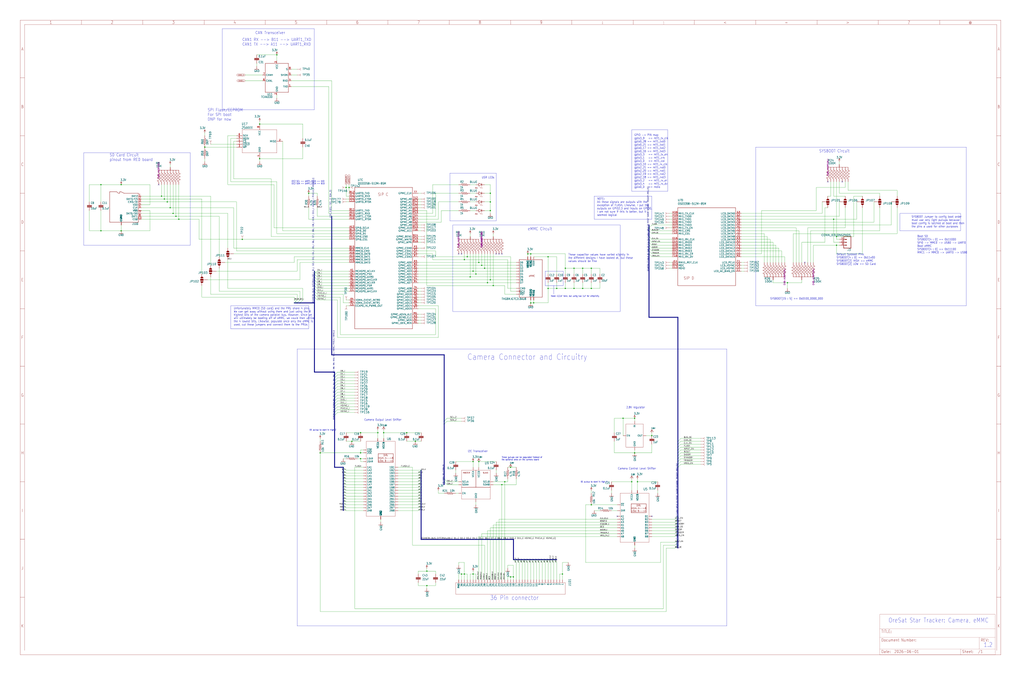
<source format=kicad_sch>
(kicad_sch (version 20250114) (generator "eeschema") (generator_version "9.0")
  (paper "User" 901.7 597.027)
  (lib_symbols
    (symbol "star-tracker-card-eagle-import:2.8V" (power)
      (symbol "2.8V_1_0"
        (pin power_in line (at 0 -2.54 90) (length 2.54) (name "2.8V") (number "1"))
      )
    )
    (symbol "star-tracker-card-eagle-import:25AAXX"
      (symbol "25AAXX_1_0"
        (pin input line (at -20.32 5.08 0) (length 5.08) (name "SCK") (number "6"))
        (pin input line (at -20.32 2.54 0) (length 5.08) (name "MOSI") (number "5"))
        (pin input line (at -20.32 0 0) (length 5.08) (name "~{CS}") (number "1"))
        (pin input line (at -20.32 -2.54 0) (length 5.08) (name "~{HOLD}") (number "7"))
        (pin input line (at -20.32 -5.08 0) (length 5.08) (name "~{WP}") (number "3"))
        (pin power_in line (at 0 15.24 270) (length 5.08) (name "VCC") (number "8"))
        (pin power_in line (at 0 -15.24 90) (length 5.08) (name "GND") (number "4"))
        (pin output line (at 20.32 0 180) (length 5.08) (name "MISO") (number "2"))
      )
    )
    (symbol "star-tracker-card-eagle-import:3-1734592-64-1734592-0"
      (symbol "3-1734592-64-1734592-0_1_0"
        (pin passive line (at -7.62 48.26 0) (length 2.54) (name "1") (number "1"))
        (pin passive line (at -7.62 45.72 0) (length 2.54) (name "2") (number "2"))
        (pin passive line (at -7.62 43.18 0) (length 2.54) (name "3") (number "3"))
        (pin passive line (at -7.62 40.64 0) (length 2.54) (name "4") (number "4"))
        (pin passive line (at -7.62 38.1 0) (length 2.54) (name "5") (number "5"))
        (pin passive line (at -7.62 35.56 0) (length 2.54) (name "6") (number "6"))
        (pin passive line (at -7.62 33.02 0) (length 2.54) (name "7") (number "7"))
        (pin passive line (at -7.62 30.48 0) (length 2.54) (name "8") (number "8"))
        (pin passive line (at -7.62 27.94 0) (length 2.54) (name "9") (number "9"))
        (pin passive line (at -7.62 25.4 0) (length 2.54) (name "10") (number "10"))
        (pin passive line (at -7.62 22.86 0) (length 2.54) (name "11") (number "11"))
        (pin passive line (at -7.62 20.32 0) (length 2.54) (name "12") (number "12"))
        (pin passive line (at -7.62 17.78 0) (length 2.54) (name "13") (number "13"))
        (pin passive line (at -7.62 15.24 0) (length 2.54) (name "14") (number "14"))
        (pin passive line (at -7.62 12.7 0) (length 2.54) (name "15") (number "15"))
        (pin passive line (at -7.62 10.16 0) (length 2.54) (name "16") (number "16"))
        (pin passive line (at -7.62 7.62 0) (length 2.54) (name "17") (number "17"))
        (pin passive line (at -7.62 5.08 0) (length 2.54) (name "18") (number "18"))
        (pin passive line (at -7.62 2.54 0) (length 2.54) (name "19") (number "19"))
        (pin passive line (at -7.62 0 0) (length 2.54) (name "20") (number "20"))
        (pin passive line (at -7.62 -2.54 0) (length 2.54) (name "21") (number "21"))
        (pin passive line (at -7.62 -5.08 0) (length 2.54) (name "22") (number "22"))
        (pin passive line (at -7.62 -7.62 0) (length 2.54) (name "23") (number "23"))
        (pin passive line (at -7.62 -10.16 0) (length 2.54) (name "24") (number "24"))
        (pin passive line (at -7.62 -12.7 0) (length 2.54) (name "25") (number "25"))
        (pin passive line (at -7.62 -15.24 0) (length 2.54) (name "26") (number "26"))
        (pin passive line (at -7.62 -17.78 0) (length 2.54) (name "27") (number "27"))
        (pin passive line (at -7.62 -20.32 0) (length 2.54) (name "28") (number "28"))
        (pin passive line (at -7.62 -22.86 0) (length 2.54) (name "29") (number "29"))
        (pin passive line (at -7.62 -25.4 0) (length 2.54) (name "30") (number "30"))
        (pin passive line (at -7.62 -27.94 0) (length 2.54) (name "31") (number "31"))
        (pin passive line (at -7.62 -30.48 0) (length 2.54) (name "32") (number "32"))
        (pin passive line (at -7.62 -33.02 0) (length 2.54) (name "33") (number "33"))
        (pin passive line (at -7.62 -35.56 0) (length 2.54) (name "34") (number "34"))
        (pin passive line (at -7.62 -38.1 0) (length 2.54) (name "35") (number "35"))
        (pin passive line (at -7.62 -40.64 0) (length 2.54) (name "36") (number "36"))
        (pin bidirectional line (at -7.62 -43.18 0) (length 2.54) (name "PAD") (number "S1"))
        (pin bidirectional line (at -7.62 -43.18 0) (length 2.54) (name "PAD") (number "S2"))
      )
    )
    (symbol "star-tracker-card-eagle-import:3.3V" (power)
      (symbol "3.3V_1_0"
        (pin power_in line (at 0 -2.54 90) (length 2.54) (name "3.3V") (number "1"))
      )
    )
    (symbol "star-tracker-card-eagle-import:C-EU0603-A"
      (property "Reference" "C" (at 1.524 0.381 0))
      (symbol "C-EU0603-A_1_0"
        (pin passive line (at 0 2.54 270) (length 2.54) (name "1") (number "1"))
        (pin passive line (at 0 -5.08 90) (length 2.54) (name "2") (number "2"))
      )
    )
    (symbol "star-tracker-card-eagle-import:C-EU0805-B"
      (property "Reference" "C" (at 1.524 0.381 0))
      (symbol "C-EU0805-B_1_0"
        (pin passive line (at 0 2.54 270) (length 2.54) (name "1") (number "1"))
        (pin passive line (at 0 -5.08 90) (length 2.54) (name "2") (number "2"))
      )
    )
    (symbol "star-tracker-card-eagle-import:C-EUC1210"
      (property "Reference" "C" (at 1.524 0.381 0))
      (symbol "C-EUC1210_1_0"
        (pin passive line (at 0 2.54 270) (length 2.54) (name "1") (number "1"))
        (pin passive line (at 0 -5.08 90) (length 2.54) (name "2") (number "2"))
      )
    )
    (symbol "star-tracker-card-eagle-import:CLVCH16T245MDGGREP"
      (symbol "CLVCH16T245MDGGREP_1_0"
        (text "DIR:\nHIGH: A-->B\nLOW: B-->A" (at 4.318 20.828 0) (effects (font (size 1.524 1.2954))))
        (pin input line (at -15.24 27.94 0) (length 2.54) (name "~{1OE}") (number "48"))
        (pin input line (at -15.24 25.4 0) (length 2.54) (name "~{2OE}") (number "25"))
        (pin input line (at -15.24 20.32 0) (length 2.54) (name "1DIR") (number "1"))
        (pin input line (at -15.24 17.78 0) (length 2.54) (name "2DIR") (number "24"))
        (pin bidirectional line (at -15.24 12.7 0) (length 2.54) (name "1A1") (number "47"))
        (pin bidirectional line (at -15.24 10.16 0) (length 2.54) (name "1A2") (number "46"))
        (pin bidirectional line (at -15.24 7.62 0) (length 2.54) (name "1A3") (number "44"))
        (pin bidirectional line (at -15.24 5.08 0) (length 2.54) (name "1A4") (number "43"))
        (pin bidirectional line (at -15.24 2.54 0) (length 2.54) (name "1A5") (number "41"))
        (pin bidirectional line (at -15.24 0 0) (length 2.54) (name "1A6") (number "40"))
        (pin bidirectional line (at -15.24 -2.54 0) (length 2.54) (name "1A7") (number "38"))
        (pin bidirectional line (at -15.24 -5.08 0) (length 2.54) (name "1A8") (number "37"))
        (pin bidirectional line (at -15.24 -7.62 0) (length 2.54) (name "2A1") (number "36"))
        (pin bidirectional line (at -15.24 -10.16 0) (length 2.54) (name "2A2") (number "35"))
        (pin bidirectional line (at -15.24 -12.7 0) (length 2.54) (name "2A3") (number "33"))
        (pin bidirectional line (at -15.24 -15.24 0) (length 2.54) (name "2A4") (number "32"))
        (pin bidirectional line (at -15.24 -17.78 0) (length 2.54) (name "2A5") (number "30"))
        (pin bidirectional line (at -15.24 -20.32 0) (length 2.54) (name "2A6") (number "29"))
        (pin bidirectional line (at -15.24 -22.86 0) (length 2.54) (name "2A7") (number "27"))
        (pin bidirectional line (at -15.24 -25.4 0) (length 2.54) (name "2A8") (number "26"))
        (pin power_in line (at -2.54 38.1 270) (length 2.54) (name "VCCA") (number "31"))
        (pin power_in line (at -2.54 38.1 270) (length 2.54) (name "VCCA") (number "42"))
        (pin power_in line (at 0 -33.02 90) (length 2.54) (name "GND") (number "10"))
        (pin power_in line (at 0 -33.02 90) (length 2.54) (name "GND") (number "15"))
        (pin power_in line (at 0 -33.02 90) (length 2.54) (name "GND") (number "21"))
        (pin power_in line (at 0 -33.02 90) (length 2.54) (name "GND") (number "28"))
        (pin power_in line (at 0 -33.02 90) (length 2.54) (name "GND") (number "34"))
        (pin power_in line (at 0 -33.02 90) (length 2.54) (name "GND") (number "39"))
        (pin power_in line (at 0 -33.02 90) (length 2.54) (name "GND") (number "4"))
        (pin power_in line (at 0 -33.02 90) (length 2.54) (name "GND") (number "45"))
        (pin power_in line (at 2.54 38.1 270) (length 2.54) (name "VCCB") (number "18"))
        (pin power_in line (at 2.54 38.1 270) (length 2.54) (name "VCCB") (number "7"))
        (pin bidirectional line (at 15.24 12.7 180) (length 2.54) (name "1B1") (number "2"))
        (pin bidirectional line (at 15.24 10.16 180) (length 2.54) (name "1B2") (number "3"))
        (pin bidirectional line (at 15.24 7.62 180) (length 2.54) (name "1B3") (number "5"))
        (pin bidirectional line (at 15.24 5.08 180) (length 2.54) (name "1B4") (number "6"))
        (pin bidirectional line (at 15.24 2.54 180) (length 2.54) (name "1B5") (number "8"))
        (pin bidirectional line (at 15.24 0 180) (length 2.54) (name "1B6") (number "9"))
        (pin bidirectional line (at 15.24 -2.54 180) (length 2.54) (name "1B7") (number "11"))
        (pin bidirectional line (at 15.24 -5.08 180) (length 2.54) (name "1B8") (number "12"))
        (pin bidirectional line (at 15.24 -7.62 180) (length 2.54) (name "2B1") (number "13"))
        (pin bidirectional line (at 15.24 -10.16 180) (length 2.54) (name "2B2") (number "14"))
        (pin bidirectional line (at 15.24 -12.7 180) (length 2.54) (name "2B3") (number "16"))
        (pin bidirectional line (at 15.24 -15.24 180) (length 2.54) (name "2B4") (number "17"))
        (pin bidirectional line (at 15.24 -17.78 180) (length 2.54) (name "2B5") (number "19"))
        (pin bidirectional line (at 15.24 -20.32 180) (length 2.54) (name "2B6") (number "20"))
        (pin bidirectional line (at 15.24 -22.86 180) (length 2.54) (name "2B7") (number "22"))
        (pin bidirectional line (at 15.24 -25.4 180) (length 2.54) (name "2B8") (number "23"))
      )
    )
    (symbol "star-tracker-card-eagle-import:CONN_03LONGPADS"
      (property "Reference" "J" (at -2.54 5.588 0))
      (symbol "CONN_03LONGPADS_1_0"
        (pin passive line (at 7.62 2.54 180) (length 5.08) (name "3") (number "3"))
        (pin passive line (at 7.62 0 180) (length 5.08) (name "2") (number "2"))
        (pin passive line (at 7.62 -2.54 180) (length 5.08) (name "1") (number "1"))
      )
    )
    (symbol "star-tracker-card-eagle-import:DM3BT-DSF-PEJS"
      (property "Reference" "J" (at -12.7 -15.24 0))
      (symbol "DM3BT-DSF-PEJS_1_0"
        (pin bidirectional line (at -15.24 10.16 0) (length 2.54) (name "DAT2") (number "1"))
        (pin bidirectional line (at -15.24 7.62 0) (length 2.54) (name "DAT3/CS") (number "2"))
        (pin bidirectional line (at -15.24 5.08 0) (length 2.54) (name "CMD/DI") (number "3"))
        (pin bidirectional line (at -15.24 2.54 0) (length 2.54) (name "VDD") (number "4"))
        (pin bidirectional line (at -15.24 0 0) (length 2.54) (name "CLK") (number "5"))
        (pin bidirectional line (at -15.24 -2.54 0) (length 2.54) (name "VSS") (number "6"))
        (pin bidirectional line (at -15.24 -2.54 0) (length 2.54) (name "VSS") (number "GND"))
        (pin bidirectional line (at -15.24 -5.08 0) (length 2.54) (name "DAT0/DO") (number "7"))
        (pin bidirectional line (at -15.24 -7.62 0) (length 2.54) (name "DAT1") (number "8"))
        (pin bidirectional line (at -15.24 -10.16 0) (length 2.54) (name "CD#") (number "CD"))
        (pin bidirectional line (at 2.54 -15.24 90) (length 2.54) (name "CGND") (number "CGND1"))
        (pin bidirectional line (at 2.54 -15.24 90) (length 2.54) (name "CGND") (number "CGND2"))
        (pin bidirectional line (at 2.54 -15.24 90) (length 2.54) (name "CGND") (number "CGND3"))
        (pin bidirectional line (at 2.54 -15.24 90) (length 2.54) (name "CGND") (number "CGND4"))
        (pin bidirectional line (at 2.54 -15.24 90) (length 2.54) (name "CGND") (number "CGND5"))
        (pin bidirectional line (at 2.54 -15.24 90) (length 2.54) (name "CGND") (number "CGND6"))
      )
    )
    (symbol "star-tracker-card-eagle-import:EMMC+RESET+5.1-COMPATIBLE-BA"
      (symbol "EMMC+RESET+5.1-COMPATIBLE-BA_1_0"
        (text "eMMC" (at -3.81 0 0) (effects (font (size 1.524 1.2954)) (justify left bottom)))
        (pin power_in line (at -2.54 17.78 270) (length 2.54) (name "VDDI") (number "C2"))
        (pin power_in line (at -2.54 -20.32 90) (length 2.54) (name "VSSQ") (number "C4"))
        (pin power_in line (at -2.54 -20.32 90) (length 2.54) (name "VSSQ") (number "N2"))
        (pin power_in line (at -2.54 -20.32 90) (length 2.54) (name "VSSQ") (number "N5"))
        (pin power_in line (at -2.54 -20.32 90) (length 2.54) (name "VSSQ") (number "P4"))
        (pin power_in line (at -2.54 -20.32 90) (length 2.54) (name "VSSQ") (number "P6"))
        (pin power_in line (at 0 17.78 270) (length 2.54) (name "VDDQ") (number "C6"))
        (pin power_in line (at 0 17.78 270) (length 2.54) (name "VDDQ") (number "M4"))
        (pin power_in line (at 0 17.78 270) (length 2.54) (name "VDDQ") (number "N4"))
        (pin power_in line (at 0 17.78 270) (length 2.54) (name "VDDQ") (number "P3"))
        (pin power_in line (at 0 17.78 270) (length 2.54) (name "VDDQ") (number "P5"))
        (pin power_in line (at 0 -20.32 90) (length 2.54) (name "VSSIO") (number "E7"))
        (pin power_in line (at 0 -20.32 90) (length 2.54) (name "VSSIO") (number "G5"))
        (pin power_in line (at 0 -20.32 90) (length 2.54) (name "VSSIO") (number "H10"))
        (pin power_in line (at 0 -20.32 90) (length 2.54) (name "VSSIO") (number "J5"))
        (pin power_in line (at 0 -20.32 90) (length 2.54) (name "VSSIO") (number "K8"))
        (pin power_in line (at 2.54 17.78 270) (length 2.54) (name "VDDIO") (number "E6"))
        (pin power_in line (at 2.54 17.78 270) (length 2.54) (name "VDDIO") (number "F5"))
        (pin power_in line (at 2.54 17.78 270) (length 2.54) (name "VDDIO") (number "J10"))
        (pin power_in line (at 2.54 17.78 270) (length 2.54) (name "VDDIO") (number "K9"))
        (pin input line (at 12.7 12.7 180) (length 2.54) (name "D0") (number "A3"))
        (pin input line (at 12.7 10.16 180) (length 2.54) (name "D1") (number "A4"))
        (pin input line (at 12.7 7.62 180) (length 2.54) (name "D2") (number "A5"))
        (pin input line (at 12.7 5.08 180) (length 2.54) (name "D3") (number "B2"))
        (pin input line (at 12.7 2.54 180) (length 2.54) (name "D4") (number "B3"))
        (pin input line (at 12.7 0 180) (length 2.54) (name "D5") (number "B4"))
        (pin bidirectional line (at 12.7 -2.54 180) (length 2.54) (name "D6") (number "B5"))
        (pin input line (at 12.7 -5.08 180) (length 2.54) (name "D7") (number "B6"))
        (pin input line (at 12.7 -10.16 180) (length 2.54) (name "CMD") (number "M5"))
        (pin input clock (at 12.7 -12.7 180) (length 2.54) (name "SCK") (number "M6"))
        (pin input line (at 12.7 -15.24 180) (length 2.54) (name "~{RST}") (number "K5"))
      )
    )
    (symbol "star-tracker-card-eagle-import:EXB-A10P391JC_ARRAY_EXBA-M"
      (property "Reference" "R" (at -17.8308 5.1308 0))
      (symbol "EXB-A10P391JC_ARRAY_EXBA-M_1_0"
        (pin passive line (at -12.7 0 0) (length 2.54) (name "11") (number "1"))
        (pin passive line (at -12.7 -2.54 0) (length 2.54) (name "99") (number "9"))
        (pin passive line (at -12.7 -5.08 0) (length 2.54) (name "22") (number "2"))
        (pin passive line (at -12.7 -7.62 0) (length 2.54) (name "88") (number "8"))
        (pin passive line (at -12.7 -10.16 0) (length 2.54) (name "33") (number "3"))
        (pin passive line (at -12.7 -12.7 0) (length 2.54) (name "77") (number "7"))
        (pin passive line (at -12.7 -15.24 0) (length 2.54) (name "44") (number "4"))
        (pin passive line (at -12.7 -17.78 0) (length 2.54) (name "66") (number "6"))
        (pin passive line (at 2.54 -10.16 180) (length 2.54) (name "55") (number "10"))
        (pin passive line (at 2.54 -10.16 180) (length 2.54) (name "55") (number "5"))
      )
    )
    (symbol "star-tracker-card-eagle-import:FRAME_D_L"
      (symbol "FRAME_D_L_1_0"
        (text "A" (at -429.895 533.4 0) (effects (font (size 2.54 2.286))))
        (text "B" (at -429.895 482.6 0) (effects (font (size 2.54 2.286))))
        (text "C" (at -429.895 431.8 0) (effects (font (size 2.54 2.286))))
        (text "D" (at -429.895 381 0) (effects (font (size 2.54 2.286))))
        (text "E" (at -429.895 330.2 0) (effects (font (size 2.54 2.286))))
        (text "F" (at -429.895 279.4 0) (effects (font (size 2.54 2.286))))
        (text "G" (at -429.895 228.6 0) (effects (font (size 2.54 2.286))))
        (text "H" (at -429.895 177.8 0) (effects (font (size 2.54 2.286))))
        (text "I" (at -429.895 127 0) (effects (font (size 2.54 2.286))))
        (text "J" (at -429.895 76.2 0) (effects (font (size 2.54 2.286))))
        (text "K" (at -429.895 25.4 0) (effects (font (size 2.54 2.286))))
        (text "1" (at -404.8125 556.895 0) (effects (font (size 2.54 2.286))))
        (text "2" (at -350.8375 556.895 0) (effects (font (size 2.54 2.286))))
        (text "3" (at -296.8625 556.895 0) (effects (font (size 2.54 2.286))))
        (text "4" (at -242.8875 556.895 0) (effects (font (size 2.54 2.286))))
        (text "5" (at -188.9125 556.895 0) (effects (font (size 2.54 2.286))))
        (text "6" (at -134.9375 556.895 0) (effects (font (size 2.54 2.286))))
        (text "7" (at -80.9625 556.895 0) (effects (font (size 2.54 2.286))))
        (text "8" (at -26.9875 556.895 0) (effects (font (size 2.54 2.286))))
        (text "9" (at 26.9875 556.895 0) (effects (font (size 2.54 2.286))))
        (text ":" (at 80.9625 556.895 0) (effects (font (size 2.54 2.286))))
        (text ";" (at 134.9375 556.895 0) (effects (font (size 2.54 2.286))))
        (text "<" (at 188.9125 556.895 0) (effects (font (size 2.54 2.286))))
        (text "=" (at 242.8875 556.895 0) (effects (font (size 2.54 2.286))))
        (text ">" (at 296.8625 556.895 0) (effects (font (size 2.54 2.286))))
        (text "?" (at 350.8375 556.895 0) (effects (font (size 2.54 2.286))))
        (text "@" (at 404.8125 556.895 0) (effects (font (size 2.54 2.286))))
        (text "A" (at 429.895 533.4 0) (effects (font (size 2.54 2.286))))
        (text "B" (at 429.895 482.6 0) (effects (font (size 2.54 2.286))))
        (text "C" (at 429.895 431.8 0) (effects (font (size 2.54 2.286))))
        (text "D" (at 429.895 381 0) (effects (font (size 2.54 2.286))))
        (text "E" (at 429.895 330.2 0) (effects (font (size 2.54 2.286))))
        (text "F" (at 429.895 279.4 0) (effects (font (size 2.54 2.286))))
        (text "G" (at 429.895 228.6 0) (effects (font (size 2.54 2.286))))
        (text "H" (at 429.895 177.8 0) (effects (font (size 2.54 2.286))))
        (text "I" (at 429.895 127 0) (effects (font (size 2.54 2.286))))
        (text "J" (at 429.895 76.2 0) (effects (font (size 2.54 2.286))))
        (text "K" (at 429.895 25.4 0) (effects (font (size 2.54 2.286))))
      )
      (symbol "FRAME_D_L_2_0"
        (text "TITLE:" (at 1.27 19.05 0) (effects (font (size 2.54 2.159)) (justify left bottom)))
        (text "Document Number:" (at 1.27 11.43 0) (effects (font (size 2.54 2.159)) (justify left bottom)))
        (text "Date:" (at 1.27 1.27 0) (effects (font (size 2.54 2.159)) (justify left bottom)))
        (text "${CURRENT_DATE}" (at 12.7 1.27 0) (effects (font (size 2.54 2.159)) (justify left bottom)))
        (text "${PROJECTNAME}" (at 17.78 19.05 0) (effects (font (size 2.54 2.159)) (justify left bottom)))
        (text "Sheet:" (at 72.39 1.27 0) (effects (font (size 2.54 2.159)) (justify left bottom)))
        (text "${#}/${##}" (at 86.36 1.27 0) (effects (font (size 2.54 2.159)) (justify left bottom)))
        (text "REV:" (at 88.9 11.43 0) (effects (font (size 2.54 2.159)) (justify left bottom)))
      )
    )
    (symbol "star-tracker-card-eagle-import:GND" (power)
      (symbol "GND_1_0"
        (pin power_in line (at 0 2.54 270) (length 2.54) (name "GND") (number "1"))
      )
    )
    (symbol "star-tracker-card-eagle-import:JUMPER-SMT_3_1-NC_TRACE_SILK"
      (property "Reference" "JP" (at 2.54 0.381 0))
      (symbol "JUMPER-SMT_3_1-NC_TRACE_SILK_1_0"
        (pin passive line (at -5.08 0 0) (length 2.54) (name "2") (number "2"))
        (pin passive line (at 0 5.08 270) (length 2.54) (name "1") (number "1"))
        (pin passive line (at 0 -5.08 90) (length 2.54) (name "3") (number "3"))
      )
    )
    (symbol "star-tracker-card-eagle-import:JUMPER-SMT_3_NO_SILK"
      (property "Reference" "JP" (at 2.54 0.381 0))
      (symbol "JUMPER-SMT_3_NO_SILK_1_0"
        (pin passive line (at -5.08 0 0) (length 2.54) (name "2") (number "2"))
        (pin passive line (at 0 5.08 270) (length 2.54) (name "1") (number "1"))
        (pin passive line (at 0 -5.08 90) (length 2.54) (name "3") (number "3"))
      )
    )
    (symbol "star-tracker-card-eagle-import:LED-BLUE0603"
      (property "Reference" "D" (at -3.429 -4.572 90))
      (symbol "LED-BLUE0603_1_0"
        (pin passive line (at 0 2.54 270) (length 2.54) (name "A") (number "A"))
        (pin passive line (at 0 -5.08 90) (length 2.54) (name "C") (number "C"))
      )
    )
    (symbol "star-tracker-card-eagle-import:OSD3358-512M-BSM"
      (property "Reference" "U" (at -22.86 27.94 0))
      (symbol "OSD3358-512M-BSM_1_0"
        (text "GND to program EEPROM" (at -25.4 -71.12 0) (effects (font (size 1.27 1.0795)) (justify left bottom)))
        (text "SIP A" (at -20.32 17.78 0) (effects (font (size 2.54 2.159)) (justify left bottom)))
        (text "I2C0" (at -2.54 -60.96 900) (effects (font (size 2.54 2.159)) (justify left bottom)))
        (text "Connect together with pour" (at 5.08 -7.62 900) (effects (font (size 1.27 1.0795)) (justify left bottom)))
        (text "Connect together with pour" (at 5.08 -63.5 900) (effects (font (size 1.27 1.0795)) (justify left bottom)))
        (text "Reset" (at 5.08 -81.28 900) (effects (font (size 2.54 2.159)) (justify left bottom)))
        (text "Connect to either:\nSYS_VDD_1P8V\nSYS_VDD3_3P3V" (at 7.62 -30.48 900) (effects (font (size 1.27 1.0795)) (justify left bottom)))
        (pin power_in line (at -35.56 78.74 0) (length 5.08) (name "VIN_AC@1") (number "P10"))
        (pin power_in line (at -35.56 76.2 0) (length 5.08) (name "VIN_AC@2") (number "R10"))
        (pin power_in line (at -35.56 73.66 0) (length 5.08) (name "VIN_AC@3") (number "T10"))
        (pin power_in line (at -35.56 63.5 0) (length 5.08) (name "VIN_USB@1") (number "P9"))
        (pin power_in line (at -35.56 60.96 0) (length 5.08) (name "VIN_USB@2") (number "R9"))
        (pin power_in line (at -35.56 58.42 0) (length 5.08) (name "VIN_USB@3") (number "T9"))
        (pin power_in line (at -35.56 48.26 0) (length 5.08) (name "VIN_BAT@1") (number "P8"))
        (pin power_in line (at -35.56 45.72 0) (length 5.08) (name "VIN_BAT@2") (number "R8"))
        (pin power_in line (at -35.56 43.18 0) (length 5.08) (name "VIN_BAT@3") (number "T8"))
        (pin bidirectional line (at -35.56 38.1 0) (length 5.08) (name "PMIC_BAT_SENSE") (number "N7"))
        (pin bidirectional line (at -35.56 35.56 0) (length 5.08) (name "PMIC_TS") (number "N6"))
        (pin bidirectional line (at -35.56 5.08 0) (length 5.08) (name "PMIC_NRESET") (number "M13"))
        (pin bidirectional line (at -35.56 -5.08 0) (length 5.08) (name "PMIC_PB_IN") (number "T11"))
        (pin input line (at -35.56 -15.24 0) (length 5.08) (name "PMIC_PWR_EN") (number "N11"))
        (pin output line (at -35.56 -17.78 0) (length 5.08) (name "PMIC_POWER_EN") (number "N10"))
        (pin output line (at -35.56 -22.86 0) (length 5.08) (name "PMIC_LDO_PGOOD") (number "N4"))
        (pin bidirectional line (at -35.56 -25.4 0) (length 5.08) (name "RTC_PWRONRSTN") (number "N5"))
        (pin output line (at -35.56 -30.48 0) (length 5.08) (name "PMIC_NWAKEUP") (number "L4"))
        (pin bidirectional line (at -35.56 -33.02 0) (length 5.08) (name "EXT_WAKEUP") (number "M4"))
        (pin output line (at -35.56 -38.1 0) (length 5.08) (name "PMIC_NINT") (number "E4"))
        (pin bidirectional line (at -35.56 -40.64 0) (length 5.08) (name "EXTINTN") (number "D4"))
        (pin bidirectional line (at -35.56 -50.8 0) (length 5.08) (name "PMIC_SCL") (number "D10"))
        (pin bidirectional line (at -35.56 -53.34 0) (length 5.08) (name "I2C0_SCL") (number "C10"))
        (pin bidirectional line (at -35.56 -60.96 0) (length 5.08) (name "PMIC_SDA") (number "D11"))
        (pin bidirectional line (at -35.56 -63.5 0) (length 5.08) (name "I2C0_SDA") (number "C11"))
        (pin bidirectional line (at -35.56 -73.66 0) (length 5.08) (name "EEPROM_WP") (number "M2"))
        (pin bidirectional line (at -35.56 -83.82 0) (length 5.08) (name "RTC_KALDO_ENN") (number "M16"))
        (pin power_in line (at 35.56 78.74 180) (length 5.08) (name "SYS_VOUT@1") (number "K6"))
        (pin power_in line (at 35.56 76.2 180) (length 5.08) (name "SYS_VOUT@2") (number "K7"))
        (pin power_in line (at 35.56 73.66 180) (length 5.08) (name "SYS_VOUT@3") (number "L6"))
        (pin power_in line (at 35.56 71.12 180) (length 5.08) (name "SYS_VOUT@4") (number "L7"))
        (pin power_in line (at 35.56 60.96 180) (length 5.08) (name "SYS_VDD1_3P3V@1") (number "F6"))
        (pin power_in line (at 35.56 58.42 180) (length 5.08) (name "SYS_VDD1_3P3V@2") (number "F7"))
        (pin power_in line (at 35.56 55.88 180) (length 5.08) (name "SYS_VDD1_3P3V@3") (number "G6"))
        (pin power_in line (at 35.56 53.34 180) (length 5.08) (name "SYS_VDD1_3P3V@4") (number "G7"))
        (pin power_in line (at 35.56 43.18 180) (length 5.08) (name "SYS_VDD2_3P3V@1") (number "F11"))
        (pin power_in line (at 35.56 40.64 180) (length 5.08) (name "SYS_VDD2_3P3V@2") (number "G11"))
        (pin power_in line (at 35.56 30.48 180) (length 5.08) (name "SYS_RTC_1P8V@1") (number "K11"))
        (pin power_in line (at 35.56 27.94 180) (length 5.08) (name "SYS_RTC_1P8V@2") (number "L11"))
        (pin power_in line (at 35.56 12.7 180) (length 5.08) (name "SYS_VDD3_3P3V@1") (number "F8"))
        (pin power_in line (at 35.56 10.16 180) (length 5.08) (name "SYS_VDD3_3P3V@2") (number "G8"))
        (pin power_in line (at 35.56 7.62 180) (length 5.08) (name "SYS_VDD3_3P3V@3") (number "H7"))
        (pin power_in line (at 35.56 5.08 180) (length 5.08) (name "SYS_VDD3_3P3V@4") (number "H8"))
        (pin power_in line (at 35.56 2.54 180) (length 5.08) (name "SYS_VDD3_3P3V@5") (number "J7"))
        (pin power_in line (at 35.56 0 180) (length 5.08) (name "SYS_VDD3_3P3V@6") (number "J8"))
        (pin power_in line (at 35.56 -2.54 180) (length 5.08) (name "SYS_VDD3_3P3V@7") (number "K8"))
        (pin power_in line (at 35.56 -5.08 180) (length 5.08) (name "SYS_VDD3_3P3V@8") (number "L8"))
        (pin power_in line (at 35.56 -15.24 180) (length 5.08) (name "VDDSHV1") (number "J9"))
        (pin power_in line (at 35.56 -17.78 180) (length 5.08) (name "VDDSHV2") (number "K9"))
        (pin power_in line (at 35.56 -20.32 180) (length 5.08) (name "VDDSHV3") (number "L9"))
        (pin power_in line (at 35.56 -22.86 180) (length 5.08) (name "VDDSHV4") (number "F9"))
        (pin power_in line (at 35.56 -25.4 180) (length 5.08) (name "VDDSHV5") (number "G9"))
        (pin power_in line (at 35.56 -27.94 180) (length 5.08) (name "VDDSHV6") (number "H9"))
        (pin power_in line (at 35.56 -38.1 180) (length 5.08) (name "SYS_VDD_1P8V@1") (number "F10"))
        (pin power_in line (at 35.56 -40.64 180) (length 5.08) (name "SYS_VDD_1P8V@2") (number "G10"))
        (pin power_in line (at 35.56 -43.18 180) (length 5.08) (name "SYS_VDD_1P8V@3") (number "H10"))
        (pin power_in line (at 35.56 -45.72 180) (length 5.08) (name "SYS_VDD_1P8V@4") (number "H11"))
        (pin power_in line (at 35.56 -48.26 180) (length 5.08) (name "SYS_VDD_1P8V@5") (number "J10"))
        (pin power_in line (at 35.56 -50.8 180) (length 5.08) (name "SYS_VDD_1P8V@6") (number "J11"))
        (pin power_in line (at 35.56 -53.34 180) (length 5.08) (name "SYS_VDD_1P8V@7") (number "K10"))
        (pin power_in line (at 35.56 -55.88 180) (length 5.08) (name "SYS_VDD_1P8V@8") (number "L10"))
        (pin output line (at 35.56 -71.12 180) (length 5.08) (name "PMIC_PGOOD") (number "N12"))
        (pin bidirectional line (at 35.56 -73.66 180) (length 5.08) (name "PWRONRSTN") (number "P11"))
        (pin bidirectional line (at 35.56 -83.82 180) (length 5.08) (name "WARMRSTN") (number "R11"))
      )
      (symbol "OSD3358-512M-BSM_2_0"
        (text "SIP B" (at -5.08 53.34 0) (effects (font (size 2.54 2.159)) (justify left bottom)))
        (text "XTAL" (at -2.54 30.48 900) (effects (font (size 2.54 2.159)) (justify left bottom)))
        (text "RTC" (at -2.54 0 900) (effects (font (size 2.54 2.159)) (justify left bottom)))
        (text "JTAG" (at -2.54 -25.4 900) (effects (font (size 2.54 2.159)) (justify left bottom)))
        (text "USB0" (at -2.54 -53.34 900) (effects (font (size 2.54 2.159)) (justify left bottom)))
        (text "Analog\nPwr and Gnd" (at 2.54 22.86 0) (effects (font (size 2.54 2.159)) (justify left bottom)))
        (text "Analog Inputs" (at 5.08 -30.48 900) (effects (font (size 2.54 2.159)) (justify left bottom)))
        (text "USB1" (at 5.08 -53.34 900) (effects (font (size 2.54 2.159)) (justify left bottom)))
        (pin bidirectional line (at -30.48 43.18 0) (length 5.08) (name "OSC0_IN") (number "P16"))
        (pin bidirectional line (at -30.48 27.94 0) (length 5.08) (name "OSC0_OUT") (number "N16"))
        (pin bidirectional line (at -30.48 22.86 0) (length 5.08) (name "OSC0_GND") (number "N15"))
        (pin bidirectional line (at -30.48 12.7 0) (length 5.08) (name "OSC1_IN") (number "A6"))
        (pin bidirectional line (at -30.48 -2.54 0) (length 5.08) (name "OSC1_OUT") (number "A5"))
        (pin bidirectional line (at -30.48 -7.62 0) (length 5.08) (name "OSC1_GND") (number "B5"))
        (pin bidirectional line (at -30.48 -17.78 0) (length 5.08) (name "TDI") (number "C1"))
        (pin bidirectional line (at -30.48 -20.32 0) (length 5.08) (name "TDO") (number "C2"))
        (pin bidirectional line (at -30.48 -22.86 0) (length 5.08) (name "TCK") (number "D1"))
        (pin bidirectional line (at -30.48 -25.4 0) (length 5.08) (name "TMS") (number "D2"))
        (pin bidirectional line (at -30.48 -27.94 0) (length 5.08) (name "TRSTN") (number "D3"))
        (pin bidirectional line (at -30.48 -30.48 0) (length 5.08) (name "EMU0") (number "E2"))
        (pin bidirectional line (at -30.48 -33.02 0) (length 5.08) (name "EMU1") (number "E3"))
        (pin bidirectional line (at -30.48 -43.18 0) (length 5.08) (name "USB0_VBUS") (number "J16"))
        (pin bidirectional line (at -30.48 -45.72 0) (length 5.08) (name "USB0_DM") (number "K16"))
        (pin bidirectional line (at -30.48 -48.26 0) (length 5.08) (name "USB0_DP") (number "K15"))
        (pin bidirectional line (at -30.48 -50.8 0) (length 5.08) (name "USB0_ID") (number "K14"))
        (pin bidirectional line (at -30.48 -53.34 0) (length 5.08) (name "USB0_CE") (number "K13"))
        (pin bidirectional line (at -30.48 -55.88 0) (length 5.08) (name "USB0_DRVVBUS") (number "J15"))
        (pin bidirectional line (at 30.48 45.72 180) (length 5.08) (name "SYS_ADC_1P8V") (number "A7"))
        (pin bidirectional line (at 30.48 35.56 180) (length 5.08) (name "VREFP") (number "B7"))
        (pin bidirectional line (at 30.48 15.24 180) (length 5.08) (name "AGND_ADC") (number "A9"))
        (pin bidirectional line (at 30.48 5.08 180) (length 5.08) (name "VREFN") (number "B9"))
        (pin bidirectional line (at 30.48 -5.08 180) (length 5.08) (name "AIN0") (number "A8"))
        (pin bidirectional line (at 30.48 -7.62 180) (length 5.08) (name "AIN1") (number "B8"))
        (pin bidirectional line (at 30.48 -10.16 180) (length 5.08) (name "AIN2") (number "B6"))
        (pin bidirectional line (at 30.48 -12.7 180) (length 5.08) (name "AIN3") (number "C6"))
        (pin bidirectional line (at 30.48 -15.24 180) (length 5.08) (name "AIN4") (number "C7"))
        (pin bidirectional line (at 30.48 -17.78 180) (length 5.08) (name "AIN5") (number "C8"))
        (pin bidirectional line (at 30.48 -20.32 180) (length 5.08) (name "AIN6") (number "C9"))
        (pin bidirectional line (at 30.48 -22.86 180) (length 5.08) (name "AIN7") (number "D7"))
        (pin bidirectional line (at 30.48 -27.94 180) (length 5.08) (name "PMIC_MUX_OUT") (number "D6"))
        (pin bidirectional line (at 30.48 -33.02 180) (length 5.08) (name "PMIC_MUX_IN") (number "N13"))
        (pin bidirectional line (at 30.48 -43.18 180) (length 5.08) (name "USB1_VBUS") (number "M15"))
        (pin bidirectional line (at 30.48 -45.72 180) (length 5.08) (name "USB1_DM") (number "L16"))
        (pin bidirectional line (at 30.48 -48.26 180) (length 5.08) (name "USB1_DP") (number "L15"))
        (pin bidirectional line (at 30.48 -50.8 180) (length 5.08) (name "USB1_ID") (number "L14"))
        (pin bidirectional line (at 30.48 -53.34 180) (length 5.08) (name "USB1_CE") (number "L13"))
        (pin bidirectional line (at 30.48 -55.88 180) (length 5.08) (name "USB1_DRVVBUS") (number "M14"))
      )
      (symbol "OSD3358-512M-BSM_3_0"
        (text "SIP C" (at -5.08 53.34 0) (effects (font (size 2.54 2.159)) (justify left bottom)))
        (pin bidirectional line (at -30.48 55.88 0) (length 5.08) (name "UART0_TXD") (number "B12"))
        (pin bidirectional line (at -30.48 53.34 0) (length 5.08) (name "UART0_RXD") (number "A12"))
        (pin bidirectional line (at -30.48 50.8 0) (length 5.08) (name "UART0_CTSN") (number "C12"))
        (pin bidirectional line (at -30.48 48.26 0) (length 5.08) (name "UART0_RTSN") (number "C13"))
        (pin bidirectional line (at -30.48 40.64 0) (length 5.08) (name "UART1_TXD") (number "B11"))
        (pin bidirectional line (at -30.48 38.1 0) (length 5.08) (name "UART1_RXD") (number "A11"))
        (pin bidirectional line (at -30.48 35.56 0) (length 5.08) (name "UART1_CTSN") (number "B10"))
        (pin bidirectional line (at -30.48 33.02 0) (length 5.08) (name "UART1_RTSN") (number "A10"))
        (pin bidirectional line (at -30.48 25.4 0) (length 5.08) (name "SPI0_SCLK") (number "A13"))
        (pin bidirectional line (at -30.48 22.86 0) (length 5.08) (name "SPI0_D0") (number "B13"))
        (pin bidirectional line (at -30.48 20.32 0) (length 5.08) (name "SPI0_D1") (number "B14"))
        (pin bidirectional line (at -30.48 17.78 0) (length 5.08) (name "SPI0_CS0") (number "A14"))
        (pin bidirectional line (at -30.48 15.24 0) (length 5.08) (name "SPI0_CS1") (number "C14"))
        (pin bidirectional line (at -30.48 7.62 0) (length 5.08) (name "MMC0_CLK") (number "B15"))
        (pin bidirectional line (at -30.48 5.08 0) (length 5.08) (name "MMC0_CMD") (number "B16"))
        (pin bidirectional line (at -30.48 2.54 0) (length 5.08) (name "MMC0_DAT0") (number "A16"))
        (pin bidirectional line (at -30.48 0 0) (length 5.08) (name "MMC0_DAT1") (number "A15"))
        (pin bidirectional line (at -30.48 -2.54 0) (length 5.08) (name "MMC0_DAT2") (number "C16"))
        (pin bidirectional line (at -30.48 -5.08 0) (length 5.08) (name "MMC0_DAT3") (number "C15"))
        (pin bidirectional line (at -30.48 -12.7 0) (length 5.08) (name "MCASP0_ACLKX") (number "A1"))
        (pin bidirectional line (at -30.48 -15.24 0) (length 5.08) (name "MCASP0_FSX") (number "A2"))
        (pin bidirectional line (at -30.48 -17.78 0) (length 5.08) (name "MCASP0_AXR0") (number "B2"))
        (pin bidirectional line (at -30.48 -20.32 0) (length 5.08) (name "MCASP0_AHCLKR") (number "B1"))
        (pin bidirectional line (at -30.48 -22.86 0) (length 5.08) (name "MCASP0_ACLKR") (number "A3"))
        (pin bidirectional line (at -30.48 -25.4 0) (length 5.08) (name "MCASP0_FSR") (number "B3"))
        (pin bidirectional line (at -30.48 -27.94 0) (length 5.08) (name "MCASP0_AXR1") (number "C3"))
        (pin bidirectional line (at -30.48 -30.48 0) (length 5.08) (name "MCASP0_AHCLKX") (number "C4"))
        (pin bidirectional line (at -30.48 -38.1 0) (length 5.08) (name "XDMA_EVENT_INTR0") (number "A4"))
        (pin bidirectional line (at -30.48 -40.64 0) (length 5.08) (name "XDMA_EVENT_INTR1") (number "B4"))
        (pin bidirectional line (at -30.48 -43.18 0) (length 5.08) (name "ECAP0_IN_PWM0_OUT") (number "C5"))
        (pin bidirectional line (at 30.48 55.88 180) (length 5.08) (name "GPMC_CLK") (number "T7"))
        (pin bidirectional line (at 30.48 50.8 180) (length 5.08) (name "GPMC_A0") (number "T12"))
        (pin bidirectional line (at 30.48 48.26 180) (length 5.08) (name "GPMC_A1") (number "R12"))
        (pin bidirectional line (at 30.48 45.72 180) (length 5.08) (name "GPMC_A2") (number "P12"))
        (pin bidirectional line (at 30.48 43.18 180) (length 5.08) (name "GPMC_A3") (number "T13"))
        (pin bidirectional line (at 30.48 40.64 180) (length 5.08) (name "GPMC_A4") (number "R13"))
        (pin bidirectional line (at 30.48 38.1 180) (length 5.08) (name "GPMC_A5") (number "P13"))
        (pin bidirectional line (at 30.48 35.56 180) (length 5.08) (name "GPMC_A6") (number "T14"))
        (pin bidirectional line (at 30.48 33.02 180) (length 5.08) (name "GPMC_A7") (number "R14"))
        (pin bidirectional line (at 30.48 30.48 180) (length 5.08) (name "GPMC_A8") (number "P14"))
        (pin bidirectional line (at 30.48 27.94 180) (length 5.08) (name "GPMC_A9") (number "T15"))
        (pin bidirectional line (at 30.48 25.4 180) (length 5.08) (name "GPMC_A10") (number "R15"))
        (pin bidirectional line (at 30.48 22.86 180) (length 5.08) (name "GPMC_A11") (number "T16"))
        (pin bidirectional line (at 30.48 17.78 180) (length 5.08) (name "GPMC_BEN1") (number "N14"))
        (pin bidirectional line (at 30.48 15.24 180) (length 5.08) (name "GPMC_WAIT0") (number "P15"))
        (pin bidirectional line (at 30.48 12.7 180) (length 5.08) (name "GPMC_WPN") (number "R16"))
        (pin bidirectional line (at 30.48 7.62 180) (length 5.08) (name "GPMC_CSN0") (number "P3"))
        (pin bidirectional line (at 30.48 5.08 180) (length 5.08) (name "GPMC_CSN1") (number "P2"))
        (pin bidirectional line (at 30.48 2.54 180) (length 5.08) (name "GPMC_CSN2") (number "P1"))
        (pin bidirectional line (at 30.48 0 180) (length 5.08) (name "GPMC_CSN3") (number "R7"))
        (pin bidirectional line (at 30.48 -5.08 180) (length 5.08) (name "GPMC_AD0") (number "R3"))
        (pin bidirectional line (at 30.48 -7.62 180) (length 5.08) (name "GPMC_AD1") (number "R2"))
        (pin bidirectional line (at 30.48 -10.16 180) (length 5.08) (name "GPMC_AD2") (number "R1"))
        (pin bidirectional line (at 30.48 -12.7 180) (length 5.08) (name "GPMC_AD3") (number "T3"))
        (pin bidirectional line (at 30.48 -15.24 180) (length 5.08) (name "GPMC_AD4") (number "T2"))
        (pin bidirectional line (at 30.48 -17.78 180) (length 5.08) (name "GPMC_AD5") (number "T1"))
        (pin bidirectional line (at 30.48 -20.32 180) (length 5.08) (name "GPMC_AD6") (number "P4"))
        (pin bidirectional line (at 30.48 -22.86 180) (length 5.08) (name "GPMC_AD7") (number "R4"))
        (pin bidirectional line (at 30.48 -27.94 180) (length 5.08) (name "GPMC_AD8") (number "T4"))
        (pin bidirectional line (at 30.48 -30.48 180) (length 5.08) (name "GPMC_AD9") (number "P5"))
        (pin bidirectional line (at 30.48 -33.02 180) (length 5.08) (name "GPMC_AD10") (number "R5"))
        (pin bidirectional line (at 30.48 -35.56 180) (length 5.08) (name "GPMC_AD11") (number "T5"))
        (pin bidirectional line (at 30.48 -38.1 180) (length 5.08) (name "GPMC_AD12") (number "P6"))
        (pin bidirectional line (at 30.48 -40.64 180) (length 5.08) (name "GPMC_AD13") (number "R6"))
        (pin bidirectional line (at 30.48 -43.18 180) (length 5.08) (name "GPMC_AD14") (number "T6"))
        (pin bidirectional line (at 30.48 -45.72 180) (length 5.08) (name "GPMC_AD15") (number "P7"))
        (pin bidirectional line (at 30.48 -50.8 180) (length 5.08) (name "GPMC_ADVN_ALE") (number "M1"))
        (pin bidirectional line (at 30.48 -53.34 180) (length 5.08) (name "GPMC_BEN0_CLE") (number "N3"))
        (pin bidirectional line (at 30.48 -55.88 180) (length 5.08) (name "GPMC_WEN") (number "N2"))
        (pin bidirectional line (at 30.48 -58.42 180) (length 5.08) (name "GPMC_OEN_REN") (number "N1"))
      )
      (symbol "OSD3358-512M-BSM_4_0"
        (text "SIP D" (at -20.32 -30.48 0) (effects (font (size 2.54 2.159)) (justify left bottom)))
        (pin bidirectional line (at -30.48 27.94 0) (length 5.08) (name "MII1_TX_CLK") (number "H16"))
        (pin bidirectional line (at -30.48 25.4 0) (length 5.08) (name "MII1_TXD0") (number "H15"))
        (pin bidirectional line (at -30.48 22.86 0) (length 5.08) (name "MII1_TXD1") (number "H14"))
        (pin bidirectional line (at -30.48 20.32 0) (length 5.08) (name "MII1_TXD2") (number "G16"))
        (pin bidirectional line (at -30.48 17.78 0) (length 5.08) (name "MII1_TXD3") (number "G15"))
        (pin bidirectional line (at -30.48 15.24 0) (length 5.08) (name "MII1_TX_EN") (number "G14"))
        (pin bidirectional line (at -30.48 12.7 0) (length 5.08) (name "MII1_CRS") (number "F14"))
        (pin bidirectional line (at -30.48 10.16 0) (length 5.08) (name "MII1_COL") (number "F15"))
        (pin bidirectional line (at -30.48 5.08 0) (length 5.08) (name "MII1_RX_CLK") (number "E16"))
        (pin bidirectional line (at -30.48 2.54 0) (length 5.08) (name "MII1_RXD0") (number "E14"))
        (pin bidirectional line (at -30.48 0 0) (length 5.08) (name "MII1_RXD1") (number "D16"))
        (pin bidirectional line (at -30.48 -2.54 0) (length 5.08) (name "MII1_RXD2") (number "D15"))
        (pin bidirectional line (at -30.48 -5.08 0) (length 5.08) (name "MII1_RXD3") (number "D14"))
        (pin bidirectional line (at -30.48 -7.62 0) (length 5.08) (name "MII1_RX_ER") (number "E15"))
        (pin bidirectional line (at -30.48 -10.16 0) (length 5.08) (name "MII1_RX_DV") (number "F16"))
        (pin bidirectional line (at -30.48 -15.24 0) (length 5.08) (name "RMII1_REF_CLK") (number "J14"))
        (pin bidirectional line (at -30.48 -17.78 0) (length 5.08) (name "MDC") (number "D13"))
        (pin bidirectional line (at -30.48 -20.32 0) (length 5.08) (name "MDIO") (number "E13"))
        (pin bidirectional line (at 30.48 27.94 180) (length 5.08) (name "LCD_DATA0") (number "G3"))
        (pin bidirectional line (at 30.48 25.4 180) (length 5.08) (name "LCD_DATA1") (number "G2"))
        (pin bidirectional line (at 30.48 22.86 180) (length 5.08) (name "LCD_DATA2") (number "G1"))
        (pin bidirectional line (at 30.48 20.32 180) (length 5.08) (name "LCD_DATA3") (number "H3"))
        (pin bidirectional line (at 30.48 17.78 180) (length 5.08) (name "LCD_DATA4") (number "H2"))
        (pin bidirectional line (at 30.48 15.24 180) (length 5.08) (name "LCD_DATA5") (number "H1"))
        (pin bidirectional line (at 30.48 12.7 180) (length 5.08) (name "LCD_DATA6") (number "J3"))
        (pin bidirectional line (at 30.48 10.16 180) (length 5.08) (name "LCD_DATA7") (number "J2"))
        (pin bidirectional line (at 30.48 7.62 180) (length 5.08) (name "LCD_DATA8") (number "J1"))
        (pin bidirectional line (at 30.48 5.08 180) (length 5.08) (name "LCD_DATA9") (number "K3"))
        (pin bidirectional line (at 30.48 2.54 180) (length 5.08) (name "LCD_DATA10") (number "K2"))
        (pin bidirectional line (at 30.48 0 180) (length 5.08) (name "LCD_DATA11") (number "K1"))
        (pin bidirectional line (at 30.48 -2.54 180) (length 5.08) (name "LCD_DATA12") (number "L3"))
        (pin bidirectional line (at 30.48 -5.08 180) (length 5.08) (name "LCD_DATA13") (number "L2"))
        (pin bidirectional line (at 30.48 -7.62 180) (length 5.08) (name "LCD_DATA14") (number "L1"))
        (pin bidirectional line (at 30.48 -10.16 180) (length 5.08) (name "LCD_DATA15") (number "M3"))
        (pin bidirectional line (at 30.48 -15.24 180) (length 5.08) (name "LCD_PCLK") (number "F1"))
        (pin bidirectional line (at 30.48 -17.78 180) (length 5.08) (name "LCD_VSYNC") (number "F3"))
        (pin bidirectional line (at 30.48 -20.32 180) (length 5.08) (name "LCD_HSYNC") (number "F2"))
        (pin bidirectional line (at 30.48 -22.86 180) (length 5.08) (name "LCD_AC_BIAS_EN") (number "E1"))
      )
      (symbol "OSD3358-512M-BSM_5_0"
        (text "NOTE:  Can use pours\nto connect DGND pads\ninstead of a via per\npad." (at -12.7 -27.94 0) (effects (font (size 1.27 1.0795)) (justify left bottom)))
        (text "SIP E" (at 0 20.32 0) (effects (font (size 2.54 2.159)) (justify bottom)))
        (pin bidirectional line (at -30.48 25.4 0) (length 5.08) (name "DGND@1") (number "D8"))
        (pin bidirectional line (at -30.48 22.86 0) (length 5.08) (name "DGND@2") (number "D9"))
        (pin bidirectional line (at -30.48 17.78 0) (length 5.08) (name "DGND@3") (number "E5"))
        (pin bidirectional line (at -30.48 15.24 0) (length 5.08) (name "DGND@4") (number "E6"))
        (pin bidirectional line (at -30.48 12.7 0) (length 5.08) (name "DGND@5") (number "E7"))
        (pin bidirectional line (at -30.48 10.16 0) (length 5.08) (name "DGND@6") (number "E8"))
        (pin bidirectional line (at -30.48 7.62 0) (length 5.08) (name "DGND@7") (number "E9"))
        (pin bidirectional line (at -30.48 5.08 0) (length 5.08) (name "DGND@8") (number "E10"))
        (pin bidirectional line (at -30.48 2.54 0) (length 5.08) (name "DGND@9") (number "E11"))
        (pin bidirectional line (at -30.48 0 0) (length 5.08) (name "DGND@10") (number "E12"))
        (pin bidirectional line (at -30.48 -5.08 0) (length 5.08) (name "DGND@11") (number "F5"))
        (pin bidirectional line (at -30.48 -7.62 0) (length 5.08) (name "DGND@12") (number "F12"))
        (pin bidirectional line (at -30.48 -12.7 0) (length 5.08) (name "DGND@13") (number "G5"))
        (pin bidirectional line (at -30.48 -15.24 0) (length 5.08) (name "DGND@14") (number "G12"))
        (pin bidirectional line (at -30.48 -20.32 0) (length 5.08) (name "DGND@15") (number "H4"))
        (pin bidirectional line (at -30.48 -22.86 0) (length 5.08) (name "DGND@16") (number "H5"))
        (pin bidirectional line (at -30.48 -25.4 0) (length 5.08) (name "DGND@17") (number "H12"))
        (pin bidirectional line (at -30.48 -27.94 0) (length 5.08) (name "DGND@18") (number "H13"))
        (pin bidirectional line (at 30.48 25.4 180) (length 5.08) (name "DGND@19") (number "J4"))
        (pin bidirectional line (at 30.48 22.86 180) (length 5.08) (name "DGND@20") (number "J5"))
        (pin bidirectional line (at 30.48 20.32 180) (length 5.08) (name "DGND@21") (number "J12"))
        (pin bidirectional line (at 30.48 17.78 180) (length 5.08) (name "DGND@22") (number "J13"))
        (pin bidirectional line (at 30.48 12.7 180) (length 5.08) (name "DGND@23") (number "K5"))
        (pin bidirectional line (at 30.48 10.16 180) (length 5.08) (name "DGND@24") (number "K12"))
        (pin bidirectional line (at 30.48 5.08 180) (length 5.08) (name "DGND@25") (number "L5"))
        (pin bidirectional line (at 30.48 2.54 180) (length 5.08) (name "DGND@26") (number "L12"))
        (pin bidirectional line (at 30.48 -2.54 180) (length 5.08) (name "DGND@27") (number "M5"))
        (pin bidirectional line (at 30.48 -5.08 180) (length 5.08) (name "DGND@28") (number "M6"))
        (pin bidirectional line (at 30.48 -7.62 180) (length 5.08) (name "DGND@29") (number "M7"))
        (pin bidirectional line (at 30.48 -10.16 180) (length 5.08) (name "DGND@30") (number "M8"))
        (pin bidirectional line (at 30.48 -12.7 180) (length 5.08) (name "DGND@31") (number "M9"))
        (pin bidirectional line (at 30.48 -15.24 180) (length 5.08) (name "DGND@32") (number "M10"))
        (pin bidirectional line (at 30.48 -17.78 180) (length 5.08) (name "DGND@33") (number "M11"))
        (pin bidirectional line (at 30.48 -20.32 180) (length 5.08) (name "DGND@34") (number "M12"))
        (pin bidirectional line (at 30.48 -25.4 180) (length 5.08) (name "DGND@35") (number "N8"))
        (pin bidirectional line (at 30.48 -27.94 180) (length 5.08) (name "DGND@36") (number "N9"))
      )
      (symbol "OSD3358-512M-BSM_6_0"
        (text "Do Not Connect" (at -10.16 -15.24 0) (effects (font (size 1.778 1.5113)) (justify left)))
        (text "Do Not Use\nTest Point per\npower rail\nrecommended" (at -2.54 2.54 0) (effects (font (size 1.778 1.5113)) (justify left bottom)))
        (text "SIP F" (at 15.24 20.32 0) (effects (font (size 2.54 2.159)) (justify bottom)))
        (pin bidirectional line (at -27.94 20.32 0) (length 5.08) (name "VDDS_DDR") (number "F4"))
        (pin bidirectional line (at -27.94 15.24 0) (length 5.08) (name "VDD_CORE") (number "G4"))
        (pin bidirectional line (at -27.94 10.16 0) (length 5.08) (name "VDD_MPU") (number "F13"))
        (pin bidirectional line (at -27.94 5.08 0) (length 5.08) (name "VDDS_PLL") (number "G13"))
        (pin bidirectional line (at -27.94 -5.08 0) (length 5.08) (name "CAP_VDD_RTC") (number "D5"))
        (pin bidirectional line (at -27.94 -10.16 0) (length 5.08) (name "VPP") (number "H6"))
        (pin bidirectional line (at 27.94 -5.08 180) (length 5.08) (name "NC@1") (number "D12"))
        (pin bidirectional line (at 27.94 -7.62 180) (length 5.08) (name "NC@2") (number "J6"))
        (pin bidirectional line (at 27.94 -10.16 180) (length 5.08) (name "NC@3") (number "K4"))
      )
    )
    (symbol "star-tracker-card-eagle-import:R-US_0603-A"
      (property "Reference" "R" (at -3.81 1.4986 0))
      (symbol "R-US_0603-A_1_0"
        (pin passive line (at -5.08 0 0) (length 2.54) (name "1") (number "1"))
        (pin passive line (at 5.08 0 180) (length 2.54) (name "2") (number "2"))
      )
    )
    (symbol "star-tracker-card-eagle-import:SN74LVC8T245MPWREPPW24-M"
      (symbol "SN74LVC8T245MPWREPPW24-M_1_0"
        (text "DIR:\nHIGH: A-->B\nLOW: B-->A" (at 3.556 9.652 0) (effects (font (size 1.524 1.2954))))
        (pin input line (at -15.24 12.7 0) (length 2.54) (name "~{OE}") (number "22"))
        (pin input line (at -15.24 7.62 0) (length 2.54) (name "DIR") (number "2"))
        (pin bidirectional line (at -15.24 2.54 0) (length 2.54) (name "A1") (number "3"))
        (pin bidirectional line (at -15.24 0 0) (length 2.54) (name "A2") (number "4"))
        (pin bidirectional line (at -15.24 -2.54 0) (length 2.54) (name "A3") (number "5"))
        (pin bidirectional line (at -15.24 -5.08 0) (length 2.54) (name "A4") (number "6"))
        (pin bidirectional line (at -15.24 -7.62 0) (length 2.54) (name "A5") (number "7"))
        (pin bidirectional line (at -15.24 -10.16 0) (length 2.54) (name "A6") (number "8"))
        (pin bidirectional line (at -15.24 -12.7 0) (length 2.54) (name "A7") (number "9"))
        (pin bidirectional line (at -15.24 -15.24 0) (length 2.54) (name "A8") (number "10"))
        (pin power_in line (at -2.54 25.4 270) (length 2.54) (name "VCCA") (number "1"))
        (pin power_in line (at 0 -22.86 90) (length 2.54) (name "GND") (number "11"))
        (pin power_in line (at 0 -22.86 90) (length 2.54) (name "GND") (number "12"))
        (pin power_in line (at 0 -22.86 90) (length 2.54) (name "GND") (number "13"))
        (pin power_in line (at 2.54 25.4 270) (length 2.54) (name "VCCB") (number "23"))
        (pin power_in line (at 2.54 25.4 270) (length 2.54) (name "VCCB") (number "24"))
        (pin bidirectional line (at 15.24 2.54 180) (length 2.54) (name "B1") (number "21"))
        (pin bidirectional line (at 15.24 0 180) (length 2.54) (name "B2") (number "20"))
        (pin bidirectional line (at 15.24 -2.54 180) (length 2.54) (name "B3") (number "19"))
        (pin bidirectional line (at 15.24 -5.08 180) (length 2.54) (name "B4") (number "18"))
        (pin bidirectional line (at 15.24 -7.62 180) (length 2.54) (name "B5") (number "17"))
        (pin bidirectional line (at 15.24 -10.16 180) (length 2.54) (name "B6") (number "16"))
        (pin bidirectional line (at 15.24 -12.7 180) (length 2.54) (name "B7") (number "15"))
        (pin bidirectional line (at 15.24 -15.24 180) (length 2.54) (name "B8") (number "14"))
      )
    )
    (symbol "star-tracker-card-eagle-import:TCA9509DGKRDGK8-M"
      (symbol "TCA9509DGKRDGK8-M_1_0"
        (text "MASTER" (at -11.43 2.032 0) (effects (font (size 1.27 1.0795)) (justify left bottom)))
        (text "SLAVE" (at 6.096 2.032 0) (effects (font (size 1.27 1.0795)) (justify left bottom)))
        (pin bidirectional line (at -15.24 -5.08 0) (length 2.54) (name "SCLA") (number "2"))
        (pin bidirectional line (at -15.24 -7.62 0) (length 2.54) (name "SDAA") (number "3"))
        (pin input line (at -15.24 -15.24 0) (length 2.54) (name "EN") (number "5"))
        (pin power_in line (at -2.54 7.62 270) (length 2.54) (name "VCCA") (number "1"))
        (pin power_in line (at 0 -22.86 90) (length 2.54) (name "GND") (number "4"))
        (pin power_in line (at 2.54 7.62 270) (length 2.54) (name "VCCB") (number "8"))
        (pin bidirectional line (at 15.24 -5.08 180) (length 2.54) (name "SCLB") (number "7"))
        (pin bidirectional line (at 15.24 -7.62 180) (length 2.54) (name "SDAB") (number "6"))
      )
    )
    (symbol "star-tracker-card-eagle-import:TCAN330"
      (property "Reference" "U" (at 7.62 -17.78 0))
      (symbol "TCAN330_1_0"
        (pin input line (at -12.7 7.62 0) (length 2.54) (name "S") (number "8"))
        (pin input line (at -12.7 2.54 0) (length 2.54) (name "SHDN") (number "5"))
        (pin output line (at -12.7 -2.54 0) (length 2.54) (name "RXD") (number "4"))
        (pin input line (at -12.7 -7.62 0) (length 2.54) (name "TXD") (number "1"))
        (pin power_in line (at 0 15.24 270) (length 2.54) (name "VCC") (number "3"))
        (pin power_in line (at 0 -15.24 90) (length 2.54) (name "GND") (number "2"))
        (pin bidirectional line (at 12.7 2.54 180) (length 2.54) (name "CANH") (number "7"))
        (pin bidirectional line (at 12.7 -2.54 180) (length 2.54) (name "CANL") (number "6"))
      )
    )
    (symbol "star-tracker-card-eagle-import:TEST-POINT3X4"
      (symbol "TEST-POINT3X4_1_0"
        (pin bidirectional line (at 0 0 180) (length 0) (name "1") (number "P$1"))
      )
    )
    (symbol "star-tracker-card-eagle-import:TLV70028QDDCRQ1"
      (property "Reference" "U" (at 2.54 15.494 0))
      (symbol "TLV70028QDDCRQ1_1_0"
        (pin input line (at -10.16 0 0) (length 2.54) (name "EN") (number "3"))
        (pin power_in line (at 0 12.7 270) (length 2.54) (name "IN") (number "1"))
        (pin power_in line (at 0 -12.7 90) (length 2.54) (name "GND") (number "2"))
        (pin power_in line (at 10.16 0 180) (length 2.54) (name "OUT") (number "5"))
      )
    )
    (symbol "star-tracker-card-eagle-import:supply1_371_GND" (power)
      (symbol "supply1_371_GND_1_0"
        (pin power_in line (at 0 2.54 270) (length 2.54) (name "GND") (number "1"))
      )
    )
  )
  (text "2.8V regulator" (at 551.434 359.918 0) (effects (font (size 1.778 1.5113)) (justify left bottom)))
  (text "eMMC Circuit" (at 464.82 203.2 0) (effects (font (size 2.54 2.159)) (justify left bottom)))
  (text "OE pullup to start in high Z" (at 272.542 379.476 0) (effects (font (size 1.27 1.0795)) (justify left bottom)))
  (text "CAN1 RX --> B11 --> UART1_TXD\nCAN1 TX --> A11 --> UART1_RXD" (at 213.36 40.64 0) (effects (font (size 2.54 2.159)) (justify left bottom)))
  (text "GPIO -> PIN map\ngpio3_9   == mii1_tx_clk\ngpio0_28 == mii1_txd0\ngpio0_21 == mii1_txd1\ngpio0_17 == mii1_txd2\ngpio0_16 == mii1_txd3\ngpio3_3   == mii1_tx_en\ngpio3_1   == mii1_crs\ngpio3_0   == mii1_col\ngpio3_10 == mii1_rx_clk\ngpio2_21 == mii1_rxd0\ngpio2_20 == mii1_rxd1\ngpio2_19 == mii1_rxd2\ngpio2_18 == mii1_rxd3\ngpio3_2   == mii1_rx_er\ngpio3_4   == mii1_rx_dv\ngpio0_0   == mdio" (at 558.546 165.862 0) (effects (font (size 1.778 1.5113)) (justify left bottom)))
  (text "Need ~2.2uF here, but using two 1uF for simplicity" (at 485.14 261.62 0) (effects (font (size 1.27 1.0795)) (justify left bottom)))
  (text "SYSBOOT Circuit" (at 721.36 134.62 0) (effects (font (size 2.54 2.159)) (justify left bottom)))
  (text "SPI Flash/EEPROM\nFor SPI boot\nDNP for now" (at 182.88 106.68 0) (effects (font (size 2.54 2.159)) (justify left bottom)))
  (text "I2C2 SCL == UART1_RTSN == A10\nI2C2 SDA == UART1_CTSN == B10" (at 256.54 162.56 0) (effects (font (size 1.27 1.0795)) (justify left bottom)))
  (text "These capacitor values have varied slightly in\nthe different designs I have looked at, but these\nvalues should be fine" (at 500.38 231.14 0) (effects (font (size 1.778 1.5113)) (justify left bottom)))
  (text "USR LEDs" (at 424.18 157.48 0) (effects (font (size 1.778 1.5113)) (justify left bottom)))
  (text "Camera Control Level Shifter" (at 544.068 413.766 0) (effects (font (size 1.778 1.5113)) (justify left bottom)))
  (text "I2C Transceiver" (at 411.734 398.526 0) (effects (font (size 1.778 1.5113)) (justify left bottom)))
  (text "Camera Connector and Circuitry" (at 411.48 317.5 0) (effects (font (size 5.08 4.318)) (justify left bottom)))
  (text "Camera Output Level Shifter" (at 320.802 370.84 0) (effects (font (size 1.778 1.5113)) (justify left bottom)))
  (text "36 Pin connector" (at 431.546 528.828 0) (effects (font (size 3.81 3.2385)) (justify left bottom)))
  (text "Unfortunately MMC0 (SD card) and the PRU share 4 pins.\nWe can get away without using them and just using the 8\nhighest bits of the camera parallel bus. However, since we\nwill ultimately be booting off of eMMC, we could then utilize\nthe 4 lowest bits. Likewise, populate once only the eMMc is\nused, cut these jumpers and connect them to the PRUs" (at 205.74 287.02 0) (effects (font (size 1.778 1.5113)) (justify left bottom)))
  (text "Boot SD\nSYSBOOT[4 : 0] == 0b11000\nSPI0 -> MMC0 -> USB0 -> UART0\nBoot eMMC\nSYSBOOT[4 : 0] == 0b11100\nMMC1 -> MMC0 -> UART0 -> USB0" (at 807.72 223.52 0) (effects (font (size 1.778 1.5113)) (justify left bottom)))
  (text "SYSBOOT[15 : 5] == 0b0100_0000_000" (at 678.18 264.16 0) (effects (font (size 1.778 1.5113)) (justify left bottom)))
  (text "Default Sysboot Pins\nSYSBOOT[4 : 0] == 0b11x00\nSYSBOOT[2] HIGH == eMMC\nSYSBOOT[2] LOW == SD Card" (at 736.6 233.68 0) (effects (font (size 1.778 1.5113)) (justify left bottom)))
  (text "OreSat Star Tracker: Camera, eMMC" (at 782.32 548.64 0) (effects (font (size 3.81 3.2385)) (justify left bottom)))
  (text "OE pullup to start in high Z" (at 511.302 425.196 0) (effects (font (size 1.27 1.0795)) (justify left bottom)))
  (text "CAN Transceiver" (at 224.79 30.48 0) (effects (font (size 2.54 2.159)) (justify left bottom)))
  (text "1.2" (at 866.14 570.23 0) (effects (font (size 3.81 3.2385)) (justify left bottom)))
  (text "SYSBOOT Jumper to config boot order\nmust use very light pullups because\nboot config is latched at boot and then\nthe pins a used for other purposes" (at 802.64 200.66 0) (effects (font (size 1.778 1.5113)) (justify left bottom)))
  (text "These pullups can be populated instead of\nthe optional ones on the camera board" (at 441.706 405.638 0) (effects (font (size 1.27 1.0795)) (justify left bottom)))
  (text "NOTE:\nAll these signals are outputs with the\nexception of FLASH. Likewise, I put the\noutputs on GPIO2,3 and inputs on GPIO0.\nI am not sure if this is better, but it\nseemed logical" (at 525.78 190.5 0) (effects (font (size 1.778 1.5113)) (justify left bottom)))
  (text "SD Card Circuit\npinout from RED board" (at 96.52 142.24 0) (effects (font (size 2.54 2.159)) (justify left bottom)))
  (junction (at 431.8 185.42))
  (junction (at 449.58 411.48))
  (junction (at 467.36 266.7))
  (junction (at 406.4 505.46))
  (junction (at 467.36 223.52))
  (junction (at 490.22 254))
  (junction (at 317.5 398.78))
  (junction (at 317.5 381))
  (junction (at 434.34 251.46))
  (junction (at 365.76 388.62))
  (junction (at 482.6 254))
  (junction (at 154.94 190.5))
  (junction (at 449.58 508))
  (junction (at 464.82 223.52))
  (junction (at 149.86 182.88))
  (junction (at 520.7 236.22))
  (junction (at 106.68 162.56))
  (junction (at 144.78 175.26))
  (junction (at 495.3 505.46))
  (junction (at 408.94 505.46))
  (junction (at 106.68 203.2))
  (junction (at 180.34 129.54))
  (junction (at 337.82 381))
  (junction (at 421.64 406.4))
  (junction (at 152.4 187.96))
  (junction (at 88.9 203.2))
  (junction (at 561.34 424.18))
  (junction (at 693.42 248.92))
  (junction (at 228.6 139.7))
  (junction (at 431.8 170.18))
  (junction (at 243.84 48.26))
  (junction (at 548.64 368.3))
  (junction (at 429.26 248.92))
  (junction (at 574.04 383.54))
  (junction (at 317.5 403.86))
  (junction (at 408.94 228.6))
  (junction (at 281.94 398.78))
  (junction (at 556.26 424.18))
  (junction (at 88.9 162.56))
  (junction (at 213.36 210.82))
  (junction (at 520.7 444.5))
  (junction (at 497.84 236.22))
  (junction (at 426.72 236.22))
  (junction (at 228.6 109.22))
  (junction (at 332.74 381))
  (junction (at 736.6 215.9))
  (junction (at 309.88 388.62))
  (junction (at 505.46 254))
  (junction (at 416.56 406.4))
  (junction (at 736.6 208.28))
  (junction (at 416.56 238.76))
  (junction (at 441.96 426.72))
  (junction (at 142.24 172.72))
  (junction (at 307.34 165.1))
  (junction (at 414.02 243.84))
  (junction (at 520.7 254))
  (junction (at 157.48 193.04))
  (junction (at 375.92 502.92))
  (junction (at 147.32 177.8))
  (junction (at 421.64 231.14))
  (junction (at 419.1 241.3))
  (junction (at 558.8 398.78))
  (junction (at 431.8 177.8))
  (junction (at 304.8 165.1))
  (junction (at 411.48 226.06))
  (junction (at 444.5 424.18))
  (junction (at 558.8 368.3))
  (junction (at 513.08 254))
  (junction (at 271.78 170.18))
  (junction (at 416.56 505.46))
  (junction (at 469.9 266.7))
  (junction (at 358.14 381))
  (junction (at 734.06 193.04))
  (junction (at 497.84 254))
  (junction (at 505.46 236.22))
  (junction (at 452.12 508))
  (junction (at 431.8 246.38))
  (junction (at 513.08 236.22))
  (junction (at 424.18 233.68))
  (junction (at 482.6 226.06))
  (junction (at 375.92 515.62))
  (no_connect (at 708.66 231.14))
  (no_connect (at 436.88 223.52))
  (no_connect (at 574.04 454.66))
  (no_connect (at 406.4 223.52))
  (no_connect (at 439.42 223.52))
  (no_connect (at 543.56 454.66))
  (no_connect (at 741.68 160.02))
  (no_connect (at 441.96 223.52))
  (no_connect (at 403.86 223.52))
  (no_connect (at 139.7 162.56))
  (no_connect (at 728.98 160.02))
  (bus_entry (at 368.3 444.5) (size 2.54 -2.54))
  (bus_entry (at 487.68 495.3) (size -2.54 -2.54))
  (bus_entry (at 368.3 424.18) (size 2.54 -2.54))
  (bus_entry (at 279.4 241.3) (size -2.54 -2.54))
  (bus_entry (at 304.8 436.88) (size -2.54 -2.54))
  (bus_entry (at 297.18 360.68) (size -2.54 2.54))
  (bus_entry (at 297.18 355.6) (size -2.54 2.54))
  (bus_entry (at 594.36 482.6) (size 2.54 -2.54))
  (bus_entry (at 574.04 203.2) (size -2.54 -2.54))
  (bus_entry (at 574.04 218.44) (size -2.54 -2.54))
  (bus_entry (at 599.44 388.62) (size -2.54 2.54))
  (bus_entry (at 599.44 408.94) (size -2.54 2.54))
  (bus_entry (at 459.74 495.3) (size -2.54 -2.54))
  (bus_entry (at 482.6 495.3) (size -2.54 -2.54))
  (bus_entry (at 574.04 226.06) (size -2.54 -2.54))
  (bus_entry (at 297.18 330.2) (size -2.54 2.54))
  (bus_entry (at 304.8 416.56) (size -2.54 -2.54))
  (bus_entry (at 594.36 462.28) (size 2.54 -2.54))
  (bus_entry (at 474.98 495.3) (size -2.54 -2.54))
  (bus_entry (at 485.14 495.3) (size -2.54 -2.54))
  (bus_entry (at 574.04 215.9) (size -2.54 -2.54))
  (bus_entry (at 297.18 340.36) (size -2.54 2.54))
  (bus_entry (at 297.18 342.9) (size -2.54 2.54))
  (bus_entry (at 368.3 421.64) (size 2.54 -2.54))
  (bus_entry (at 264.16 264.16) (size -2.54 2.54))
  (bus_entry (at 393.7 426.72) (size -2.54 -2.54))
  (bus_entry (at 457.2 495.3) (size -2.54 -2.54))
  (bus_entry (at 304.8 434.34) (size -2.54 -2.54))
  (bus_entry (at 279.4 238.76) (size -2.54 2.54))
  (bus_entry (at 279.4 259.08) (size -2.54 -2.54))
  (bus_entry (at 279.4 261.62) (size -2.54 -2.54))
  (bus_entry (at 464.82 495.3) (size -2.54 -2.54))
  (bus_entry (at 304.8 441.96) (size -2.54 -2.54))
  (bus_entry (at 594.36 472.44) (size 2.54 -2.54))
  (bus_entry (at 574.04 210.82) (size -2.54 -2.54))
  (bus_entry (at 574.04 223.52) (size -2.54 -2.54))
  (bus_entry (at 599.44 401.32) (size -2.54 2.54))
  (bus_entry (at 279.4 248.92) (size -2.54 -2.54))
  (bus_entry (at 393.7 368.3) (size -2.54 2.54))
  (bus_entry (at 297.18 353.06) (size -2.54 2.54))
  (bus_entry (at 599.44 391.16) (size -2.54 2.54))
  (bus_entry (at 574.04 220.98) (size -2.54 -2.54))
  (bus_entry (at 467.36 495.3) (size -2.54 -2.54))
  (bus_entry (at 304.8 431.8) (size -2.54 -2.54))
  (bus_entry (at 368.3 434.34) (size 2.54 -2.54))
  (bus_entry (at 279.4 243.84) (size -2.54 -2.54))
  (bus_entry (at 297.18 335.28) (size -2.54 2.54))
  (bus_entry (at 599.44 406.4) (size -2.54 2.54))
  (bus_entry (at 472.44 495.3) (size -2.54 -2.54))
  (bus_entry (at 304.8 447.04) (size -2.54 -2.54))
  (bus_entry (at 368.3 449.58) (size 2.54 -2.54))
  (bus_entry (at 297.18 345.44) (size -2.54 2.54))
  (bus_entry (at 304.8 414.02) (size -2.54 -2.54))
  (bus_entry (at 368.3 419.1) (size 2.54 -2.54))
  (bus_entry (at 599.44 386.08) (size -2.54 2.54))
  (bus_entry (at 477.52 495.3) (size -2.54 -2.54))
  (bus_entry (at 368.3 416.56) (size 2.54 -2.54))
  (bus_entry (at 297.18 363.22) (size -2.54 2.54))
  (bus_entry (at 368.3 429.26) (size 2.54 -2.54))
  (bus_entry (at 304.8 424.18) (size -2.54 -2.54))
  (bus_entry (at 393.7 424.18) (size -2.54 -2.54))
  (bus_entry (at 297.18 332.74) (size -2.54 2.54))
  (bus_entry (at 368.3 431.8) (size 2.54 -2.54))
  (bus_entry (at 594.36 469.9) (size 2.54 -2.54))
  (bus_entry (at 599.44 403.86) (size -2.54 2.54))
  (bus_entry (at 304.8 426.72) (size -2.54 -2.54))
  (bus_entry (at 279.4 264.16) (size -2.54 -2.54))
  (bus_entry (at 599.44 398.78) (size -2.54 2.54))
  (bus_entry (at 599.44 393.7) (size -2.54 2.54))
  (bus_entry (at 574.04 205.74) (size -2.54 -2.54))
  (bus_entry (at 462.28 495.3) (size -2.54 -2.54))
  (bus_entry (at 594.36 459.74) (size 2.54 -2.54))
  (bus_entry (at 304.8 421.64) (size -2.54 -2.54))
  (bus_entry (at 279.4 256.54) (size -2.54 -2.54))
  (bus_entry (at 304.8 419.1) (size -2.54 -2.54))
  (bus_entry (at 594.36 480.06) (size 2.54 -2.54))
  (bus_entry (at 594.36 464.82) (size 2.54 -2.54))
  (bus_entry (at 393.7 370.84) (size -2.54 2.54))
  (bus_entry (at 304.8 444.5) (size -2.54 -2.54))
  (bus_entry (at 368.3 436.88) (size 2.54 -2.54))
  (bus_entry (at 297.18 337.82) (size -2.54 2.54))
  (bus_entry (at 304.8 429.26) (size -2.54 -2.54))
  (bus_entry (at 490.22 495.3) (size -2.54 -2.54))
  (bus_entry (at 594.36 477.52) (size 2.54 -2.54))
  (bus_entry (at 480.06 495.3) (size -2.54 -2.54))
  (bus_entry (at 368.3 439.42) (size 2.54 -2.54))
  (bus_entry (at 279.4 254) (size -2.54 -2.54))
  (bus_entry (at 297.18 327.66) (size -2.54 2.54))
  (bus_entry (at 594.36 457.2) (size 2.54 -2.54))
  (bus_entry (at 279.4 246.38) (size -2.54 -2.54))
  (bus_entry (at 454.66 495.3) (size -2.54 -2.54))
  (bus_entry (at 297.18 347.98) (size -2.54 2.54))
  (bus_entry (at 574.04 198.12) (size -2.54 2.54))
  (bus_entry (at 574.04 213.36) (size -2.54 -2.54))
  (bus_entry (at 368.3 447.04) (size 2.54 -2.54))
  (bus_entry (at 304.8 439.42) (size -2.54 -2.54))
  (bus_entry (at 259.08 264.16) (size 2.54 2.54))
  (bus_entry (at 279.4 251.46) (size -2.54 -2.54))
  (bus_entry (at 599.44 396.24) (size -2.54 2.54))
  (bus_entry (at 368.3 441.96) (size 2.54 -2.54))
  (bus_entry (at 297.18 350.52) (size -2.54 2.54))
  (bus_entry (at 266.7 264.16) (size -2.54 2.54))
  (bus_entry (at 469.9 495.3) (size -2.54 -2.54))
  (bus_entry (at 261.62 264.16) (size -2.54 2.54))
  (bus_entry (at 297.18 358.14) (size -2.54 2.54))
  (bus_entry (at 304.8 449.58) (size -2.54 -2.54))
  (bus_entry (at 368.3 426.72) (size 2.54 -2.54))
  (bus_entry (at 594.36 467.36) (size 2.54 -2.54))
  (bus (pts (xy 464.82 492.76) (xy 467.36 492.76)) (stroke (width 0.762)))
  (bus (pts (xy 294.64 365.76) (xy 294.64 363.22)) (stroke (width 0.762)))
  (polyline (pts (xy 271.78 289.56) (xy 271.78 269.24)) (stroke (width 0.1524) (type solid)))
  (wire (pts (xy 421.64 472.44) (xy 543.56 472.44)) (stroke (width 0.1524)))
  (wire (pts (xy 652.78 193.04) (xy 734.06 193.04)) (stroke (width 0.1524)))
  (wire (pts (xy 200.66 228.6) (xy 200.66 254)) (stroke (width 0.1524)))
  (wire (pts (xy 350.52 419.1) (xy 368.3 419.1)) (stroke (width 0.1524)))
  (wire (pts (xy 368.3 213.36) (xy 370.84 213.36)) (stroke (width 0.1524)))
  (wire (pts (xy 320.04 416.56) (xy 304.8 416.56)) (stroke (width 0.1524)))
  (bus (pts (xy 485.14 492.76) (xy 487.68 492.76)) (stroke (width 0.762)))
  (wire (pts (xy 350.52 444.5) (xy 368.3 444.5)) (stroke (width 0.1524)))
  (wire (pts (xy 132.08 180.34) (xy 132.08 162.56)) (stroke (width 0.1524)))
  (wire (pts (xy 411.48 226.06) (xy 449.58 226.06)) (stroke (width 0.1524)))
  (wire (pts (xy 381 228.6) (xy 408.94 228.6)) (stroke (width 0.1524)))
  (polyline (pts (xy 665.48 269.24) (xy 850.9 269.24)) (stroke (width 0.1524) (type solid)))
  (wire (pts (xy 147.32 177.8) (xy 208.28 177.8)) (stroke (width 0.1524)))
  (wire (pts (xy 520.7 434.34) (xy 520.7 431.8)) (stroke (width 0.1524)))
  (bus (pts (xy 302.26 426.72) (xy 302.26 424.18)) (stroke (width 0.762)))
  (polyline (pts (xy 203.2 269.24) (xy 203.2 289.56)) (stroke (width 0.1524) (type solid)))
  (wire (pts (xy 203.2 121.92) (xy 208.28 121.92)) (stroke (width 0.1524)))
  (wire (pts (xy 350.52 434.34) (xy 368.3 434.34)) (stroke (width 0.1524)))
  (polyline (pts (xy 588.01 114.3) (xy 556.26 114.3)) (stroke (width 0.1524) (type solid)))
  (bus (pts (xy 596.9 454.66) (xy 596.9 411.48)) (stroke (width 0.762)))
  (wire (pts (xy 495.3 505.46) (xy 492.76 505.46)) (stroke (width 0.1524)))
  (wire (pts (xy 589.28 236.22) (xy 591.82 236.22)) (stroke (width 0.1524)))
  (wire (pts (xy 693.42 254) (xy 693.42 248.92)) (stroke (width 0.1524)))
  (wire (pts (xy 716.28 231.14) (xy 716.28 215.9)) (stroke (width 0.1524)))
  (wire (pts (xy 261.62 228.6) (xy 261.62 238.76)) (stroke (width 0.1524)))
  (wire (pts (xy 386.08 297.18) (xy 386.08 269.24)) (stroke (width 0.1524)))
  (wire (pts (xy 88.9 162.56) (xy 78.74 162.56)) (stroke (width 0.1524)))
  (wire (pts (xy 297.18 350.52) (xy 312.42 350.52)) (stroke (width 0.1524)))
  (wire (pts (xy 718.82 165.1) (xy 744.22 165.1)) (stroke (width 0.1524)))
  (wire (pts (xy 591.82 215.9) (xy 574.04 215.9)) (stroke (width 0.1524)))
  (wire (pts (xy 652.78 218.44) (xy 685.8 218.44)) (stroke (width 0.1524)))
  (wire (pts (xy 474.98 510.54) (xy 474.98 495.3)) (stroke (width 0.1524)))
  (polyline (pts (xy 640.08 307.34) (xy 261.62 307.34)) (stroke (width 0.1524) (type solid)))
  (wire (pts (xy 368.3 190.5) (xy 383.54 190.5)) (stroke (width 0.1524)))
  (wire (pts (xy 299.72 294.64) (xy 383.54 294.64)) (stroke (width 0.1524)))
  (wire (pts (xy 436.88 459.74) (xy 543.56 459.74)) (stroke (width 0.1524)))
  (wire (pts (xy 434.34 205.74) (xy 434.34 208.28)) (stroke (width 0.1524)))
  (wire (pts (xy 193.04 190.5) (xy 154.94 190.5)) (stroke (width 0.1524)))
  (bus (pts (xy 370.84 431.8) (xy 370.84 434.34)) (stroke (width 0.762)))
  (wire (pts (xy 454.66 510.54) (xy 454.66 495.3)) (stroke (width 0.1524)))
  (wire (pts (xy 307.34 165.1) (xy 307.34 162.56)) (stroke (width 0.1524)))
  (wire (pts (xy 106.68 162.56) (xy 88.9 162.56)) (stroke (width 0.1524)))
  (wire (pts (xy 243.84 160.02) (xy 203.2 160.02)) (stroke (width 0.1524)))
  (wire (pts (xy 124.46 193.04) (xy 157.48 193.04)) (stroke (width 0.1524)))
  (wire (pts (xy 528.32 254) (xy 520.7 254)) (stroke (width 0.1524)))
  (wire (pts (xy 307.34 254) (xy 279.4 254)) (stroke (width 0.1524)))
  (bus (pts (xy 370.84 439.42) (xy 370.84 441.96)) (stroke (width 0.762)))
  (wire (pts (xy 454.66 248.92) (xy 429.26 248.92)) (stroke (width 0.1524)))
  (bus (pts (xy 370.84 419.1) (xy 370.84 421.64)) (stroke (width 0.762)))
  (wire (pts (xy 726.44 182.88) (xy 726.44 213.36)) (stroke (width 0.1524)))
  (wire (pts (xy 320.04 447.04) (xy 304.8 447.04)) (stroke (width 0.1524)))
  (wire (pts (xy 88.9 185.42) (xy 88.9 203.2)) (stroke (width 0.1524)))
  (wire (pts (xy 200.66 119.38) (xy 208.28 119.38)) (stroke (width 0.1524)))
  (wire (pts (xy 185.42 172.72) (xy 142.24 172.72)) (stroke (width 0.1524)))
  (wire (pts (xy 368.3 210.82) (xy 370.84 210.82)) (stroke (width 0.1524)))
  (wire (pts (xy 505.46 236.22) (xy 513.08 236.22)) (stroke (width 0.1524)))
  (wire (pts (xy 685.8 231.14) (xy 685.8 218.44)) (stroke (width 0.1524)))
  (polyline (pts (xy 850.9 129.54) (xy 665.48 129.54)) (stroke (width 0.1524) (type solid)))
  (wire (pts (xy 774.7 170.18) (xy 739.14 170.18)) (stroke (width 0.1524)))
  (bus (pts (xy 596.9 408.94) (xy 596.9 406.4)) (stroke (width 0.762)))
  (wire (pts (xy 505.46 254) (xy 497.84 254)) (stroke (width 0.1524)))
  (wire (pts (xy 497.84 254) (xy 490.22 254)) (stroke (width 0.1524)))
  (wire (pts (xy 307.34 200.66) (xy 241.3 200.66)) (stroke (width 0.1524)))
  (bus (pts (xy 294.64 353.06) (xy 294.64 350.52)) (stroke (width 0.762)))
  (wire (pts (xy 320.04 426.72) (xy 304.8 426.72)) (stroke (width 0.1524)))
  (wire (pts (xy 261.62 259.08) (xy 185.42 259.08)) (stroke (width 0.1524)))
  (bus (pts (xy 596.9 398.78) (xy 596.9 396.24)) (stroke (width 0.762)))
  (wire (pts (xy 652.78 226.06) (xy 690.88 226.06)) (stroke (width 0.1524)))
  (wire (pts (xy 515.62 495.3) (xy 581.66 495.3)) (stroke (width 0.1524)))
  (wire (pts (xy 414.02 185.42) (xy 419.1 185.42)) (stroke (width 0.1524)))
  (polyline (pts (xy 850.9 269.24) (xy 850.9 129.54)) (stroke (width 0.1524) (type solid)))
  (polyline (pts (xy 640.08 551.18) (xy 640.08 307.34)) (stroke (width 0.1524) (type solid)))
  (wire (pts (xy 434.34 223.52) (xy 434.34 251.46)) (stroke (width 0.1524)))
  (wire (pts (xy 124.46 175.26) (xy 144.78 175.26)) (stroke (width 0.1524)))
  (wire (pts (xy 185.42 259.08) (xy 185.42 243.84)) (stroke (width 0.1524)))
  (wire (pts (xy 492.76 510.54) (xy 492.76 505.46)) (stroke (width 0.1524)))
  (wire (pts (xy 538.48 434.34) (xy 538.48 431.8)) (stroke (width 0.1524)))
  (bus (pts (xy 370.84 444.5) (xy 370.84 447.04)) (stroke (width 0.762)))
  (wire (pts (xy 434.34 426.72) (xy 441.96 426.72)) (stroke (width 0.1524)))
  (wire (pts (xy 350.52 421.64) (xy 368.3 421.64)) (stroke (width 0.1524)))
  (wire (pts (xy 256.54 71.12) (xy 292.1 71.12)) (stroke (width 0.1524)))
  (wire (pts (xy 241.3 200.66) (xy 241.3 162.56)) (stroke (width 0.1524)))
  (wire (pts (xy 320.04 436.88) (xy 304.8 436.88)) (stroke (width 0.1524)))
  (wire (pts (xy 403.86 495.3) (xy 403.86 497.84)) (stroke (width 0.1524)))
  (bus (pts (xy 302.26 444.5) (xy 302.26 441.96)) (stroke (width 0.762)))
  (wire (pts (xy 431.8 170.18) (xy 431.8 162.56)) (stroke (width 0.1524)))
  (wire (pts (xy 370.84 388.62) (xy 365.76 388.62)) (stroke (width 0.1524)))
  (wire (pts (xy 670.56 223.52) (xy 670.56 185.42)) (stroke (width 0.1524)))
  (wire (pts (xy 599.44 391.16) (xy 617.22 391.16)) (stroke (width 0.1524)))
  (bus (pts (xy 294.64 337.82) (xy 294.64 335.28)) (stroke (width 0.762)))
  (wire (pts (xy 231.14 66.04) (xy 215.9 66.04)) (stroke (width 0.1524)))
  (wire (pts (xy 368.3 208.28) (xy 370.84 208.28)) (stroke (width 0.1524)))
  (wire (pts (xy 591.82 198.12) (xy 574.04 198.12)) (stroke (width 0.1524)))
  (wire (pts (xy 561.34 431.8) (xy 561.34 424.18)) (stroke (width 0.1524)))
  (wire (pts (xy 513.08 241.3) (xy 513.08 236.22)) (stroke (width 0.1524)))
  (wire (pts (xy 513.08 254) (xy 505.46 254)) (stroke (width 0.1524)))
  (wire (pts (xy 297.18 345.44) (xy 312.42 345.44)) (stroke (width 0.1524)))
  (wire (pts (xy 205.74 157.48) (xy 238.76 157.48)) (stroke (width 0.1524)))
  (bus (pts (xy 302.26 411.48) (xy 294.64 411.48)) (stroke (width 0.762)))
  (wire (pts (xy 548.64 383.54) (xy 548.64 368.3)) (stroke (width 0.1524)))
  (wire (pts (xy 673.1 231.14) (xy 673.1 205.74)) (stroke (width 0.1524)))
  (wire (pts (xy 307.34 226.06) (xy 259.08 226.06)) (stroke (width 0.1524)))
  (wire (pts (xy 591.82 205.74) (xy 574.04 205.74)) (stroke (width 0.1524)))
  (wire (pts (xy 789.94 205.74) (xy 789.94 182.88)) (stroke (width 0.1524)))
  (wire (pts (xy 78.74 162.56) (xy 78.74 177.8)) (stroke (width 0.1524)))
  (wire (pts (xy 205.74 124.46) (xy 205.74 157.48)) (stroke (width 0.1524)))
  (wire (pts (xy 226.06 48.26) (xy 243.84 48.26)) (stroke (width 0.1524)))
  (bus (pts (xy 596.9 403.86) (xy 596.9 401.32)) (stroke (width 0.762)))
  (bus (pts (xy 467.36 492.76) (xy 469.9 492.76)) (stroke (width 0.762)))
  (wire (pts (xy 185.42 233.68) (xy 185.42 172.72)) (stroke (width 0.1524)))
  (wire (pts (xy 200.66 187.96) (xy 200.66 218.44)) (stroke (width 0.1524)))
  (polyline (pts (xy 546.1 274.32) (xy 546.1 198.12)) (stroke (width 0.1524) (type solid)))
  (wire (pts (xy 589.28 231.14) (xy 591.82 231.14)) (stroke (width 0.1524)))
  (wire (pts (xy 317.5 381) (xy 332.74 381)) (stroke (width 0.1524)))
  (wire (pts (xy 368.3 246.38) (xy 431.8 246.38)) (stroke (width 0.1524)))
  (wire (pts (xy 439.42 510.54) (xy 439.42 457.2)) (stroke (width 0.1524)))
  (polyline (pts (xy 167.64 134.62) (xy 167.64 215.9)) (stroke (width 0.1524) (type solid)))
  (wire (pts (xy 541.02 398.78) (xy 541.02 388.62)) (stroke (width 0.1524)))
  (bus (pts (xy 302.26 439.42) (xy 302.26 436.88)) (stroke (width 0.762)))
  (bus (pts (xy 264.16 266.7) (xy 261.62 266.7)) (stroke (width 0.762)))
  (wire (pts (xy 652.78 195.58) (xy 769.62 195.58)) (stroke (width 0.1524)))
  (wire (pts (xy 698.5 205.74) (xy 789.94 205.74)) (stroke (width 0.1524)))
  (wire (pts (xy 320.04 419.1) (xy 304.8 419.1)) (stroke (width 0.1524)))
  (bus (pts (xy 571.5 213.36) (xy 571.5 210.82)) (stroke (width 0.762)))
  (wire (pts (xy 261.62 264.16) (xy 261.62 259.08)) (stroke (width 0.1524)))
  (wire (pts (xy 175.26 193.04) (xy 175.26 210.82)) (stroke (width 0.1524)))
  (polyline (pts (xy 398.78 198.12) (xy 398.78 274.32)) (stroke (width 0.1524) (type solid)))
  (wire (pts (xy 78.74 203.2) (xy 88.9 203.2)) (stroke (width 0.1524)))
  (wire (pts (xy 467.36 223.52) (xy 464.82 223.52)) (stroke (width 0.1524)))
  (bus (pts (xy 294.64 347.98) (xy 294.64 345.44)) (stroke (width 0.762)))
  (wire (pts (xy 754.38 193.04) (xy 754.38 177.8)) (stroke (width 0.1524)))
  (wire (pts (xy 408.94 505.46) (xy 408.94 495.3)) (stroke (width 0.1524)))
  (wire (pts (xy 304.8 172.72) (xy 307.34 172.72)) (stroke (width 0.1524)))
  (wire (pts (xy 243.84 205.74) (xy 243.84 160.02)) (stroke (width 0.1524)))
  (wire (pts (xy 464.82 223.52) (xy 464.82 226.06)) (stroke (width 0.1524)))
  (wire (pts (xy 337.82 381) (xy 358.14 381)) (stroke (width 0.1524)))
  (wire (pts (xy 561.34 424.18) (xy 561.34 421.64)) (stroke (width 0.1524)))
  (wire (pts (xy 350.52 439.42) (xy 368.3 439.42)) (stroke (width 0.1524)))
  (wire (pts (xy 408.94 505.46) (xy 406.4 505.46)) (stroke (width 0.1524)))
  (bus (pts (xy 571.5 220.98) (xy 571.5 218.44)) (stroke (width 0.762)))
  (wire (pts (xy 589.28 233.68) (xy 591.82 233.68)) (stroke (width 0.1524)))
  (wire (pts (xy 513.08 236.22) (xy 520.7 236.22)) (stroke (width 0.1524)))
  (wire (pts (xy 302.26 403.86) (xy 304.8 403.86)) (stroke (width 0.1524)))
  (wire (pts (xy 454.66 241.3) (xy 419.1 241.3)) (stroke (width 0.1524)))
  (wire (pts (xy 297.18 363.22) (xy 312.42 363.22)) (stroke (width 0.1524)))
  (wire (pts (xy 419.1 510.54) (xy 419.1 505.46)) (stroke (width 0.1524)))
  (bus (pts (xy 462.28 492.76) (xy 464.82 492.76)) (stroke (width 0.762)))
  (wire (pts (xy 652.78 238.76) (xy 655.32 238.76)) (stroke (width 0.1524)))
  (wire (pts (xy 444.5 424.18) (xy 447.04 424.18)) (stroke (width 0.1524)))
  (wire (pts (xy 426.72 170.18) (xy 431.8 170.18)) (stroke (width 0.1524)))
  (wire (pts (xy 434.34 424.18) (xy 444.5 424.18)) (stroke (width 0.1524)))
  (wire (pts (xy 469.9 510.54) (xy 469.9 495.3)) (stroke (width 0.1524)))
  (wire (pts (xy 487.68 510.54) (xy 487.68 495.3)) (stroke (width 0.1524)))
  (wire (pts (xy 495.3 510.54) (xy 495.3 505.46)) (stroke (width 0.1524)))
  (bus (pts (xy 302.26 441.96) (xy 302.26 439.42)) (stroke (width 0.762)))
  (wire (pts (xy 459.74 510.54) (xy 459.74 495.3)) (stroke (width 0.1524)))
  (wire (pts (xy 320.04 431.8) (xy 304.8 431.8)) (stroke (width 0.1524)))
  (wire (pts (xy 157.48 193.04) (xy 175.26 193.04)) (stroke (width 0.1524)))
  (wire (pts (xy 180.34 119.38) (xy 180.34 116.84)) (stroke (width 0.1524)))
  (wire (pts (xy 177.8 175.26) (xy 144.78 175.26)) (stroke (width 0.1524)))
  (wire (pts (xy 317.5 398.78) (xy 320.04 398.78)) (stroke (width 0.1524)))
  (wire (pts (xy 728.98 172.72) (xy 731.52 172.72)) (stroke (width 0.1524)))
  (polyline (pts (xy 396.24 194.564) (xy 396.24 152.4)) (stroke (width 0.1524) (type solid)))
  (wire (pts (xy 312.42 411.48) (xy 312.42 535.94)) (stroke (width 0.1524)))
  (wire (pts (xy 350.52 416.56) (xy 368.3 416.56)) (stroke (width 0.1524)))
  (polyline (pts (xy 495.935 251.46) (xy 487.68 251.46)) (stroke (width 0.1524) (type solid)))
  (wire (pts (xy 124.46 190.5) (xy 154.94 190.5)) (stroke (width 0.1524)))
  (wire (pts (xy 370.84 264.16) (xy 368.3 264.16)) (stroke (width 0.1524)))
  (wire (pts (xy 368.3 233.68) (xy 424.18 233.68)) (stroke (width 0.1524)))
  (polyline (pts (xy 261.62 307.34) (xy 261.62 551.18)) (stroke (width 0.1524) (type solid)))
  (wire (pts (xy 447.04 508) (xy 449.58 508)) (stroke (width 0.1524)))
  (wire (pts (xy 706.12 248.92) (xy 706.12 246.38)) (stroke (width 0.1524)))
  (wire (pts (xy 439.42 457.2) (xy 543.56 457.2)) (stroke (width 0.1524)))
  (bus (pts (xy 294.64 411.48) (xy 294.64 365.76)) (stroke (width 0.762)))
  (bus (pts (xy 294.64 332.74) (xy 294.64 330.2)) (stroke (width 0.762)))
  (wire (pts (xy 444.5 424.18) (xy 444.5 510.54)) (stroke (width 0.1524)))
  (wire (pts (xy 480.06 510.54) (xy 480.06 495.3)) (stroke (width 0.1524)))
  (wire (pts (xy 368.3 220.98) (xy 383.54 220.98)) (stroke (width 0.1524)))
  (wire (pts (xy 434.34 251.46) (xy 444.5 251.46)) (stroke (width 0.1524)))
  (wire (pts (xy 731.52 172.72) (xy 731.52 160.02)) (stroke (width 0.1524)))
  (wire (pts (xy 469.9 264.16) (xy 469.9 266.7)) (stroke (width 0.1524)))
  (wire (pts (xy 680.72 248.92) (xy 693.42 248.92)) (stroke (width 0.1524)))
  (bus (pts (xy 302.26 447.04) (xy 302.26 444.5)) (stroke (width 0.762)))
  (wire (pts (xy 528.32 236.22) (xy 528.32 241.3)) (stroke (width 0.1524)))
  (wire (pts (xy 599.44 406.4) (xy 617.22 406.4)) (stroke (width 0.1524)))
  (wire (pts (xy 368.3 284.48) (xy 370.84 284.48)) (stroke (width 0.1524)))
  (wire (pts (xy 320.04 411.48) (xy 312.42 411.48)) (stroke (width 0.1524)))
  (wire (pts (xy 304.8 165.1) (xy 304.8 172.72)) (stroke (width 0.1524)))
  (wire (pts (xy 652.78 187.96) (xy 723.9 187.96)) (stroke (width 0.1524)))
  (wire (pts (xy 208.28 124.46) (xy 205.74 124.46)) (stroke (width 0.1524)))
  (wire (pts (xy 264.16 246.38) (xy 182.88 246.38)) (stroke (width 0.1524)))
  (bus (pts (xy 596.9 467.36) (xy 596.9 464.82)) (stroke (width 0.762)))
  (bus (pts (xy 487.68 492.76) (xy 490.22 492.76)) (stroke (width 0.762)))
  (wire (pts (xy 124.46 187.96) (xy 152.4 187.96)) (stroke (width 0.1524)))
  (bus (pts (xy 370.84 434.34) (xy 370.84 436.88)) (stroke (width 0.762)))
  (wire (pts (xy 350.52 436.88) (xy 368.3 436.88)) (stroke (width 0.1524)))
  (bus (pts (xy 294.64 363.22) (xy 294.64 360.68)) (stroke (width 0.762)))
  (wire (pts (xy 599.44 386.08) (xy 617.22 386.08)) (stroke (width 0.1524)))
  (wire (pts (xy 238.76 208.28) (xy 307.34 208.28)) (stroke (width 0.1524)))
  (bus (pts (xy 596.9 474.98) (xy 596.9 469.9)) (stroke (width 0.762)))
  (bus (pts (xy 370.84 474.98) (xy 452.12 474.98)) (stroke (width 0.762)))
  (wire (pts (xy 431.8 185.42) (xy 431.8 177.8)) (stroke (width 0.1524)))
  (wire (pts (xy 241.3 162.56) (xy 200.66 162.56)) (stroke (width 0.1524)))
  (wire (pts (xy 302.26 266.7) (xy 302.26 259.08)) (stroke (width 0.1524)))
  (wire (pts (xy 368.3 200.66) (xy 370.84 200.66)) (stroke (width 0.1524)))
  (bus (pts (xy 276.86 259.08) (xy 276.86 261.62)) (stroke (width 0.762)))
  (wire (pts (xy 416.56 510.54) (xy 416.56 505.46)) (stroke (width 0.1524)))
  (wire (pts (xy 350.52 431.8) (xy 368.3 431.8)) (stroke (width 0.1524)))
  (wire (pts (xy 320.04 414.02) (xy 304.8 414.02)) (stroke (width 0.1524)))
  (wire (pts (xy 350.52 424.18) (xy 368.3 424.18)) (stroke (width 0.1524)))
  (wire (pts (xy 256.54 76.2) (xy 289.56 76.2)) (stroke (width 0.1524)))
  (bus (pts (xy 294.64 350.52) (xy 294.64 347.98)) (stroke (width 0.762)))
  (wire (pts (xy 739.14 210.82) (xy 736.6 210.82)) (stroke (width 0.1524)))
  (wire (pts (xy 652.78 236.22) (xy 655.32 236.22)) (stroke (width 0.1524)))
  (wire (pts (xy 368.3 276.86) (xy 370.84 276.86)) (stroke (width 0.1524)))
  (wire (pts (xy 304.8 449.58) (xy 320.04 449.58)) (stroke (width 0.1524)))
  (wire (pts (xy 520.7 444.5) (xy 543.56 444.5)) (stroke (width 0.1524)))
  (wire (pts (xy 454.66 426.72) (xy 454.66 421.64)) (stroke (width 0.1524)))
  (polyline (pts (xy 480.06 251.46) (xy 480.06 238.76)) (stroke (width 0.1524) (type solid)))
  (wire (pts (xy 264.16 264.16) (xy 264.16 256.54)) (stroke (width 0.1524)))
  (wire (pts (xy 406.4 510.54) (xy 406.4 505.46)) (stroke (width 0.1524)))
  (wire (pts (xy 594.36 482.6) (xy 586.74 482.6)) (stroke (width 0.1524)))
  (wire (pts (xy 365.76 388.62) (xy 358.14 388.62)) (stroke (width 0.1524)))
  (wire (pts (xy 426.72 480.06) (xy 426.72 510.54)) (stroke (width 0.1524)))
  (wire (pts (xy 368.3 218.44) (xy 370.84 218.44)) (stroke (width 0.1524)))
  (wire (pts (xy 403.86 426.72) (xy 393.7 426.72)) (stroke (width 0.1524)))
  (wire (pts (xy 231.14 71.12) (xy 215.9 71.12)) (stroke (width 0.1524)))
  (bus (pts (xy 459.74 492.76) (xy 462.28 492.76)) (stroke (width 0.762)))
  (bus (pts (xy 370.84 421.64) (xy 370.84 424.18)) (stroke (width 0.762)))
  (wire (pts (xy 386.08 434.34) (xy 386.08 431.8)) (stroke (width 0.1524)))
  (wire (pts (xy 149.86 144.78) (xy 149.86 147.32)) (stroke (width 0.1524)))
  (wire (pts (xy 152.4 187.96) (xy 200.66 187.96)) (stroke (width 0.1524)))
  (bus (pts (xy 571.5 223.52) (xy 571.5 220.98)) (stroke (width 0.762)))
  (wire (pts (xy 208.28 129.54) (xy 180.34 129.54)) (stroke (width 0.1524)))
  (wire (pts (xy 652.78 200.66) (xy 701.04 200.66)) (stroke (width 0.1524)))
  (wire (pts (xy 317.5 388.62) (xy 309.88 388.62)) (stroke (width 0.1524)))
  (wire (pts (xy 716.28 215.9) (xy 736.6 215.9)) (stroke (width 0.1524)))
  (wire (pts (xy 574.04 469.9) (xy 594.36 469.9)) (stroke (width 0.1524)))
  (wire (pts (xy 434.34 462.28) (xy 543.56 462.28)) (stroke (width 0.1524)))
  (wire (pts (xy 88.9 177.8) (xy 88.9 162.56)) (stroke (width 0.1524)))
  (wire (pts (xy 744.22 172.72) (xy 734.06 172.72)) (stroke (width 0.1524)))
  (bus (pts (xy 571.5 218.44) (xy 571.5 215.9)) (stroke (width 0.762)))
  (wire (pts (xy 208.28 127) (xy 185.42 127)) (stroke (width 0.1524)))
  (wire (pts (xy 403.86 505.46) (xy 403.86 510.54)) (stroke (width 0.1524)))
  (wire (pts (xy 350.52 429.26) (xy 368.3 429.26)) (stroke (width 0.1524)))
  (wire (pts (xy 538.48 424.18) (xy 556.26 424.18)) (stroke (width 0.1524)))
  (wire (pts (xy 386.08 269.24) (xy 368.3 269.24)) (stroke (width 0.1524)))
  (polyline (pts (xy 556.26 114.3) (xy 556.26 168.402)) (stroke (width 0.1524) (type solid)))
  (wire (pts (xy 426.72 185.42) (xy 431.8 185.42)) (stroke (width 0.1524)))
  (wire (pts (xy 375.92 251.46) (xy 434.34 251.46)) (stroke (width 0.1524)))
  (wire (pts (xy 424.18 510.54) (xy 424.18 469.9)) (stroke (width 0.1524)))
  (wire (pts (xy 482.6 510.54) (xy 482.6 495.3)) (stroke (width 0.1524)))
  (wire (pts (xy 429.26 248.92) (xy 368.3 248.92)) (stroke (width 0.1524)))
  (polyline (pts (xy 396.24 152.4) (xy 436.88 152.4)) (stroke (width 0.1524) (type solid)))
  (wire (pts (xy 297.18 347.98) (xy 312.42 347.98)) (stroke (width 0.1524)))
  (wire (pts (xy 124.46 182.88) (xy 149.86 182.88)) (stroke (width 0.1524)))
  (wire (pts (xy 279.4 172.72) (xy 279.4 170.18)) (stroke (width 0.1524)))
  (wire (pts (xy 309.88 388.62) (xy 304.8 388.62)) (stroke (width 0.1524)))
  (wire (pts (xy 408.94 495.3) (xy 403.86 495.3)) (stroke (width 0.1524)))
  (bus (pts (xy 276.86 261.62) (xy 276.86 266.7)) (stroke (width 0.762)))
  (bus (pts (xy 596.9 482.6) (xy 596.9 480.06)) (stroke (width 0.762)))
  (bus (pts (xy 292.1 312.42) (xy 292.1 190.5)) (stroke (width 0.762)))
  (wire (pts (xy 574.04 459.74) (xy 594.36 459.74)) (stroke (width 0.1524)))
  (bus (pts (xy 302.26 431.8) (xy 302.26 429.26)) (stroke (width 0.762)))
  (wire (pts (xy 297.18 342.9) (xy 312.42 342.9)) (stroke (width 0.1524)))
  (wire (pts (xy 419.1 505.46) (xy 416.56 505.46)) (stroke (width 0.1524)))
  (wire (pts (xy 368.3 182.88) (xy 370.84 182.88)) (stroke (width 0.1524)))
  (wire (pts (xy 320.04 396.24) (xy 317.5 396.24)) (stroke (width 0.1524)))
  (bus (pts (xy 571.5 279.4) (xy 571.5 223.52)) (stroke (width 0.762)))
  (wire (pts (xy 368.3 231.14) (xy 421.64 231.14)) (stroke (width 0.1524)))
  (wire (pts (xy 370.84 180.34) (xy 368.3 180.34)) (stroke (width 0.1524)))
  (wire (pts (xy 350.52 411.48) (xy 363.22 411.48)) (stroke (width 0.1524)))
  (wire (pts (xy 350.52 426.72) (xy 368.3 426.72)) (stroke (width 0.1524)))
  (wire (pts (xy 431.8 464.82) (xy 543.56 464.82)) (stroke (width 0.1524)))
  (wire (pts (xy 228.6 139.7) (xy 266.7 139.7)) (stroke (width 0.1524)))
  (wire (pts (xy 424.18 233.68) (xy 424.18 223.52)) (stroke (width 0.1524)))
  (wire (pts (xy 734.06 193.04) (xy 734.06 213.36)) (stroke (width 0.1524)))
  (wire (pts (xy 678.18 231.14) (xy 678.18 210.82)) (stroke (width 0.1524)))
  (wire (pts (xy 706.12 213.36) (xy 706.12 231.14)) (stroke (width 0.1524)))
  (wire (pts (xy 652.78 233.68) (xy 655.32 233.68)) (stroke (width 0.1524)))
  (polyline (pts (xy 487.68 251.46) (xy 480.06 251.46)) (stroke (width 0.1524) (type solid)))
  (wire (pts (xy 599.44 393.7) (xy 617.22 393.7)) (stroke (width 0.1524)))
  (wire (pts (xy 718.82 185.42) (xy 718.82 165.1)) (stroke (width 0.1524)))
  (wire (pts (xy 586.74 482.6) (xy 586.74 538.48)) (stroke (width 0.1524)))
  (wire (pts (xy 383.54 170.18) (xy 403.86 170.18)) (stroke (width 0.1524)))
  (bus (pts (xy 294.64 340.36) (xy 294.64 337.82)) (stroke (width 0.762)))
  (wire (pts (xy 416.56 411.48) (xy 416.56 406.4)) (stroke (width 0.1524)))
  (wire (pts (xy 789.94 167.64) (xy 746.76 167.64)) (stroke (width 0.1524)))
  (wire (pts (xy 431.8 177.8) (xy 431.8 170.18)) (stroke (width 0.1524)))
  (wire (pts (xy 411.48 510.54) (xy 411.48 505.46)) (stroke (width 0.1524)))
  (polyline (pts (xy 574.04 172.72) (xy 523.24 172.72)) (stroke (width 0.1524) (type solid)))
  (wire (pts (xy 408.94 228.6) (xy 447.04 228.6)) (stroke (width 0.1524)))
  (polyline (pts (xy 792.48 187.96) (xy 792.48 203.2)) (stroke (width 0.1524) (type solid)))
  (wire (pts (xy 482.6 226.06) (xy 482.6 241.3)) (stroke (width 0.1524)))
  (wire (pts (xy 746.76 167.64) (xy 746.76 160.02)) (stroke (width 0.1524)))
  (wire (pts (xy 383.54 505.46) (xy 383.54 502.92)) (stroke (width 0.1524)))
  (wire (pts (xy 736.6 215.9) (xy 739.14 215.9)) (stroke (width 0.1524)))
  (wire (pts (xy 513.08 254) (xy 513.08 248.92)) (stroke (width 0.1524)))
  (wire (pts (xy 784.86 198.12) (xy 784.86 177.8)) (stroke (width 0.1524)))
  (wire (pts (xy 393.7 370.84) (xy 406.4 370.84)) (stroke (width 0.1524)))
  (bus (pts (xy 596.9 391.16) (xy 596.9 388.62)) (stroke (width 0.762)))
  (wire (pts (xy 297.18 332.74) (xy 312.42 332.74)) (stroke (width 0.1524)))
  (wire (pts (xy 157.48 193.04) (xy 157.48 162.56)) (stroke (width 0.1524)))
  (wire (pts (xy 574.04 457.2) (xy 594.36 457.2)) (stroke (width 0.1524)))
  (wire (pts (xy 307.34 231.14) (xy 264.16 231.14)) (stroke (width 0.1524)))
  (wire (pts (xy 317.5 406.4) (xy 317.5 403.86)) (stroke (width 0.1524)))
  (wire (pts (xy 469.9 266.7) (xy 467.36 266.7)) (stroke (width 0.1524)))
  (wire (pts (xy 259.08 261.62) (xy 177.8 261.62)) (stroke (width 0.1524)))
  (wire (pts (xy 421.64 406.4) (xy 436.88 406.4)) (stroke (width 0.1524)))
  (wire (pts (xy 723.9 187.96) (xy 723.9 177.8)) (stroke (width 0.1524)))
  (wire (pts (xy 408.94 510.54) (xy 408.94 505.46)) (stroke (width 0.1524)))
  (wire (pts (xy 447.04 424.18) (xy 447.04 421.64)) (stroke (width 0.1524)))
  (wire (pts (xy 383.54 226.06) (xy 411.48 226.06)) (stroke (width 0.1524)))
  (wire (pts (xy 462.28 510.54) (xy 462.28 495.3)) (stroke (width 0.1524)))
  (wire (pts (xy 205.74 182.88) (xy 205.74 218.44)) (stroke (width 0.1524)))
  (bus (pts (xy 391.16 421.64) (xy 391.16 373.38)) (stroke (width 0.762)))
  (wire (pts (xy 299.72 261.62) (xy 299.72 294.64)) (stroke (width 0.1524)))
  (wire (pts (xy 175.26 210.82) (xy 213.36 210.82)) (stroke (width 0.1524)))
  (wire (pts (xy 414.02 170.18) (xy 419.1 170.18)) (stroke (width 0.1524)))
  (polyline (pts (xy 523.24 193.04) (xy 574.04 193.04)) (stroke (width 0.1524) (type solid)))
  (wire (pts (xy 589.28 193.04) (xy 591.82 193.04)) (stroke (width 0.1524)))
  (wire (pts (xy 332.74 381) (xy 332.74 386.08)) (stroke (width 0.1524)))
  (wire (pts (xy 670.56 185.42) (xy 718.82 185.42)) (stroke (width 0.1524)))
  (wire (pts (xy 449.58 226.06) (xy 449.58 256.54)) (stroke (width 0.1524)))
  (bus (pts (xy 302.26 414.02) (xy 302.26 411.48)) (stroke (width 0.762)))
  (wire (pts (xy 523.24 449.58) (xy 528.32 449.58)) (stroke (width 0.1524)))
  (wire (pts (xy 652.78 231.14) (xy 655.32 231.14)) (stroke (width 0.1524)))
  (wire (pts (xy 243.84 53.34) (xy 243.84 48.26)) (stroke (width 0.1524)))
  (wire (pts (xy 124.46 180.34) (xy 132.08 180.34)) (stroke (width 0.1524)))
  (bus (pts (xy 596.9 459.74) (xy 596.9 457.2)) (stroke (width 0.762)))
  (wire (pts (xy 599.44 403.86) (xy 617.22 403.86)) (stroke (width 0.1524)))
  (bus (pts (xy 452.12 492.76) (xy 454.66 492.76)) (stroke (width 0.762)))
  (bus (pts (xy 370.84 414.02) (xy 370.84 416.56)) (stroke (width 0.762)))
  (wire (pts (xy 568.96 383.54) (xy 574.04 383.54)) (stroke (width 0.1524)))
  (bus (pts (xy 370.84 426.72) (xy 370.84 429.26)) (stroke (width 0.762)))
  (wire (pts (xy 591.82 226.06) (xy 574.04 226.06)) (stroke (width 0.1524)))
  (wire (pts (xy 599.44 396.24) (xy 617.22 396.24)) (stroke (width 0.1524)))
  (wire (pts (xy 594.36 480.06) (xy 584.2 480.06)) (stroke (width 0.1524)))
  (wire (pts (xy 431.8 510.54) (xy 431.8 464.82)) (stroke (width 0.1524)))
  (wire (pts (xy 736.6 208.28) (xy 751.84 208.28)) (stroke (width 0.1524)))
  (wire (pts (xy 759.46 182.88) (xy 759.46 223.52)) (stroke (width 0.1524)))
  (wire (pts (xy 548.64 368.3) (xy 541.02 368.3)) (stroke (width 0.1524)))
  (wire (pts (xy 690.88 226.06) (xy 690.88 231.14)) (stroke (width 0.1524)))
  (wire (pts (xy 132.08 162.56) (xy 106.68 162.56)) (stroke (width 0.1524)))
  (wire (pts (xy 411.48 226.06) (xy 411.48 223.52)) (stroke (width 0.1524)))
  (wire (pts (xy 307.34 170.18) (xy 307.34 165.1)) (stroke (width 0.1524)))
  (bus (pts (xy 571.5 200.66) (xy 571.5 198.12)) (stroke (width 0.762)))
  (wire (pts (xy 505.46 241.3) (xy 505.46 236.22)) (stroke (width 0.1524)))
  (wire (pts (xy 589.28 187.96) (xy 591.82 187.96)) (stroke (width 0.1524)))
  (wire (pts (xy 482.6 248.92) (xy 482.6 254)) (stroke (width 0.1524)))
  (wire (pts (xy 279.4 190.5) (xy 279.4 182.88)) (stroke (width 0.1524)))
  (wire (pts (xy 350.52 449.58) (xy 368.3 449.58)) (stroke (width 0.1524)))
  (wire (pts (xy 383.54 220.98) (xy 383.54 226.06)) (stroke (width 0.1524)))
  (bus (pts (xy 294.64 327.66) (xy 276.86 327.66)) (stroke (width 0.762)))
  (wire (pts (xy 447.04 497.84) (xy 447.04 500.38)) (stroke (width 0.1524)))
  (wire (pts (xy 307.34 223.52) (xy 205.74 223.52)) (stroke (width 0.1524)))
  (wire (pts (xy 457.2 510.54) (xy 457.2 495.3)) (stroke (width 0.1524)))
  (polyline (pts (xy 523.24 172.72) (xy 523.24 193.04)) (stroke (width 0.1524) (type solid)))
  (wire (pts (xy 774.7 182.88) (xy 774.7 203.2)) (stroke (width 0.1524)))
  (wire (pts (xy 774.7 203.2) (xy 713.74 203.2)) (stroke (width 0.1524)))
  (wire (pts (xy 736.6 223.52) (xy 736.6 215.9)) (stroke (width 0.1524)))
  (bus (pts (xy 469.9 492.76) (xy 472.44 492.76)) (stroke (width 0.762)))
  (polyline (pts (xy 276.86 96.52) (xy 276.86 25.4)) (stroke (width 0.1524) (type solid)))
  (wire (pts (xy 574.04 467.36) (xy 594.36 467.36)) (stroke (width 0.1524)))
  (bus (pts (xy 294.64 335.28) (xy 294.64 332.74)) (stroke (width 0.762)))
  (wire (pts (xy 375.92 515.62) (xy 375.92 518.16)) (stroke (width 0.1524)))
  (bus (pts (xy 596.9 480.06) (xy 596.9 477.52)) (stroke (width 0.762)))
  (wire (pts (xy 401.32 416.56) (xy 401.32 414.02)) (stroke (width 0.1524)))
  (bus (pts (xy 370.84 416.56) (xy 370.84 419.1)) (stroke (width 0.762)))
  (bus (pts (xy 474.98 492.76) (xy 477.52 492.76)) (stroke (width 0.762)))
  (wire (pts (xy 383.54 294.64) (xy 383.54 271.78)) (stroke (width 0.1524)))
  (polyline (pts (xy 495.935 238.76) (xy 495.935 251.46)) (stroke (width 0.1524) (type solid)))
  (wire (pts (xy 383.54 190.5) (xy 383.54 170.18)) (stroke (width 0.1524)))
  (wire (pts (xy 652.78 208.28) (xy 675.64 208.28)) (stroke (width 0.1524)))
  (wire (pts (xy 594.36 477.52) (xy 581.66 477.52)) (stroke (width 0.1524)))
  (wire (pts (xy 414.02 162.56) (xy 419.1 162.56)) (stroke (width 0.1524)))
  (wire (pts (xy 256.54 66.04) (xy 261.62 66.04)) (stroke (width 0.1524)))
  (wire (pts (xy 426.72 236.22) (xy 368.3 236.22)) (stroke (width 0.1524)))
  (wire (pts (xy 652.78 203.2) (xy 703.58 203.2)) (stroke (width 0.1524)))
  (wire (pts (xy 477.52 510.54) (xy 477.52 495.3)) (stroke (width 0.1524)))
  (wire (pts (xy 591.82 218.44) (xy 574.04 218.44)) (stroke (width 0.1524)))
  (wire (pts (xy 335.28 459.74) (xy 335.28 457.2)) (stroke (width 0.1524)))
  (wire (pts (xy 264.16 231.14) (xy 264.16 246.38)) (stroke (width 0.1524)))
  (wire (pts (xy 538.48 449.58) (xy 543.56 449.58)) (stroke (width 0.1524)))
  (wire (pts (xy 304.8 381) (xy 317.5 381)) (stroke (width 0.1524)))
  (wire (pts (xy 375.92 515.62) (xy 383.54 515.62)) (stroke (width 0.1524)))
  (wire (pts (xy 363.22 411.48) (xy 363.22 480.06)) (stroke (width 0.1524)))
  (bus (pts (xy 370.84 424.18) (xy 370.84 426.72)) (stroke (width 0.762)))
  (wire (pts (xy 375.92 502.92) (xy 375.92 500.38)) (stroke (width 0.1524)))
  (wire (pts (xy 368.3 195.58) (xy 388.62 195.58)) (stroke (width 0.1524)))
  (wire (pts (xy 213.36 210.82) (xy 307.34 210.82)) (stroke (width 0.1524)))
  (wire (pts (xy 411.48 505.46) (xy 408.94 505.46)) (stroke (width 0.1524)))
  (wire (pts (xy 383.54 502.92) (xy 375.92 502.92)) (stroke (width 0.1524)))
  (wire (pts (xy 289.56 187.96) (xy 307.34 187.96)) (stroke (width 0.1524)))
  (bus (pts (xy 276.86 266.7) (xy 264.16 266.7)) (stroke (width 0.762)))
  (polyline (pts (xy 792.48 203.2) (xy 845.82 203.2)) (stroke (width 0.1524) (type solid)))
  (wire (pts (xy 548.64 368.3) (xy 558.8 368.3)) (stroke (width 0.1524)))
  (wire (pts (xy 485.14 510.54) (xy 485.14 495.3)) (stroke (width 0.1524)))
  (wire (pts (xy 424.18 233.68) (xy 454.66 233.68)) (stroke (width 0.1524)))
  (wire (pts (xy 591.82 210.82) (xy 574.04 210.82)) (stroke (width 0.1524)))
  (wire (pts (xy 449.58 508) (xy 452.12 508)) (stroke (width 0.1524)))
  (wire (pts (xy 383.54 515.62) (xy 383.54 513.08)) (stroke (width 0.1524)))
  (wire (pts (xy 149.86 182.88) (xy 149.86 162.56)) (stroke (width 0.1524)))
  (wire (pts (xy 454.66 243.84) (xy 414.02 243.84)) (stroke (width 0.1524)))
  (wire (pts (xy 441.96 426.72) (xy 454.66 426.72)) (stroke (width 0.1524)))
  (wire (pts (xy 271.78 193.04) (xy 271.78 182.88)) (stroke (width 0.1524)))
  (wire (pts (xy 205.74 218.44) (xy 307.34 218.44)) (stroke (width 0.1524)))
  (polyline (pts (xy 73.66 134.62) (xy 73.66 215.9)) (stroke (width 0.1524) (type solid)))
  (polyline (pts (xy 487.68 259.08) (xy 487.68 251.46)) (stroke (width 0.1524) (type solid)))
  (wire (pts (xy 368.3 513.08) (xy 368.3 515.62)) (stroke (width 0.1524)))
  (wire (pts (xy 482.6 254) (xy 482.6 266.7)) (stroke (width 0.1524)))
  (wire (pts (xy 350.52 441.96) (xy 368.3 441.96)) (stroke (width 0.1524)))
  (wire (pts (xy 368.3 177.8) (xy 370.84 177.8)) (stroke (width 0.1524)))
  (bus (pts (xy 391.16 373.38) (xy 391.16 370.84)) (stroke (width 0.762)))
  (bus (pts (xy 276.86 254) (xy 276.86 256.54)) (stroke (width 0.762)))
  (wire (pts (xy 78.74 185.42) (xy 78.74 203.2)) (stroke (width 0.1524)))
  (wire (pts (xy 419.1 444.5) (xy 419.1 441.96)) (stroke (width 0.1524)))
  (wire (pts (xy 495.3 505.46) (xy 495.3 495.3)) (stroke (width 0.1524)))
  (wire (pts (xy 388.62 195.58) (xy 388.62 185.42)) (stroke (width 0.1524)))
  (wire (pts (xy 261.62 238.76) (xy 190.5 238.76)) (stroke (width 0.1524)))
  (wire (pts (xy 591.82 190.5) (xy 589.28 190.5)) (stroke (width 0.1524)))
  (wire (pts (xy 698.5 231.14) (xy 698.5 205.74)) (stroke (width 0.1524)))
  (wire (pts (xy 368.3 185.42) (xy 375.92 185.42)) (stroke (width 0.1524)))
  (wire (pts (xy 774.7 172.72) (xy 774.7 170.18)) (stroke (width 0.1524)))
  (wire (pts (xy 429.26 510.54) (xy 429.26 467.36)) (stroke (width 0.1524)))
  (bus (pts (xy 276.86 327.66) (xy 276.86 266.7)) (stroke (width 0.762)))
  (bus (pts (xy 276.86 256.54) (xy 276.86 259.08)) (stroke (width 0.762)))
  (wire (pts (xy 599.44 408.94) (xy 617.22 408.94)) (stroke (width 0.1524)))
  (wire (pts (xy 363.22 480.06) (xy 426.72 480.06)) (stroke (width 0.1524)))
  (bus (pts (xy 482.6 492.76) (xy 485.14 492.76)) (stroke (width 0.762)))
  (wire (pts (xy 297.18 340.36) (xy 312.42 340.36)) (stroke (width 0.1524)))
  (wire (pts (xy 320.04 434.34) (xy 304.8 434.34)) (stroke (width 0.1524)))
  (bus (pts (xy 596.9 279.4) (xy 571.5 279.4)) (stroke (width 0.762)))
  (bus (pts (xy 596.9 411.48) (xy 596.9 408.94)) (stroke (width 0.762)))
  (wire (pts (xy 579.12 434.34) (xy 579.12 431.8)) (stroke (width 0.1524)))
  (bus (pts (xy 370.84 436.88) (xy 370.84 439.42)) (stroke (width 0.762)))
  (wire (pts (xy 652.78 215.9) (xy 683.26 215.9)) (stroke (width 0.1524)))
  (wire (pts (xy 447.04 510.54) (xy 447.04 508)) (stroke (width 0.1524)))
  (polyline (pts (xy 195.58 96.52) (xy 276.86 96.52)) (stroke (width 0.1524) (type solid)))
  (wire (pts (xy 297.18 353.06) (xy 312.42 353.06)) (stroke (width 0.1524)))
  (wire (pts (xy 789.94 172.72) (xy 789.94 167.64)) (stroke (width 0.1524)))
  (wire (pts (xy 307.34 266.7) (xy 302.26 266.7)) (stroke (width 0.1524)))
  (wire (pts (xy 734.06 213.36) (xy 739.14 213.36)) (stroke (width 0.1524)))
  (bus (pts (xy 294.64 330.2) (xy 294.64 327.66)) (stroke (width 0.762)))
  (wire (pts (xy 452.12 497.84) (xy 447.04 497.84)) (stroke (width 0.1524)))
  (wire (pts (xy 279.4 259.08) (xy 302.26 259.08)) (stroke (width 0.1524)))
  (wire (pts (xy 208.28 220.98) (xy 307.34 220.98)) (stroke (width 0.1524)))
  (polyline (pts (xy 574.04 193.04) (xy 574.04 172.72)) (stroke (width 0.1524) (type solid)))
  (wire (pts (xy 469.9 226.06) (xy 482.6 226.06)) (stroke (width 0.1524)))
  (wire (pts (xy 414.02 243.84) (xy 368.3 243.84)) (stroke (width 0.1524)))
  (wire (pts (xy 416.56 502.92) (xy 416.56 505.46)) (stroke (width 0.1524)))
  (wire (pts (xy 454.66 259.08) (xy 444.5 259.08)) (stroke (width 0.1524)))
  (wire (pts (xy 307.34 256.54) (xy 279.4 256.54)) (stroke (width 0.1524)))
  (wire (pts (xy 266.7 121.92) (xy 266.7 109.22)) (stroke (width 0.1524)))
  (wire (pts (xy 124.46 177.8) (xy 147.32 177.8)) (stroke (width 0.1524)))
  (wire (pts (xy 381 162.56) (xy 403.86 162.56)) (stroke (width 0.1524)))
  (wire (pts (xy 452.12 508) (xy 452.12 510.54)) (stroke (width 0.1524)))
  (wire (pts (xy 381 187.96) (xy 381 162.56)) (stroke (width 0.1524)))
  (wire (pts (xy 467.36 226.06) (xy 467.36 223.52)) (stroke (width 0.1524)))
  (wire (pts (xy 320.04 424.18) (xy 304.8 424.18)) (stroke (width 0.1524)))
  (wire (pts (xy 132.08 185.42) (xy 124.46 185.42)) (stroke (width 0.1524)))
  (wire (pts (xy 426.72 236.22) (xy 426.72 223.52)) (stroke (width 0.1524)))
  (wire (pts (xy 515.62 444.5) (xy 515.62 495.3)) (stroke (width 0.1524)))
  (wire (pts (xy 279.4 264.16) (xy 297.18 264.16)) (stroke (width 0.1524)))
  (wire (pts (xy 297.18 297.18) (xy 386.08 297.18)) (stroke (width 0.1524)))
  (wire (pts (xy 416.56 406.4) (xy 401.32 406.4)) (stroke (width 0.1524)))
  (wire (pts (xy 248.92 203.2) (xy 307.34 203.2)) (stroke (width 0.1524)))
  (wire (pts (xy 307.34 246.38) (xy 279.4 246.38)) (stroke (width 0.1524)))
  (bus (pts (xy 596.9 406.4) (xy 596.9 403.86)) (stroke (width 0.762)))
  (bus (pts (xy 596.9 396.24) (xy 596.9 393.7)) (stroke (width 0.762)))
  (polyline (pts (xy 436.88 152.4) (xy 436.88 194.564)) (stroke (width 0.1524) (type solid)))
  (bus (pts (xy 302.26 416.56) (xy 302.26 414.02)) (stroke (width 0.762)))
  (polyline (pts (xy 665.48 129.54) (xy 665.48 269.24)) (stroke (width 0.1524) (type solid)))
  (wire (pts (xy 320.04 444.5) (xy 304.8 444.5)) (stroke (width 0.1524)))
  (bus (pts (xy 596.9 401.32) (xy 596.9 398.78)) (stroke (width 0.762)))
  (wire (pts (xy 368.3 187.96) (xy 381 187.96)) (stroke (width 0.1524)))
  (wire (pts (xy 314.96 403.86) (xy 317.5 403.86)) (stroke (width 0.1524)))
  (wire (pts (xy 680.72 231.14) (xy 680.72 213.36)) (stroke (width 0.1524)))
  (bus (pts (xy 391.16 370.84) (xy 391.16 312.42)) (stroke (width 0.762)))
  (wire (pts (xy 281.94 538.48) (xy 281.94 398.78)) (stroke (width 0.1524)))
  (wire (pts (xy 368.3 505.46) (xy 368.3 502.92)) (stroke (width 0.1524)))
  (wire (pts (xy 368.3 256.54) (xy 370.84 256.54)) (stroke (width 0.1524)))
  (bus (pts (xy 302.26 436.88) (xy 302.26 434.34)) (stroke (width 0.762)))
  (wire (pts (xy 574.04 398.78) (xy 574.04 391.16)) (stroke (width 0.1524)))
  (wire (pts (xy 368.3 170.18) (xy 370.84 170.18)) (stroke (width 0.1524)))
  (wire (pts (xy 520.7 241.3) (xy 520.7 236.22)) (stroke (width 0.1524)))
  (wire (pts (xy 751.84 208.28) (xy 751.84 172.72)) (stroke (width 0.1524)))
  (wire (pts (xy 482.6 266.7) (xy 469.9 266.7)) (stroke (width 0.1524)))
  (wire (pts (xy 297.18 337.82) (xy 312.42 337.82)) (stroke (width 0.1524)))
  (wire (pts (xy 200.66 162.56) (xy 200.66 119.38)) (stroke (width 0.1524)))
  (wire (pts (xy 497.84 236.22) (xy 505.46 236.22)) (stroke (width 0.1524)))
  (wire (pts (xy 447.04 254) (xy 447.04 228.6)) (stroke (width 0.1524)))
  (wire (pts (xy 421.64 510.54) (xy 421.64 472.44)) (stroke (width 0.1524)))
  (bus (pts (xy 370.84 429.26) (xy 370.84 431.8)) (stroke (width 0.762)))
  (wire (pts (xy 591.82 195.58) (xy 589.28 195.58)) (stroke (width 0.1524)))
  (bus (pts (xy 302.26 424.18) (xy 302.26 421.64)) (stroke (width 0.762)))
  (wire (pts (xy 307.34 243.84) (xy 279.4 243.84)) (stroke (width 0.1524)))
  (wire (pts (xy 467.36 510.54) (xy 467.36 495.3)) (stroke (width 0.1524)))
  (wire (pts (xy 304.8 264.16) (xy 307.34 264.16)) (stroke (width 0.1524)))
  (polyline (pts (xy 167.64 215.9) (xy 73.66 215.9)) (stroke (width 0.1524) (type solid)))
  (wire (pts (xy 132.08 203.2) (xy 132.08 185.42)) (stroke (width 0.1524)))
  (wire (pts (xy 680.72 246.38) (xy 680.72 248.92)) (stroke (width 0.1524)))
  (wire (pts (xy 307.34 251.46) (xy 279.4 251.46)) (stroke (width 0.1524)))
  (polyline (pts (xy 271.78 269.24) (xy 203.2 269.24)) (stroke (width 0.1524) (type solid)))
  (wire (pts (xy 243.84 86.36) (xy 243.84 83.82)) (stroke (width 0.1524)))
  (bus (pts (xy 571.5 203.2) (xy 571.5 200.66)) (stroke (width 0.762)))
  (wire (pts (xy 726.44 213.36) (xy 706.12 213.36)) (stroke (width 0.1524)))
  (bus (pts (xy 294.64 345.44) (xy 294.64 342.9)) (stroke (width 0.762)))
  (wire (pts (xy 381 223.52) (xy 381 228.6)) (stroke (width 0.1524)))
  (wire (pts (xy 497.84 241.3) (xy 497.84 236.22)) (stroke (width 0.1524)))
  (wire (pts (xy 558.8 370.84) (xy 558.8 368.3)) (stroke (width 0.1524)))
  (wire (pts (xy 751.84 172.72) (xy 759.46 172.72)) (stroke (width 0.1524)))
  (wire (pts (xy 368.3 266.7) (xy 370.84 266.7)) (stroke (width 0.1524)))
  (bus (pts (xy 596.9 469.9) (xy 596.9 467.36)) (stroke (width 0.762)))
  (wire (pts (xy 307.34 228.6) (xy 261.62 228.6)) (stroke (width 0.1524)))
  (wire (pts (xy 368.3 226.06) (xy 370.84 226.06)) (stroke (width 0.1524)))
  (wire (pts (xy 436.88 416.56) (xy 436.88 414.02)) (stroke (width 0.1524)))
  (wire (pts (xy 149.86 182.88) (xy 205.74 182.88)) (stroke (width 0.1524)))
  (bus (pts (xy 302.26 419.1) (xy 302.26 416.56)) (stroke (width 0.762)))
  (wire (pts (xy 599.44 398.78) (xy 617.22 398.78)) (stroke (width 0.1524)))
  (wire (pts (xy 581.66 477.52) (xy 581.66 495.3)) (stroke (width 0.1524)))
  (bus (pts (xy 276.86 241.3) (xy 276.86 243.84)) (stroke (width 0.762)))
  (wire (pts (xy 424.18 469.9) (xy 543.56 469.9)) (stroke (width 0.1524)))
  (wire (pts (xy 317.5 396.24) (xy 317.5 398.78)) (stroke (width 0.1524)))
  (bus (pts (xy 571.5 208.28) (xy 571.5 203.2)) (stroke (width 0.762)))
  (wire (pts (xy 297.18 355.6) (xy 312.42 355.6)) (stroke (width 0.1524)))
  (wire (pts (xy 259.08 231.14) (xy 198.12 231.14)) (stroke (width 0.1524)))
  (wire (pts (xy 739.14 142.24) (xy 739.14 144.78)) (stroke (width 0.1524)))
  (wire (pts (xy 238.76 157.48) (xy 238.76 208.28)) (stroke (width 0.1524)))
  (wire (pts (xy 208.28 177.8) (xy 208.28 220.98)) (stroke (width 0.1524)))
  (wire (pts (xy 599.44 401.32) (xy 617.22 401.32)) (stroke (width 0.1524)))
  (wire (pts (xy 652.78 210.82) (xy 678.18 210.82)) (stroke (width 0.1524)))
  (wire (pts (xy 683.26 231.14) (xy 683.26 215.9)) (stroke (width 0.1524)))
  (wire (pts (xy 401.32 434.34) (xy 403.86 434.34)) (stroke (width 0.1524)))
  (wire (pts (xy 769.62 195.58) (xy 769.62 177.8)) (stroke (width 0.1524)))
  (wire (pts (xy 332.74 378.46) (xy 332.74 381)) (stroke (width 0.1524)))
  (wire (pts (xy 297.18 264.16) (xy 297.18 297.18)) (stroke (width 0.1524)))
  (wire (pts (xy 490.22 510.54) (xy 490.22 495.3)) (stroke (width 0.1524)))
  (wire (pts (xy 520.7 254) (xy 520.7 248.92)) (stroke (width 0.1524)))
  (bus (pts (xy 596.9 457.2) (xy 596.9 454.66)) (stroke (width 0.762)))
  (wire (pts (xy 421.64 231.14) (xy 454.66 231.14)) (stroke (width 0.1524)))
  (wire (pts (xy 574.04 472.44) (xy 594.36 472.44)) (stroke (width 0.1524)))
  (wire (pts (xy 320.04 429.26) (xy 304.8 429.26)) (stroke (width 0.1524)))
  (wire (pts (xy 490.22 248.92) (xy 490.22 254)) (stroke (width 0.1524)))
  (wire (pts (xy 320.04 441.96) (xy 304.8 441.96)) (stroke (width 0.1524)))
  (wire (pts (xy 368.3 515.62) (xy 375.92 515.62)) (stroke (width 0.1524)))
  (wire (pts (xy 574.04 383.54) (xy 574.04 381)) (stroke (width 0.1524)))
  (bus (pts (xy 294.64 358.14) (xy 294.64 355.6)) (stroke (width 0.762)))
  (wire (pts (xy 711.2 231.14) (xy 711.2 200.66)) (stroke (width 0.1524)))
  (wire (pts (xy 449.58 510.54) (xy 449.58 508)) (stroke (width 0.1524)))
  (wire (pts (xy 259.08 264.16) (xy 259.08 261.62)) (stroke (width 0.1524)))
  (wire (pts (xy 414.02 205.74) (xy 414.02 208.28)) (stroke (width 0.1524)))
  (bus (pts (xy 596.9 462.28) (xy 596.9 459.74)) (stroke (width 0.762)))
  (wire (pts (xy 289.56 76.2) (xy 289.56 187.96)) (stroke (width 0.1524)))
  (polyline (pts (xy 203.2 289.56) (xy 271.78 289.56)) (stroke (width 0.1524) (type solid)))
  (wire (pts (xy 744.22 165.1) (xy 744.22 160.02)) (stroke (width 0.1524)))
  (wire (pts (xy 368.3 223.52) (xy 381 223.52)) (stroke (width 0.1524)))
  (wire (pts (xy 490.22 241.3) (xy 490.22 226.06)) (stroke (width 0.1524)))
  (wire (pts (xy 414.02 177.8) (xy 419.1 177.8)) (stroke (width 0.1524)))
  (bus (pts (xy 391.16 426.72) (xy 391.16 424.18)) (stroke (width 0.762)))
  (wire (pts (xy 416.56 238.76) (xy 454.66 238.76)) (stroke (width 0.1524)))
  (wire (pts (xy 431.8 187.96) (xy 431.8 185.42)) (stroke (width 0.1524)))
  (polyline (pts (xy 556.26 168.402) (xy 588.01 168.402)) (stroke (width 0.1524) (type solid)))
  (polyline (pts (xy 167.64 134.62) (xy 73.66 134.62)) (stroke (width 0.1524) (type solid)))
  (wire (pts (xy 193.04 226.06) (xy 193.04 190.5)) (stroke (width 0.1524)))
  (wire (pts (xy 350.52 447.04) (xy 368.3 447.04)) (stroke (width 0.1524)))
  (wire (pts (xy 304.8 269.24) (xy 307.34 269.24)) (stroke (width 0.1524)))
  (wire (pts (xy 368.3 238.76) (xy 416.56 238.76)) (stroke (width 0.1524)))
  (wire (pts (xy 292.1 71.12) (xy 292.1 185.42)) (stroke (width 0.1524)))
  (wire (pts (xy 558.8 398.78) (xy 574.04 398.78)) (stroke (width 0.1524)))
  (wire (pts (xy 386.08 193.04) (xy 386.08 177.8)) (stroke (width 0.1524)))
  (wire (pts (xy 652.78 223.52) (xy 670.56 223.52)) (stroke (width 0.1524)))
  (wire (pts (xy 675.64 231.14) (xy 675.64 208.28)) (stroke (width 0.1524)))
  (wire (pts (xy 281.94 398.78) (xy 317.5 398.78)) (stroke (width 0.1524)))
  (wire (pts (xy 368.3 279.4) (xy 370.84 279.4)) (stroke (width 0.1524)))
  (wire (pts (xy 279.4 238.76) (xy 307.34 238.76)) (stroke (width 0.1524)))
  (bus (pts (xy 391.16 424.18) (xy 391.16 421.64)) (stroke (width 0.762)))
  (wire (pts (xy 558.8 398.78) (xy 541.02 398.78)) (stroke (width 0.1524)))
  (wire (pts (xy 497.84 223.52) (xy 467.36 223.52)) (stroke (width 0.1524)))
  (wire (pts (xy 226.06 55.88) (xy 226.06 58.42)) (stroke (width 0.1524)))
  (wire (pts (xy 307.34 193.04) (xy 271.78 193.04)) (stroke (width 0.1524)))
  (wire (pts (xy 297.18 358.14) (xy 312.42 358.14)) (stroke (width 0.1524)))
  (wire (pts (xy 759.46 223.52) (xy 736.6 223.52)) (stroke (width 0.1524)))
  (bus (pts (xy 261.62 266.7) (xy 259.08 266.7)) (stroke (width 0.762)))
  (bus (pts (xy 276.86 251.46) (xy 276.86 254)) (stroke (width 0.762)))
  (wire (pts (xy 256.54 60.96) (xy 261.62 60.96)) (stroke (width 0.1524)))
  (wire (pts (xy 228.6 109.22) (xy 228.6 106.68)) (stroke (width 0.1524)))
  (wire (pts (xy 454.66 256.54) (xy 449.58 256.54)) (stroke (width 0.1524)))
  (wire (pts (xy 297.18 330.2) (xy 312.42 330.2)) (stroke (width 0.1524)))
  (wire (pts (xy 271.78 172.72) (xy 271.78 170.18)) (stroke (width 0.1524)))
  (wire (pts (xy 429.26 467.36) (xy 543.56 467.36)) (stroke (width 0.1524)))
  (wire (pts (xy 711.2 200.66) (xy 744.22 200.66)) (stroke (width 0.1524)))
  (wire (pts (xy 414.02 243.84) (xy 414.02 223.52)) (stroke (width 0.1524)))
  (bus (pts (xy 454.66 492.76) (xy 457.2 492.76)) (stroke (width 0.762)))
  (wire (pts (xy 444.5 259.08) (xy 444.5 251.46)) (stroke (width 0.1524)))
  (wire (pts (xy 142.24 172.72) (xy 142.24 162.56)) (stroke (width 0.1524)))
  (wire (pts (xy 436.88 510.54) (xy 436.88 459.74)) (stroke (width 0.1524)))
  (bus (pts (xy 302.26 421.64) (xy 302.26 419.1)) (stroke (width 0.762)))
  (wire (pts (xy 259.08 226.06) (xy 259.08 231.14)) (stroke (width 0.1524)))
  (wire (pts (xy 375.92 185.42) (xy 375.92 251.46)) (stroke (width 0.1524)))
  (wire (pts (xy 193.04 256.54) (xy 193.04 236.22)) (stroke (width 0.1524)))
  (bus (pts (xy 276.86 246.38) (xy 276.86 248.92)) (stroke (width 0.762)))
  (wire (pts (xy 452.12 508) (xy 452.12 497.84)) (stroke (width 0.1524)))
  (wire (pts (xy 744.22 200.66) (xy 744.22 182.88)) (stroke (width 0.1524)))
  (wire (pts (xy 426.72 177.8) (xy 431.8 177.8)) (stroke (width 0.1524)))
  (bus (pts (xy 294.64 355.6) (xy 294.64 353.06)) (stroke (width 0.762)))
  (wire (pts (xy 370.84 259.08) (xy 368.3 259.08)) (stroke (width 0.1524)))
  (polyline (pts (xy 480.06 238.76) (xy 495.935 238.76)) (stroke (width 0.1524) (type solid)))
  (polyline (pts (xy 398.78 274.32) (xy 546.1 274.32)) (stroke (width 0.1524) (type solid)))
  (wire (pts (xy 144.78 175.26) (xy 144.78 162.56)) (stroke (width 0.1524)))
  (bus (pts (xy 276.86 248.92) (xy 276.86 251.46)) (stroke (width 0.762)))
  (wire (pts (xy 386.08 177.8) (xy 403.86 177.8)) (stroke (width 0.1524)))
  (wire (pts (xy 497.84 254) (xy 497.84 248.92)) (stroke (width 0.1524)))
  (polyline (pts (xy 845.82 203.2) (xy 845.82 187.96)) (stroke (width 0.1524) (type solid)))
  (wire (pts (xy 419.1 241.3) (xy 368.3 241.3)) (stroke (width 0.1524)))
  (bus (pts (xy 294.64 342.9) (xy 294.64 340.36)) (stroke (width 0.762)))
  (bus (pts (xy 596.9 477.52) (xy 596.9 474.98)) (stroke (width 0.762)))
  (wire (pts (xy 106.68 203.2) (xy 132.08 203.2)) (stroke (width 0.1524)))
  (bus (pts (xy 276.86 238.76) (xy 276.86 241.3)) (stroke (width 0.762)))
  (wire (pts (xy 370.84 175.26) (xy 368.3 175.26)) (stroke (width 0.1524)))
  (wire (pts (xy 734.06 172.72) (xy 734.06 160.02)) (stroke (width 0.1524)))
  (wire (pts (xy 591.82 203.2) (xy 574.04 203.2)) (stroke (width 0.1524)))
  (wire (pts (xy 693.42 248.92) (xy 706.12 248.92)) (stroke (width 0.1524)))
  (wire (pts (xy 701.04 200.66) (xy 701.04 231.14)) (stroke (width 0.1524)))
  (wire (pts (xy 408.94 228.6) (xy 408.94 223.52)) (stroke (width 0.1524)))
  (wire (pts (xy 279.4 261.62) (xy 299.72 261.62)) (stroke (width 0.1524)))
  (wire (pts (xy 728.98 182.88) (xy 726.44 182.88)) (stroke (width 0.1524)))
  (bus (pts (xy 452.12 474.98) (xy 452.12 492.76)) (stroke (width 0.762)))
  (polyline (pts (xy 436.88 194.564) (xy 396.24 194.564)) (stroke (width 0.1524) (type solid)))
  (wire (pts (xy 266.7 109.22) (xy 228.6 109.22)) (stroke (width 0.1524)))
  (wire (pts (xy 652.78 198.12) (xy 784.86 198.12)) (stroke (width 0.1524)))
  (wire (pts (xy 147.32 177.8) (xy 147.32 162.56)) (stroke (width 0.1524)))
  (wire (pts (xy 505.46 254) (xy 505.46 248.92)) (stroke (width 0.1524)))
  (wire (pts (xy 574.04 462.28) (xy 594.36 462.28)) (stroke (width 0.1524)))
  (wire (pts (xy 281.94 388.62) (xy 281.94 386.08)) (stroke (width 0.1524)))
  (wire (pts (xy 307.34 248.92) (xy 279.4 248.92)) (stroke (width 0.1524)))
  (wire (pts (xy 368.3 281.94) (xy 370.84 281.94)) (stroke (width 0.1524)))
  (wire (pts (xy 556.26 431.8) (xy 556.26 424.18)) (stroke (width 0.1524)))
  (wire (pts (xy 520.7 254) (xy 513.08 254)) (stroke (width 0.1524)))
  (wire (pts (xy 591.82 220.98) (xy 574.04 220.98)) (stroke (width 0.1524)))
  (wire (pts (xy 106.68 198.12) (xy 106.68 203.2)) (stroke (width 0.1524)))
  (polyline (pts (xy 845.82 187.96) (xy 792.48 187.96)) (stroke (width 0.1524) (type solid)))
  (wire (pts (xy 416.56 238.76) (xy 416.56 223.52)) (stroke (width 0.1524)))
  (wire (pts (xy 264.16 256.54) (xy 193.04 256.54)) (stroke (width 0.1524)))
  (wire (pts (xy 406.4 505.46) (xy 403.86 505.46)) (stroke (width 0.1524)))
  (wire (pts (xy 154.94 190.5) (xy 154.94 162.56)) (stroke (width 0.1524)))
  (wire (pts (xy 368.3 198.12) (xy 370.84 198.12)) (stroke (width 0.1524)))
  (wire (pts (xy 358.14 381) (xy 370.84 381)) (stroke (width 0.1524)))
  (wire (pts (xy 320.04 439.42) (xy 304.8 439.42)) (stroke (width 0.1524)))
  (wire (pts (xy 312.42 535.94) (xy 584.2 535.94)) (stroke (width 0.1524)))
  (wire (pts (xy 454.66 236.22) (xy 426.72 236.22)) (stroke (width 0.1524)))
  (wire (pts (xy 703.58 203.2) (xy 703.58 231.14)) (stroke (width 0.1524)))
  (wire (pts (xy 421.64 231.14) (xy 421.64 223.52)) (stroke (width 0.1524)))
  (wire (pts (xy 391.16 434.34) (xy 386.08 434.34)) (stroke (width 0.1524)))
  (polyline (pts (xy 276.86 25.4) (xy 195.58 25.4)) (stroke (width 0.1524) (type solid)))
  (wire (pts (xy 393.7 368.3) (xy 406.4 368.3)) (stroke (width 0.1524)))
  (wire (pts (xy 472.44 510.54) (xy 472.44 495.3)) (stroke (width 0.1524)))
  (wire (pts (xy 739.14 170.18) (xy 739.14 160.02)) (stroke (width 0.1524)))
  (wire (pts (xy 124.46 172.72) (xy 142.24 172.72)) (stroke (width 0.1524)))
  (wire (pts (xy 421.64 411.48) (xy 421.64 406.4)) (stroke (width 0.1524)))
  (wire (pts (xy 490.22 254) (xy 482.6 254)) (stroke (width 0.1524)))
  (wire (pts (xy 350.52 414.02) (xy 370.84 414.02)) (stroke (width 0.1524)))
  (wire (pts (xy 734.06 193.04) (xy 754.38 193.04)) (stroke (width 0.1524)))
  (wire (pts (xy 558.8 396.24) (xy 558.8 398.78)) (stroke (width 0.1524)))
  (wire (pts (xy 419.1 241.3) (xy 419.1 223.52)) (stroke (width 0.1524)))
  (wire (pts (xy 599.44 388.62) (xy 617.22 388.62)) (stroke (width 0.1524)))
  (bus (pts (xy 571.5 215.9) (xy 571.5 213.36)) (stroke (width 0.762)))
  (wire (pts (xy 370.84 254) (xy 368.3 254)) (stroke (width 0.1524)))
  (wire (pts (xy 467.36 264.16) (xy 467.36 266.7)) (stroke (width 0.1524)))
  (wire (pts (xy 441.96 426.72) (xy 441.96 510.54)) (stroke (width 0.1524)))
  (wire (pts (xy 317.5 403.86) (xy 320.04 403.86)) (stroke (width 0.1524)))
  (wire (pts (xy 426.72 162.56) (xy 431.8 162.56)) (stroke (width 0.1524)))
  (bus (pts (xy 302.26 434.34) (xy 302.26 431.8)) (stroke (width 0.762)))
  (bus (pts (xy 571.5 210.82) (xy 571.5 208.28)) (stroke (width 0.762)))
  (bus (pts (xy 276.86 243.84) (xy 276.86 246.38)) (stroke (width 0.762)))
  (polyline (pts (xy 261.62 551.18) (xy 640.08 551.18)) (stroke (width 0.1524) (type solid)))
  (bus (pts (xy 370.84 447.04) (xy 370.84 474.98)) (stroke (width 0.762)))
  (bus (pts (xy 596.9 393.7) (xy 596.9 391.16)) (stroke (width 0.762)))
  (bus (pts (xy 294.64 360.68) (xy 294.64 358.14)) (stroke (width 0.762)))
  (wire (pts (xy 266.7 264.16) (xy 266.7 254)) (stroke (width 0.1524)))
  (wire (pts (xy 368.3 193.04) (xy 386.08 193.04)) (stroke (width 0.1524)))
  (wire (pts (xy 736.6 210.82) (xy 736.6 208.28)) (stroke (width 0.1524)))
  (wire (pts (xy 337.82 381) (xy 337.82 378.46)) (stroke (width 0.1524)))
  (wire (pts (xy 368.3 203.2) (xy 370.84 203.2)) (stroke (width 0.1524)))
  (wire (pts (xy 266.7 139.7) (xy 266.7 129.54)) (stroke (width 0.1524)))
  (wire (pts (xy 320.04 421.64) (xy 304.8 421.64)) (stroke (width 0.1524)))
  (bus (pts (xy 391.16 312.42) (xy 292.1 312.42)) (stroke (width 0.762)))
  (wire (pts (xy 320.04 406.4) (xy 317.5 406.4)) (stroke (width 0.1524)))
  (bus (pts (xy 457.2 492.76) (xy 459.74 492.76)) (stroke (width 0.762)))
  (wire (pts (xy 589.28 200.66) (xy 591.82 200.66)) (stroke (width 0.1524)))
  (wire (pts (xy 292.1 185.42) (xy 307.34 185.42)) (stroke (width 0.1524)))
  (wire (pts (xy 307.34 241.3) (xy 279.4 241.3)) (stroke (width 0.1524)))
  (wire (pts (xy 652.78 220.98) (xy 688.34 220.98)) (stroke (width 0.1524)))
  (wire (pts (xy 152.4 187.96) (xy 152.4 162.56)) (stroke (width 0.1524)))
  (bus (pts (xy 370.84 441.96) (xy 370.84 444.5)) (stroke (width 0.762)))
  (wire (pts (xy 368.3 502.92) (xy 375.92 502.92)) (stroke (width 0.1524)))
  (wire (pts (xy 556.26 424.18) (xy 556.26 421.64)) (stroke (width 0.1524)))
  (wire (pts (xy 591.82 223.52) (xy 574.04 223.52)) (stroke (width 0.1524)))
  (wire (pts (xy 403.86 424.18) (xy 393.7 424.18)) (stroke (width 0.1524)))
  (wire (pts (xy 297.18 327.66) (xy 312.42 327.66)) (stroke (width 0.1524)))
  (wire (pts (xy 177.8 261.62) (xy 177.8 251.46)) (stroke (width 0.1524)))
  (wire (pts (xy 586.74 538.48) (xy 281.94 538.48)) (stroke (width 0.1524)))
  (wire (pts (xy 337.82 386.08) (xy 337.82 381)) (stroke (width 0.1524)))
  (wire (pts (xy 495.3 495.3) (xy 500.38 495.3)) (stroke (width 0.1524)))
  (wire (pts (xy 713.74 203.2) (xy 713.74 231.14)) (stroke (width 0.1524)))
  (bus (pts (xy 302.26 449.58) (xy 302.26 447.04)) (stroke (width 0.762)))
  (bus (pts (xy 596.9 464.82) (xy 596.9 462.28)) (stroke (width 0.762)))
  (wire (pts (xy 304.8 162.56) (xy 304.8 165.1)) (stroke (width 0.1524)))
  (wire (pts (xy 307.34 190.5) (xy 279.4 190.5)) (stroke (width 0.1524)))
  (wire (pts (xy 520.7 236.22) (xy 528.32 236.22)) (stroke (width 0.1524)))
  (wire (pts (xy 736.6 208.28) (xy 736.6 160.02)) (stroke (width 0.1524)))
  (wire (pts (xy 388.62 185.42) (xy 403.86 185.42)) (stroke (width 0.1524)))
  (wire (pts (xy 248.92 124.46) (xy 248.92 203.2)) (stroke (width 0.1524)))
  (wire (pts (xy 368.3 261.62) (xy 370.84 261.62)) (stroke (width 0.1524)))
  (polyline (pts (xy 195.58 25.4) (xy 195.58 96.52)) (stroke (width 0.1524) (type solid)))
  (wire (pts (xy 464.82 510.54) (xy 464.82 495.3)) (stroke (width 0.1524)))
  (wire (pts (xy 584.2 535.94) (xy 584.2 480.06)) (stroke (width 0.1524)))
  (wire (pts (xy 497.84 236.22) (xy 497.84 223.52)) (stroke (width 0.1524)))
  (bus (pts (xy 477.52 492.76) (xy 480.06 492.76)) (stroke (width 0.762)))
  (wire (pts (xy 307.34 205.74) (xy 243.84 205.74)) (stroke (width 0.1524)))
  (wire (pts (xy 541.02 381) (xy 541.02 368.3)) (stroke (width 0.1524)))
  (wire (pts (xy 591.82 213.36) (xy 574.04 213.36)) (stroke (width 0.1524)))
  (wire (pts (xy 297.18 360.68) (xy 312.42 360.68)) (stroke (width 0.1524)))
  (bus (pts (xy 302.26 429.26) (xy 302.26 426.72)) (stroke (width 0.762)))
  (wire (pts (xy 528.32 248.92) (xy 528.32 254)) (stroke (width 0.1524)))
  (wire (pts (xy 383.54 271.78) (xy 368.3 271.78)) (stroke (width 0.1524)))
  (wire (pts (xy 688.34 231.14) (xy 688.34 220.98)) (stroke (width 0.1524)))
  (wire (pts (xy 429.26 223.52) (xy 429.26 248.92)) (stroke (width 0.1524)))
  (wire (pts (xy 652.78 190.5) (xy 739.14 190.5)) (stroke (width 0.1524)))
  (wire (pts (xy 454.66 254) (xy 447.04 254)) (stroke (width 0.1524)))
  (wire (pts (xy 416.56 505.46) (xy 414.02 505.46)) (stroke (width 0.1524)))
  (wire (pts (xy 447.04 411.48) (xy 449.58 411.48)) (stroke (width 0.1524)))
  (wire (pts (xy 579.12 424.18) (xy 561.34 424.18)) (stroke (width 0.1524)))
  (bus (pts (xy 472.44 492.76) (xy 474.98 492.76)) (stroke (width 0.762)))
  (wire (pts (xy 177.8 241.3) (xy 177.8 175.26)) (stroke (width 0.1524)))
  (wire (pts (xy 180.34 139.7) (xy 180.34 142.24)) (stroke (width 0.1524)))
  (wire (pts (xy 558.8 482.6) (xy 558.8 480.06)) (stroke (width 0.1524)))
  (wire (pts (xy 297.18 335.28) (xy 312.42 335.28)) (stroke (width 0.1524)))
  (wire (pts (xy 203.2 160.02) (xy 203.2 121.92)) (stroke (width 0.1524)))
  (wire (pts (xy 431.8 246.38) (xy 431.8 223.52)) (stroke (width 0.1524)))
  (bus (pts (xy 480.06 492.76) (xy 482.6 492.76)) (stroke (width 0.762)))
  (wire (pts (xy 454.66 411.48) (xy 449.58 411.48)) (stroke (width 0.1524)))
  (wire (pts (xy 307.34 175.26) (xy 304.8 175.26)) (stroke (width 0.1524)))
  (wire (pts (xy 279.4 170.18) (xy 271.78 170.18)) (stroke (width 0.1524)))
  (wire (pts (xy 307.34 177.8) (xy 304.8 177.8)) (stroke (width 0.1524)))
  (wire (pts (xy 520.7 444.5) (xy 515.62 444.5)) (stroke (width 0.1524)))
  (wire (pts (xy 673.1 205.74) (xy 652.78 205.74)) (stroke (width 0.1524)))
  (polyline (pts (xy 588.01 168.402) (xy 588.01 114.3)) (stroke (width 0.1524) (type solid)))
  (polyline (pts (xy 546.1 198.12) (xy 398.78 198.12)) (stroke (width 0.1524) (type solid)))
  (wire (pts (xy 88.9 203.2) (xy 106.68 203.2)) (stroke (width 0.1524)))
  (wire (pts (xy 434.34 510.54) (xy 434.34 462.28)) (stroke (width 0.1524)))
  (wire (pts (xy 228.6 142.24) (xy 228.6 139.7)) (stroke (width 0.1524)))
  (wire (pts (xy 739.14 190.5) (xy 739.14 177.8)) (stroke (width 0.1524)))
  (wire (pts (xy 490.22 226.06) (xy 482.6 226.06)) (stroke (width 0.1524)))
  (wire (pts (xy 431.8 246.38) (xy 454.66 246.38)) (stroke (width 0.1524)))
  (wire (pts (xy 574.04 464.82) (xy 594.36 464.82)) (stroke (width 0.1524)))
  (wire (pts (xy 200.66 254) (xy 266.7 254)) (stroke (width 0.1524)))
  (wire (pts (xy 652.78 213.36) (xy 680.72 213.36)) (stroke (width 0.1524)))
  (wire (pts (xy 414.02 505.46) (xy 414.02 510.54)) (stroke (width 0.1524)))
  (bus (pts (xy 596.9 388.62) (xy 596.9 279.4)) (stroke (width 0.762)))
  (label "D7_E" (at 368.3 424.18 0) (effects (font (size 0.889 0.889))))
  (label "HSYNC_E" (at 368.3 447.04 0) (effects (font (size 0.889 0.889))))
  (label "CAM_OE" (at 574.04 205.74 0) (effects (font (size 0.9957 0.9957))))
  (label "INPUT_EN" (at 594.36 477.52 0) (effects (font (size 1.016 1.016))))
  (label "VSYNC_E" (at 490.22 495.3 90) (effects (font (size 0.889 0.889))))
  (label "STANDBY" (at 601.98 403.86 0) (effects (font (size 1.2446 1.2446))))
  (label "FLASH" (at 601.98 393.7 0) (effects (font (size 1.2446 1.2446))))
  (label "~{OE_E}" (at 431.8 510.54 90) (effects (font (size 0.889 0.889))))
  (label "D7_I" (at 299.72 345.44 0) (effects (font (size 1.2446 1.2446))))
  (label "D10_E" (at 368.3 416.56 0) (effects (font (size 0.889 0.889))))
  (label "{CAMERA_BUS_INTERNAL:D0_I D1_I D2_I D3_I D4_I D5_I D6_I D7_I D8_I D9_I D10_I D11_I HSYNC_I PIXCLK_I VSYNC_I}" (at 276.86 266.7 90) (effects (font (size 1.2446 1.2446))))
  (label "FLASH" (at 312.42 411.48 0) (effects (font (size 1.2446 1.2446))))
  (label "{CAMERA_BUS_EXTERNAL:D0_E D1_E D2_E D3_E D4_E D5_E D6_E D7_E D8_E D9_E D10_E D11_E HSYNC_E PIXCLK_E VSYNC_E}" (at 370.84 474.98 0) (effects (font (size 1.2446 1.2446))))
  (label "D6_I" (at 279.4 243.84 0) (effects (font (size 1.2446 1.2446))))
  (label "D0_I" (at 299.72 327.66 0) (effects (font (size 1.2446 1.2446))))
  (label "D4_I" (at 299.72 337.82 0) (effects (font (size 1.2446 1.2446))))
  (label "D0_I" (at 304.8 426.72 180) (effects (font (size 0.889 0.889))))
  (label "STANDBY" (at 594.36 462.28 0) (effects (font (size 1.2446 1.2446))))
  (label "HSYNC_I" (at 299.72 358.14 0) (effects (font (size 1.2446 1.2446))))
  (label "I2C2_SDA" (at 441.96 510.54 90) (effects (font (size 0.889 0.889))))
  (label "D4_E" (at 368.3 436.88 0) (effects (font (size 0.889 0.889))))
  (label "D9_E" (at 459.74 495.3 90) (effects (font (size 0.889 0.889))))
  (label "D6_I" (at 299.72 342.9 0) (effects (font (size 1.2446 1.2446))))
  (label "PIXCLK_E" (at 368.3 444.5 0) (effects (font (size 0.889 0.889))))
  (label "D4_E" (at 477.52 495.3 90) (effects (font (size 0.889 0.889))))
  (label "D5_I" (at 279.4 241.3 0) (effects (font (size 1.2446 1.2446))))
  (label "FLASH_E" (at 353.06 411.48 0) (effects (font (size 1.2446 1.2446))))
  (label "D0_I" (at 259.08 264.16 0) (effects (font (size 1.016 1.016))))
  (label "RESET" (at 594.36 459.74 0) (effects (font (size 1.2446 1.2446))))
  (label "VREG_EN" (at 601.98 408.94 0) (effects (font (size 1.2446 1.2446))))
  (label "D1_I" (at 299.72 330.2 0) (effects (font (size 1.2446 1.2446))))
  (label "PIXCLK_I" (at 299.72 360.68 0) (effects (font (size 1.2446 1.2446))))
  (label "{I2C_2:D3_I SCL_2 SDA_2}" (at 391.16 426.72 90) (effects (font (size 0.889 0.889))))
  (label "CLK_EN_E" (at 439.42 510.54 90) (effects (font (size 0.889 0.889))))
  (label "D10_I" (at 279.4 254 0) (effects (font (size 1.2446 1.2446))))
  (label "TRIGGER_E" (at 424.18 510.54 90) (effects (font (size 0.889 0.889))))
  (label "D10_I" (at 304.8 416.56 180) (effects (font (size 0.889 0.889))))
  (label "D4_I" (at 279.4 238.76 0) (effects (font (size 1.2446 1.2446))))
  (label "RESET" (at 601.98 398.78 0) (effects (font (size 1.2446 1.2446))))
  (label "SADDR_E" (at 429.26 510.54 90) (effects (font (size 0.889 0.889))))
  (label "VREG_EN" (at 574.04 226.06 0) (effects (font (size 0.9957 0.9957))))
  (label "VSYNC_I" (at 304.8 449.58 180) (effects (font (size 0.889 0.889))))
  (label "{I2C_2:D3_I SCL_2 SDA_2}" (at 292.1 191.77 90) (effects (font (size 1.2446 1.2446))))
  (label "D9_I" (at 304.8 419.1 180) (effects (font (size 0.889 0.889))))
  (label "SCL_2" (at 393.7 424.18 0) (effects (font (size 1.016 1.016))))
  (label "RESET" (at 574.04 215.9 0) (effects (font (size 0.9957 0.9957))))
  (label "D2_I" (at 299.72 332.74 0) (effects (font (size 1.2446 1.2446))))
  (label "D5_E" (at 368.3 439.42 0) (effects (font (size 0.889 0.889))))
  (label "D3_E" (at 368.3 434.34 0) (effects (font (size 0.889 0.889))))
  (label "D7_E" (at 464.82 495.3 90) (effects (font (size 0.889 0.889))))
  (label "D8_I" (at 304.8 421.64 180) (effects (font (size 0.889 0.889))))
  (label "TRIGGER" (at 574.04 223.52 0) (effects (font (size 0.9957 0.9957))))
  (label "D1_I" (at 261.62 264.16 0) (effects (font (size 1.016 1.016))))
  (label "CLK_EN_E" (at 528.32 457.2 0) (effects (font (size 0.9957 0.9957))))
  (label "D11_E" (at 454.66 495.3 90) (effects (font (size 0.889 0.889))))
  (label "VSYNC_I" (at 299.72 363.22 0) (effects (font (size 1.2446 1.2446))))
  (label "D7_I" (at 304.8 424.18 180) (effects (font (size 0.889 0.889))))
  (label "SDA_2" (at 279.4 182.88 0) (effects (font (size 0.889 0.889))))
  (label "D8_I" (at 279.4 248.92 0) (effects (font (size 1.2446 1.2446))))
  (label "TRIGGER_E" (at 528.32 469.9 0) (effects (font (size 0.9957 0.9957))))
  (label "TRIGGER" (at 594.36 469.9 0) (effects (font (size 1.2446 1.2446))))
  (label "CAM_OE" (at 594.36 464.82 0) (effects (font (size 1.2446 1.2446))))
  (label "SDA_2" (at 396.24 370.84 0) (effects (font (size 1.2446 1.2446))))
  (label "VSYNC_I" (at 279.4 264.16 0) (effects (font (size 1.2446 1.2446))))
  (label "BUS_OE" (at 574.04 203.2 0) (effects (font (size 0.9957 0.9957))))
  (label "CLK_EN" (at 594.36 457.2 0) (effects (font (size 1.2446 1.2446))))
  (label "D9_E" (at 368.3 419.1 0) (effects (font (size 0.889 0.889))))
  (label "VREG_EN" (at 594.36 472.44 0) (effects (font (size 1.2446 1.2446))))
  (label "D3_I" (at 299.72 335.28 0) (effects (font (size 1.2446 1.2446))))
  (label "D0_E" (at 368.3 426.72 0) (effects (font (size 0.889 0.889))))
  (label "D7_I" (at 279.4 246.38 0) (effects (font (size 1.2446 1.2446))))
  (label "D0_E" (at 467.36 495.3 90) (effects (font (size 0.889 0.889))))
  (label "BUS_OE" (at 594.36 482.6 0) (effects (font (size 1.016 1.016))))
  (label "D1_E" (at 469.9 495.3 90) (effects (font (size 0.889 0.889))))
  (label "SADDR" (at 601.98 401.32 0) (effects (font (size 1.2446 1.2446))))
  (label "D6_E" (at 482.6 495.3 90) (effects (font (size 0.889 0.889))))
  (label "PIXCLK_I" (at 304.8 444.5 180) (effects (font (size 0.889 0.889))))
  (label "D11_E" (at 370.84 414.02 0) (effects (font (size 0.889 0.889))))
  (label "D2_I" (at 264.16 264.16 0) (effects (font (size 1.016 1.016))))
  (label "HSYNC_I" (at 279.4 261.62 0) (effects (font (size 1.2446 1.2446))))
  (label "FLASH_E" (at 426.72 510.54 90) (effects (font (size 0.889 0.889))))
  (label "INPUT_EN" (at 574.04 213.36 0) (effects (font (size 0.9957 0.9957))))
  (label "TRIGGER" (at 601.98 406.4 0) (effects (font (size 1.2446 1.2446))))
  (label "PIXCLK_I" (at 279.4 259.08 0) (effects (font (size 1.2446 1.2446))))
  (label "D10_E" (at 457.2 495.3 90) (effects (font (size 0.889 0.889))))
  (label "SCL_2" (at 396.24 368.3 0) (effects (font (size 1.2446 1.2446))))
  (label "VREG_EN_E" (at 528.32 472.44 0) (effects (font (size 0.9957 0.9957))))
  (label "D3_I" (at 304.8 434.34 180) (effects (font (size 0.889 0.889))))
  (label "HSYNC_E" (at 487.68 495.3 90) (effects (font (size 0.889 0.889))))
  (label "D11_I" (at 299.72 355.6 0) (effects (font (size 1.2446 1.2446))))
  (label "SADDR" (at 594.36 467.36 0) (effects (font (size 1.2446 1.2446))))
  (label "D3_I" (at 200.66 228.6 0) (effects (font (size 1.016 1.016))))
  (label "D2_E" (at 368.3 431.8 0) (effects (font (size 0.889 0.889))))
  (label "D5_I" (at 299.72 340.36 0) (effects (font (size 1.2446 1.2446))))
  (label "D2_E" (at 472.44 495.3 90) (effects (font (size 0.889 0.889))))
  (label "{CAMERA_BUS_INTERNAL:D0_I D1_I D2_I D3_I D4_I D5_I D6_I D7_I D8_I D9_I D10_I D11_I HSYNC_I PIXCLK_I VSYNC_I}" (at 294.64 369.57 90) (effects (font (size 0.889 0.889))))
  (label "CLK_EN" (at 601.98 391.16 0) (effects (font (size 1.2446 1.2446))))
  (label "~{OE_E}" (at 528.32 464.82 0) (effects (font (size 0.9957 0.9957))))
  (label "D2_I" (at 304.8 431.8 180) (effects (font (size 0.889 0.889))))
  (label "D5_I" (at 304.8 439.42 180) (effects (font (size 0.889 0.889))))
  (label "SADDR" (at 574.04 218.44 0) (effects (font (size 0.9957 0.9957))))
  (label "SDA_2" (at 393.7 426.72 0) (effects (font (size 1.016 1.016))))
  (label "D9_I" (at 279.4 251.46 0) (effects (font (size 1.2446 1.2446))))
  (label "D8_I" (at 299.72 347.98 0) (effects (font (size 1.2446 1.2446))))
  (label "CLK_EN" (at 574.04 210.82 0) (effects (font (size 0.9957 0.9957))))
  (label "D8_E" (at 462.28 495.3 90) (effects (font (size 0.889 0.889))))
  (label "D4_I" (at 304.8 436.88 180) (effects (font (size 0.889 0.889))))
  (label "HSYNC_I" (at 304.8 447.04 180) (effects (font (size 0.889 0.889))))
  (label "D6_E" (at 368.3 441.96 0) (effects (font (size 0.889 0.889))))
  (label "~{RESET_E}" (at 436.88 510.54 90) (effects (font (size 0.889 0.889))))
  (label "D8_E" (at 368.3 421.64 0) (effects (font (size 0.889 0.889))))
  (label "D9_I" (at 299.72 350.52 0) (effects (font (size 1.2446 1.2446))))
  (label "STANDBY" (at 574.04 220.98 0) (effects (font (size 0.9957 0.9957))))
  (label "VSYNC_E" (at 368.3 449.58 0) (effects (font (size 0.889 0.889))))
  (label "D6_I" (at 304.8 441.96 180) (effects (font (size 0.889 0.889))))
  (label "SCL_2" (at 271.78 182.88 180) (effects (font (size 0.889 0.889))))
  (label "D11_I" (at 304.8 414.02 180) (effects (font (size 0.889 0.889))))
  (label "BUS_OE" (at 601.98 386.08 0) (effects (font (size 1.2446 1.2446))))
  (label "FLASH" (at 574.04 198.12 0) (effects (font (size 0.9957 0.9957))))
  (label "{CAMERA_CTL:BUS_OE CAM_OE CLK_EN FLASH INPUT_EN RESET SADDR STANDBY TRIGGER VREG_EN}" (at 596.9 482.6 90) (effects (font (size 0.9957 0.9957))))
  (label "VREG_EN_E" (at 421.64 510.54 90) (effects (font (size 0.889 0.889))))
  (label "~{RESET_E}" (at 528.32 459.74 0) (effects (font (size 0.9957 0.9957))))
  (label "SADDR_E" (at 528.32 467.36 0) (effects (font (size 0.9957 0.9957))))
  (label "STANDBY_E" (at 434.34 510.54 90) (effects (font (size 0.889 0.889))))
  (label "D10_I" (at 299.72 353.06 0) (effects (font (size 1.2446 1.2446))))
  (label "D1_I" (at 304.8 429.26 180) (effects (font (size 0.889 0.889))))
  (label "D11_I" (at 279.4 256.54 0) (effects (font (size 1.2446 1.2446))))
  (label "STANDBY_E" (at 528.32 462.28 0) (effects (font (size 0.9957 0.9957))))
  (label "D5_E" (at 480.06 495.3 90) (effects (font (size 0.889 0.889))))
  (label "INPUT_EN" (at 601.98 396.24 0) (effects (font (size 1.2446 1.2446))))
  (label "{CAMERA_CTL:BUS_OE CAM_OE CLK_EN FLASH INPUT_EN RESET SADDR STANDBY TRIGGER VREG_EN}" (at 571.5 238.76 90) (effects (font (size 0.9957 0.9957))))
  (label "D1_E" (at 368.3 429.26 0) (effects (font (size 0.889 0.889))))
  (label "CAM_OE" (at 601.98 388.62 0) (effects (font (size 1.2446 1.2446))))
  (label "PIXCLK_E" (at 485.14 495.3 90) (effects (font (size 0.889 0.889))))
  (label "I2C2_SCL" (at 444.5 510.54 90) (effects (font (size 0.889 0.889))))
  (label "D3_E" (at 474.98 495.3 90) (effects (font (size 0.889 0.889))))
  (global_label "CAN2_L" (shape bidirectional) (at 215.9 71.12 180) (effects (font (size 0.889 0.889))) (property "Intersheetrefs" "${INTERSHEET_REFS}" (effects (hide yes))))
  (global_label "UART0_RX" (shape bidirectional) (at 304.8 162.56 90) (effects (font (size 0.889 0.889))) (property "Intersheetrefs" "${INTERSHEET_REFS}" (effects (hide yes))))
  (global_label "CAN2_H" (shape bidirectional) (at 215.9 66.04 180) (effects (font (size 0.889 0.889))) (property "Intersheetrefs" "${INTERSHEET_REFS}" (effects (hide yes))))
  (global_label "UART0_TX" (shape bidirectional) (at 307.34 162.56 90) (effects (font (size 0.889 0.889))) (property "Intersheetrefs" "${INTERSHEET_REFS}" (effects (hide yes))))
  (symbol (lib_id "star-tracker-card-eagle-import:LED-BLUE0603") (at 421.64 162.56 90) (unit 1)
    (property "Reference" "D2" (effects (hide yes)))
    (property "Value" "BLUE" (at 420.497 161.29 90) (effects (font (size 1.778 1.778)) (justify left top)))
    (property "Footprint" "star-tracker-card:LED-0603" (effects (hide yes)))
  )
  (symbol (lib_id "star-tracker-card-eagle-import:TEST-POINT3X4") (at 655.32 231.14 0) (unit 1)
    (property "Reference" "TP162" (at 659.892 231.902 0) (effects (font (size 1.778 1.778)) (justify left bottom)))
    (property "Value" "TEST-POINT3X4" (effects (hide yes)))
    (property "Footprint" "star-tracker-card:PAD.03X.04" (effects (hide yes)))
  )
  (symbol (lib_id "star-tracker-card-eagle-import:C-EUC1210") (at 383.54 508 0) (unit 1)
    (property "Reference" "C42" (at 387.096 507.619 0) (effects (font (size 1.778 1.5113)) (justify left bottom)))
    (property "Value" "22uF" (at 387.096 510.921 0) (effects (font (size 1.778 1.5113)) (justify left bottom)))
    (property "Footprint" "star-tracker-card:C1210" (effects (hide yes)))
  )
  (symbol (lib_id "star-tracker-card-eagle-import:TLV70028QDDCRQ1") (at 558.8 383.54 0) (unit 1)
    (property "Reference" "U8" (effects (hide yes)))
    (property "Value" "TLV70028QDDCRQ1" (effects (hide yes)))
    (property "Footprint" "star-tracker-card:SOT23-5" (effects (hide yes)))
  )
  (symbol (lib_id "star-tracker-card-eagle-import:TEST-POINT3X4") (at 312.42 340.36 0) (unit 1)
    (property "Reference" "TP26" (at 316.992 341.122 0) (effects (font (size 1.778 1.778)) (justify left bottom)))
    (property "Value" "TEST-POINT3X4" (effects (hide yes)))
    (property "Footprint" "star-tracker-card:PAD.03X.04" (effects (hide yes)))
  )
  (symbol (lib_id "star-tracker-card-eagle-import:GND") (at 419.1 447.04 0) (unit 1)
    (property "Reference" "#GND40" (effects (hide yes)))
    (property "Value" "GND" (at 418.4015 449.58 90) (effects (font (size 1.778 1.5113)) (justify top)))
  )
  (symbol (lib_id "star-tracker-card-eagle-import:C-EU0603-A") (at 226.06 53.34 0) (mirror x) (unit 1)
    (property "Reference" "C31" (at 227.584 53.721 0) (effects (font (size 1.778 1.5113)) (justify left bottom)))
    (property "Value" "0.1uF" (at 227.584 48.641 0) (effects (font (size 1.778 1.5113)) (justify left bottom)))
    (property "Footprint" "star-tracker-card:.0603-A" (effects (hide yes)))
  )
  (symbol (lib_id "star-tracker-card-eagle-import:GND") (at 693.42 256.54 0) (unit 1)
    (property "Reference" "#GND51" (effects (hide yes)))
    (property "Value" "GND" (at 693.42 256.794 0) (effects (font (size 1.778 1.5113)) (justify top)))
  )
  (symbol (lib_id "star-tracker-card-eagle-import:TEST-POINT3X4") (at 617.22 386.08 0) (unit 1)
    (property "Reference" "TP113" (at 621.792 386.842 0) (effects (font (size 1.778 1.778)) (justify left bottom)))
    (property "Value" "TEST-POINT3X4" (effects (hide yes)))
    (property "Footprint" "star-tracker-card:PAD.03X.04" (effects (hide yes)))
  )
  (symbol (lib_id "star-tracker-card-eagle-import:GND") (at 106.68 205.74 0) (mirror y) (unit 1)
    (property "Reference" "#GND30" (effects (hide yes)))
    (property "Value" "GND" (at 106.68 205.994 0) (effects (font (size 1.778 1.5113)) (justify top)))
  )
  (symbol (lib_id "star-tracker-card-eagle-import:TEST-POINT3X4") (at 370.84 284.48 0) (unit 1)
    (property "Reference" "TP128" (at 375.412 285.242 0) (effects (font (size 1.778 1.778)) (justify left bottom)))
    (property "Value" "TEST-POINT3X4" (effects (hide yes)))
    (property "Footprint" "star-tracker-card:PAD.03X.04" (effects (hide yes)))
  )
  (symbol (lib_id "star-tracker-card-eagle-import:3.3V") (at 434.34 203.2 0) (unit 1)
    (property "Reference" "#3V-15" (effects (hide yes)))
    (property "Value" "3.3V" (at 433.705 202.565 0) (effects (font (size 1.778 1.5113)) (justify left bottom)))
  )
  (symbol (lib_id "star-tracker-card-eagle-import:C-EUC1210") (at 368.3 508 0) (unit 1)
    (property "Reference" "C43" (at 371.856 507.619 0) (effects (font (size 1.778 1.5113)) (justify left bottom)))
    (property "Value" "22uF" (at 371.856 510.921 0) (effects (font (size 1.778 1.5113)) (justify left bottom)))
    (property "Footprint" "star-tracker-card:C1210" (effects (hide yes)))
  )
  (symbol (lib_id "star-tracker-card-eagle-import:EXB-A10P391JC_ARRAY_EXBA-M") (at 716.28 243.84 270) (unit 1)
    (property "Reference" "R25" (at 716.2292 246.3292 90) (effects (font (size 1.778 1.778)) (justify left bottom)))
    (property "Value" "100K" (at 716.3816 248.8692 90) (effects (font (size 1.778 1.778)) (justify left bottom)))
    (property "Footprint" "star-tracker-card:ARRAY_EXBA-M" (effects (hide yes)))
    (property "DPN" "U7104CT-ND" (effects (hide yes)))
    (property "MPN" "EXB-A10P104J" (at 716.28 243.84 0))
  )
  (symbol (lib_id "star-tracker-card-eagle-import:TEST-POINT3X4") (at 370.84 210.82 0) (unit 1)
    (property "Reference" "TP114" (at 375.412 211.582 0) (effects (font (size 1.778 1.778)) (justify left bottom)))
    (property "Value" "TEST-POINT3X4" (effects (hide yes)))
    (property "Footprint" "star-tracker-card:PAD.03X.04" (effects (hide yes)))
  )
  (symbol (lib_id "star-tracker-card-eagle-import:EXB-A10P391JC_ARRAY_EXBA-M") (at 403.86 210.82 90) (unit 1)
    (property "Reference" "R9" (at 401.2692 205.6892 90) (effects (font (size 1.778 1.778)) (justify right top)))
    (property "Value" "10K" (at 401.4216 208.2292 90) (effects (font (size 1.778 1.778)) (justify right top)))
    (property "Footprint" "star-tracker-card:ARRAY_EXBA-M" (effects (hide yes)))
    (property "DPN" "U7103CT-ND" (effects (hide yes)))
    (property "MPN" "EXB-A10P103J" (at 403.86 210.82 0))
  )
  (symbol (lib_id "star-tracker-card-eagle-import:TEST-POINT3X4") (at 370.84 198.12 0) (unit 1)
    (property "Reference" "TP108" (at 375.412 198.882 0) (effects (font (size 1.778 1.778)) (justify left bottom)))
    (property "Value" "TEST-POINT3X4" (effects (hide yes)))
    (property "Footprint" "star-tracker-card:PAD.03X.04" (effects (hide yes)))
  )
  (symbol (lib_id "star-tracker-card-eagle-import:C-EU0603-A") (at 520.7 243.84 0) (unit 1)
    (property "Reference" "C3" (at 521.716 243.205 0) (effects (font (size 1.778 1.5113)) (justify left bottom)))
    (property "Value" "1uF" (at 521.716 248.031 0) (effects (font (size 1.778 1.5113)) (justify left bottom)))
    (property "Footprint" "star-tracker-card:.0603-A" (effects (hide yes)))
  )
  (symbol (lib_id "star-tracker-card-eagle-import:C-EU0805-B") (at 528.32 243.84 0) (unit 1)
    (property "Reference" "C2" (at 529.336 243.205 0) (effects (font (size 1.778 1.5113)) (justify left bottom)))
    (property "Value" "10uF" (at 529.336 248.031 0) (effects (font (size 1.778 1.5113)) (justify left bottom)))
    (property "Footprint" "star-tracker-card:.0805-B" (effects (hide yes)))
  )
  (symbol (lib_id "star-tracker-card-eagle-import:R-US_0603-A") (at 408.94 162.56 0) (unit 1)
    (property "Reference" "R2" (at 405.13 161.0614 0) (effects (font (size 1.778 1.5113)) (justify left bottom)))
    (property "Value" "1k" (at 405.13 165.862 0) (effects (font (size 1.778 1.5113)) (justify left bottom)))
    (property "Footprint" "star-tracker-card:.0603-A" (effects (hide yes)))
  )
  (symbol (lib_id "star-tracker-card-eagle-import:TEST-POINT3X4") (at 370.84 208.28 0) (unit 1)
    (property "Reference" "TP125" (at 375.412 209.042 0) (effects (font (size 1.778 1.778)) (justify left bottom)))
    (property "Value" "TEST-POINT3X4" (effects (hide yes)))
    (property "Footprint" "star-tracker-card:PAD.03X.04" (effects (hide yes)))
  )
  (symbol (lib_id "star-tracker-card-eagle-import:TEST-POINT3X4") (at 617.22 398.78 0) (unit 1)
    (property "Reference" "TP10" (at 621.792 399.542 0) (effects (font (size 1.778 1.778)) (justify left bottom)))
    (property "Value" "TEST-POINT3X4" (effects (hide yes)))
    (property "Footprint" "star-tracker-card:PAD.03X.04" (effects (hide yes)))
  )
  (symbol (lib_id "star-tracker-card-eagle-import:GND") (at 447.04 502.92 0) (unit 1)
    (property "Reference" "#GND43" (effects (hide yes)))
    (property "Value" "GND" (at 446.3415 505.46 90) (effects (font (size 1.778 1.5113)) (justify top)))
  )
  (symbol (lib_id "star-tracker-card-eagle-import:OSD3358-512M-BSM") (at 337.82 226.06 0) (unit 3)
    (property "Reference" "U7" (at 314.96 157.48 0) (effects (font (size 1.778 1.5113)) (justify left top)))
    (property "Value" "OSD3358-512M-BSM" (at 314.96 162.56 0) (effects (font (size 1.778 1.5113)) (justify left bottom)))
    (property "Footprint" "star-tracker-card:OSD335X-BGA-256" (effects (hide yes)))
  )
  (symbol (lib_id "star-tracker-card-eagle-import:R-US_0603-A") (at 180.34 134.62 270) (unit 1)
    (property "Reference" "R59" (at 177.2666 132.588 0) (effects (font (size 1.778 1.5113)) (justify left bottom)))
    (property "Value" "DNP" (at 181.61 132.842 0) (effects (font (size 1.778 1.5113)) (justify left bottom)))
    (property "Footprint" "star-tracker-card:.0603-A" (effects (hide yes)))
  )
  (symbol (lib_id "star-tracker-card-eagle-import:TEST-POINT3X4") (at 312.42 355.6 0) (unit 1)
    (property "Reference" "TP16" (at 316.992 356.362 0) (effects (font (size 1.778 1.778)) (justify left bottom)))
    (property "Value" "TEST-POINT3X4" (effects (hide yes)))
    (property "Footprint" "star-tracker-card:PAD.03X.04" (effects (hide yes)))
  )
  (symbol (lib_id "star-tracker-card-eagle-import:3.3V") (at 561.34 419.1 0) (unit 1)
    (property "Reference" "#3V-21" (effects (hide yes)))
    (property "Value" "3.3V" (at 560.705 418.465 0) (effects (font (size 1.778 1.5113)) (justify left bottom)))
  )
  (symbol (lib_id "star-tracker-card-eagle-import:TEST-POINT3X4") (at 370.84 175.26 0) (unit 1)
    (property "Reference" "TP100" (at 375.412 176.022 0) (effects (font (size 1.778 1.778)) (justify left bottom)))
    (property "Value" "TEST-POINT3X4" (effects (hide yes)))
    (property "Footprint" "star-tracker-card:PAD.03X.04" (effects (hide yes)))
  )
  (symbol (lib_id "star-tracker-card-eagle-import:TEST-POINT3X4") (at 304.8 264.16 90) (unit 1)
    (property "Reference" "TP30" (at 305.562 259.588 0) (effects (font (size 1.778 1.778)) (justify left bottom)))
    (property "Value" "TEST-POINT3X4" (effects (hide yes)))
    (property "Footprint" "star-tracker-card:PAD.03X.04" (effects (hide yes)))
  )
  (symbol (lib_id "star-tracker-card-eagle-import:C-EU0603-A") (at 88.9 180.34 0) (unit 1)
    (property "Reference" "C11" (at 89.916 179.705 0) (effects (font (size 1.778 1.5113)) (justify left bottom)))
    (property "Value" "0.1uF" (at 89.916 184.531 0) (effects (font (size 1.778 1.5113)) (justify left bottom)))
    (property "Footprint" "star-tracker-card:.0603-A" (effects (hide yes)))
  )
  (symbol (lib_id "star-tracker-card-eagle-import:C-EU0603-A") (at 538.48 426.72 0) (mirror y) (unit 1)
    (property "Reference" "C21" (at 537.464 426.085 0) (effects (font (size 1.778 1.5113)) (justify left bottom)))
    (property "Value" "0.1uF" (at 537.464 430.911 0) (effects (font (size 1.778 1.5113)) (justify left bottom)))
    (property "Footprint" "star-tracker-card:.0603-A" (effects (hide yes)))
  )
  (symbol (lib_id "star-tracker-card-eagle-import:2.8V") (at 556.26 419.1 0) (unit 1)
    (property "Reference" "#3V-19" (effects (hide yes)))
    (property "Value" "2.8V" (at 555.625 418.465 0) (effects (font (size 1.27 1.0795)) (justify left bottom)))
  )
  (symbol (lib_id "star-tracker-card-eagle-import:TEST-POINT3X4") (at 370.84 261.62 0) (unit 1)
    (property "Reference" "TP105" (at 375.412 262.382 0) (effects (font (size 1.778 1.778)) (justify left bottom)))
    (property "Value" "TEST-POINT3X4" (effects (hide yes)))
    (property "Footprint" "star-tracker-card:PAD.03X.04" (effects (hide yes)))
  )
  (symbol (lib_id "star-tracker-card-eagle-import:TEST-POINT3X4") (at 370.84 213.36 0) (unit 1)
    (property "Reference" "TP111" (at 375.412 214.122 0) (effects (font (size 1.778 1.778)) (justify left bottom)))
    (property "Value" "TEST-POINT3X4" (effects (hide yes)))
    (property "Footprint" "star-tracker-card:PAD.03X.04" (effects (hide yes)))
  )
  (symbol (lib_id "star-tracker-card-eagle-import:TEST-POINT3X4") (at 589.28 231.14 180) (unit 1)
    (property "Reference" "TP143" (at 584.708 230.378 0) (effects (font (size 1.778 1.778)) (justify left bottom)))
    (property "Value" "TEST-POINT3X4" (effects (hide yes)))
    (property "Footprint" "star-tracker-card:PAD.03X.04" (effects (hide yes)))
  )
  (symbol (lib_id "star-tracker-card-eagle-import:3.3V") (at 386.08 429.26 0) (unit 1)
    (property "Reference" "#3V-10" (effects (hide yes)))
    (property "Value" "3.3V" (at 385.445 428.625 0) (effects (font (size 1.778 1.5113)) (justify left bottom)))
  )
  (symbol (lib_id "star-tracker-card-eagle-import:C-EU0603-A") (at 574.04 386.08 0) (unit 1)
    (property "Reference" "C23" (at 575.056 385.445 0) (effects (font (size 1.778 1.5113)) (justify left bottom)))
    (property "Value" "1uF" (at 575.056 390.271 0) (effects (font (size 1.778 1.5113)) (justify left bottom)))
    (property "Footprint" "star-tracker-card:.0603-A" (effects (hide yes)))
  )
  (symbol (lib_id "star-tracker-card-eagle-import:C-EU0603-A") (at 401.32 408.94 0) (mirror y) (unit 1)
    (property "Reference" "C28" (at 400.304 408.305 0) (effects (font (size 1.778 1.5113)) (justify left bottom)))
    (property "Value" "0.1uF" (at 400.304 413.131 0) (effects (font (size 1.778 1.5113)) (justify left bottom)))
    (property "Footprint" "star-tracker-card:.0603-A" (effects (hide yes)))
  )
  (symbol (lib_id "star-tracker-card-eagle-import:C-EU0603-A") (at 436.88 408.94 0) (mirror y) (unit 1)
    (property "Reference" "C24" (at 435.864 408.305 0) (effects (font (size 1.778 1.5113)) (justify left bottom)))
    (property "Value" "0.1uF" (at 435.864 413.131 0) (effects (font (size 1.778 1.5113)) (justify left bottom)))
    (property "Footprint" "star-tracker-card:.0603-A" (effects (hide yes)))
  )
  (symbol (lib_id "star-tracker-card-eagle-import:LED-BLUE0603") (at 421.64 177.8 90) (unit 1)
    (property "Reference" "D4" (effects (hide yes)))
    (property "Value" "BLUE" (at 420.497 176.53 90) (effects (font (size 1.778 1.778)) (justify left top)))
    (property "Footprint" "star-tracker-card:LED-0603" (effects (hide yes)))
  )
  (symbol (lib_id "star-tracker-card-eagle-import:supply1_371_GND") (at 243.84 88.9 0) (mirror y) (unit 1)
    (property "Reference" "#GND32" (effects (hide yes)))
    (property "Value" "GND" (at 246.38 91.44 0) (effects (font (size 1.778 1.5113)) (justify left bottom)))
  )
  (symbol (lib_id "star-tracker-card-eagle-import:3.3V") (at 739.14 139.7 0) (unit 1)
    (property "Reference" "#3V-23" (effects (hide yes)))
    (property "Value" "3.3V" (at 739.14 139.446 0) (effects (font (size 1.778 1.5113)) (justify bottom)))
  )
  (symbol (lib_id "star-tracker-card-eagle-import:TEST-POINT3X4") (at 406.4 368.3 0) (unit 1)
    (property "Reference" "TP37" (at 410.972 369.062 0) (effects (font (size 1.778 1.778)) (justify left bottom)))
    (property "Value" "TEST-POINT3X4" (effects (hide yes)))
    (property "Footprint" "star-tracker-card:PAD.03X.04" (effects (hide yes)))
  )
  (symbol (lib_id "star-tracker-card-eagle-import:TEST-POINT3X4") (at 617.22 406.4 0) (unit 1)
    (property "Reference" "TP6" (at 621.792 407.162 0) (effects (font (size 1.778 1.778)) (justify left bottom)))
    (property "Value" "TEST-POINT3X4" (effects (hide yes)))
    (property "Footprint" "star-tracker-card:PAD.03X.04" (effects (hide yes)))
  )
  (symbol (lib_id "star-tracker-card-eagle-import:TEST-POINT3X4") (at 370.84 218.44 0) (unit 1)
    (property "Reference" "TP122" (at 375.412 219.202 0) (effects (font (size 1.778 1.778)) (justify left bottom)))
    (property "Value" "TEST-POINT3X4" (effects (hide yes)))
    (property "Footprint" "star-tracker-card:PAD.03X.04" (effects (hide yes)))
  )
  (symbol (lib_id "star-tracker-card-eagle-import:GND") (at 523.24 452.12 0) (unit 1)
    (property "Reference" "#GND46" (effects (hide yes)))
    (property "Value" "GND" (at 522.986 452.9455 0) (effects (font (size 1.778 1.5113)) (justify top)))
  )
  (symbol (lib_id "star-tracker-card-eagle-import:3.3V") (at 416.56 500.38 0) (unit 1)
    (property "Reference" "#3V-13" (effects (hide yes)))
    (property "Value" "3.3V" (at 415.925 499.745 0) (effects (font (size 1.778 1.5113)) (justify left bottom)))
  )
  (symbol (lib_id "star-tracker-card-eagle-import:CONN_03LONGPADS") (at 746.76 213.36 180) (unit 1)
    (property "Reference" "J3" (at 749.3 218.948 0) (effects (font (size 1.778 1.778)) (justify left bottom)))
    (property "Value" "CONN_03LONGPADS" (at 749.3 205.994 0) (effects (font (size 1.778 1.778)) (justify left bottom)))
    (property "Footprint" "star-tracker-card:1X03_LONGPADS" (effects (hide yes)))
  )
  (symbol (lib_id "star-tracker-card-eagle-import:C-EU0603-A") (at 490.22 243.84 0) (unit 1)
    (property "Reference" "C10" (at 491.236 243.205 0) (effects (font (size 1.778 1.5113)) (justify left bottom)))
    (property "Value" "1uF" (at 491.236 248.031 0) (effects (font (size 1.778 1.5113)) (justify left bottom)))
    (property "Footprint" "star-tracker-card:.0603-A" (effects (hide yes)))
  )
  (symbol (lib_id "star-tracker-card-eagle-import:GND") (at 335.28 462.28 0) (unit 1)
    (property "Reference" "#GND36" (effects (hide yes)))
    (property "Value" "GND" (at 334.5815 464.82 90) (effects (font (size 1.778 1.5113)) (justify top)))
  )
  (symbol (lib_id "star-tracker-card-eagle-import:TEST-POINT3X4") (at 312.42 327.66 0) (unit 1)
    (property "Reference" "TP19" (at 316.992 328.422 0) (effects (font (size 1.778 1.778)) (justify left bottom)))
    (property "Value" "TEST-POINT3X4" (effects (hide yes)))
    (property "Footprint" "star-tracker-card:PAD.03X.04" (effects (hide yes)))
  )
  (symbol (lib_id "star-tracker-card-eagle-import:supply1_371_GND") (at 228.6 144.78 0) (mirror y) (unit 1)
    (property "Reference" "#GND52" (effects (hide yes)))
    (property "Value" "GND" (at 231.14 147.32 0) (effects (font (size 1.778 1.5113)) (justify left bottom)))
  )
  (symbol (lib_id "star-tracker-card-eagle-import:JUMPER-SMT_3_1-NC_TRACE_SILK") (at 193.04 231.14 180) (unit 1)
    (property "Reference" "JP110" (at 190.5 231.521 0) (effects (font (size 1.778 1.778)) (justify left bottom)))
    (property "Value" "JUMPER-SMT_3_1-NC_TRACE_SILK" (effects (hide yes)))
    (property "Footprint" "star-tracker-card:SMT-JUMPER_3_1-NC_TRACE_SILK" (effects (hide yes)))
  )
  (symbol (lib_id "star-tracker-card-eagle-import:TEST-POINT3X4") (at 617.22 393.7 0) (unit 1)
    (property "Reference" "TP13" (at 621.792 394.462 0) (effects (font (size 1.778 1.778)) (justify left bottom)))
    (property "Value" "TEST-POINT3X4" (effects (hide yes)))
    (property "Footprint" "star-tracker-card:PAD.03X.04" (effects (hide yes)))
  )
  (symbol (lib_id "star-tracker-card-eagle-import:TEST-POINT3X4") (at 655.32 238.76 0) (unit 1)
    (property "Reference" "TP159" (at 659.892 239.522 0) (effects (font (size 1.778 1.778)) (justify left bottom)))
    (property "Value" "TEST-POINT3X4" (effects (hide yes)))
    (property "Footprint" "star-tracker-card:PAD.03X.04" (effects (hide yes)))
  )
  (symbol (lib_id "star-tracker-card-eagle-import:2.8V") (at 449.58 408.94 0) (unit 1)
    (property "Reference" "#3V-16" (effects (hide yes)))
    (property "Value" "2.8V" (at 448.945 408.305 0) (effects (font (size 1.27 1.0795)) (justify left bottom)))
  )
  (symbol (lib_id "star-tracker-card-eagle-import:EXB-A10P391JC_ARRAY_EXBA-M") (at 139.7 149.86 90) (unit 1)
    (property "Reference" "R8" (at 137.1092 144.7292 90) (effects (font (size 1.778 1.778)) (justify right top)))
    (property "Value" "10K" (at 137.2616 147.2692 90) (effects (font (size 1.778 1.778)) (justify right top)))
    (property "Footprint" "star-tracker-card:ARRAY_EXBA-M" (effects (hide yes)))
    (property "DPN" "U7103CT-ND" (effects (hide yes)))
    (property "MPN" "EXB-A10P103J" (at 139.7 149.86 0))
  )
  (symbol (lib_id "star-tracker-card-eagle-import:TEST-POINT3X4") (at 307.34 165.1 0) (unit 1)
    (property "Reference" "TP142" (at 308.61 164.719 0) (effects (font (size 1.778 1.778)) (justify left bottom)))
    (property "Value" "TEST-POINT3X4" (effects (hide yes)))
    (property "Footprint" "star-tracker-card:PAD.03X.04" (effects (hide yes)))
  )
  (symbol (lib_id "star-tracker-card-eagle-import:3.3V") (at 416.56 403.86 0) (unit 1)
    (property "Reference" "#3V-12" (effects (hide yes)))
    (property "Value" "3.3V" (at 415.925 403.225 0) (effects (font (size 1.778 1.5113)) (justify left bottom)))
  )
  (symbol (lib_id "star-tracker-card-eagle-import:TEST-POINT3X4") (at 370.84 182.88 0) (unit 1)
    (property "Reference" "TP101" (at 375.412 183.642 0) (effects (font (size 1.778 1.778)) (justify left bottom)))
    (property "Value" "TEST-POINT3X4" (effects (hide yes)))
    (property "Footprint" "star-tracker-card:PAD.03X.04" (effects (hide yes)))
  )
  (symbol (lib_id "star-tracker-card-eagle-import:3.3V") (at 271.78 167.64 0) (unit 1)
    (property "Reference" "#3V-6" (effects (hide yes)))
    (property "Value" "3.3V" (at 271.145 167.005 0) (effects (font (size 1.778 1.5113)) (justify left bottom)))
  )
  (symbol (lib_id "star-tracker-card-eagle-import:TEST-POINT3X4") (at 370.84 259.08 0) (unit 1)
    (property "Reference" "TP115" (at 375.412 259.842 0) (effects (font (size 1.778 1.778)) (justify left bottom)))
    (property "Value" "TEST-POINT3X4" (effects (hide yes)))
    (property "Footprint" "star-tracker-card:PAD.03X.04" (effects (hide yes)))
  )
  (symbol (lib_id "star-tracker-card-eagle-import:C-EU0603-A") (at 513.08 243.84 0) (unit 1)
    (property "Reference" "C5" (at 514.096 243.205 0) (effects (font (size 1.778 1.5113)) (justify left bottom)))
    (property "Value" "1uF" (at 514.096 248.031 0) (effects (font (size 1.778 1.5113)) (justify left bottom)))
    (property "Footprint" "star-tracker-card:.0603-A" (effects (hide yes)))
  )
  (symbol (lib_id "star-tracker-card-eagle-import:TEST-POINT3X4") (at 304.8 269.24 270) (unit 1)
    (property "Reference" "TP180" (at 304.038 273.812 0) (effects (font (size 1.778 1.778)) (justify left bottom)))
    (property "Value" "TEST-POINT3X4" (effects (hide yes)))
    (property "Footprint" "star-tracker-card:PAD.03X.04" (effects (hide yes)))
  )
  (symbol (lib_id "star-tracker-card-eagle-import:TEST-POINT3X4") (at 370.84 226.06 0) (unit 1)
    (property "Reference" "TP107" (at 375.412 226.822 0) (effects (font (size 1.778 1.778)) (justify left bottom)))
    (property "Value" "TEST-POINT3X4" (effects (hide yes)))
    (property "Footprint" "star-tracker-card:PAD.03X.04" (effects (hide yes)))
  )
  (symbol (lib_id "star-tracker-card-eagle-import:3.3V") (at 180.34 114.3 0) (mirror y) (unit 1)
    (property "Reference" "#3V-29" (effects (hide yes)))
    (property "Value" "3.3V" (at 180.975 113.665 0) (effects (font (size 1.778 1.5113)) (justify left bottom)))
  )
  (symbol (lib_id "star-tracker-card-eagle-import:3.3V") (at 149.86 142.24 0) (unit 1)
    (property "Reference" "#3V-4" (effects (hide yes)))
    (property "Value" "3.3V" (at 149.225 141.605 0) (effects (font (size 1.778 1.5113)) (justify left bottom)))
  )
  (symbol (lib_id "star-tracker-card-eagle-import:JUMPER-SMT_3_NO_SILK") (at 759.46 177.8 0) (unit 1)
    (property "Reference" "JP107" (at 762 177.419 0) (effects (font (size 1.778 1.778)) (justify left bottom)))
    (property "Value" "JUMPER-SMT_3_NO_SILK" (effects (hide yes)))
    (property "Footprint" "star-tracker-card:SMT-JUMPER_3_NO_SILK" (effects (hide yes)))
  )
  (symbol (lib_id "star-tracker-card-eagle-import:TEST-POINT3X4") (at 589.28 195.58 180) (unit 1)
    (property "Reference" "TP135" (at 584.708 194.818 0) (effects (font (size 1.778 1.778)) (justify left bottom)))
    (property "Value" "TEST-POINT3X4" (effects (hide yes)))
    (property "Footprint" "star-tracker-card:PAD.03X.04" (effects (hide yes)))
  )
  (symbol (lib_id "star-tracker-card-eagle-import:TEST-POINT3X4") (at 312.42 345.44 0) (unit 1)
    (property "Reference" "TP20" (at 316.992 346.202 0) (effects (font (size 1.778 1.778)) (justify left bottom)))
    (property "Value" "TEST-POINT3X4" (effects (hide yes)))
    (property "Footprint" "star-tracker-card:PAD.03X.04" (effects (hide yes)))
  )
  (symbol (lib_id "star-tracker-card-eagle-import:TEST-POINT3X4") (at 370.84 279.4 0) (unit 1)
    (property "Reference" "TP131" (at 375.412 280.162 0) (effects (font (size 1.778 1.778)) (justify left bottom)))
    (property "Value" "TEST-POINT3X4" (effects (hide yes)))
    (property "Footprint" "star-tracker-card:PAD.03X.04" (effects (hide yes)))
  )
  (symbol (lib_id "star-tracker-card-eagle-import:SN74LVC8T245MPWREPPW24-M") (at 558.8 457.2 0) (unit 1)
    (property "Reference" "U5" (at 566.42 431.8 0) (effects (font (size 2.0828 1.7703)) (justify left bottom)))
    (property "Value" "SN74LVC8T245MPWREPPW24-M" (effects (hide yes)))
    (property "Footprint" "star-tracker-card:PW24-M" (effects (hide yes)))
  )
  (symbol (lib_id "star-tracker-card-eagle-import:GND") (at 538.48 436.88 0) (unit 1)
    (property "Reference" "#GND47" (effects (hide yes)))
    (property "Value" "GND" (at 537.7815 439.42 90) (effects (font (size 1.778 1.5113)) (justify top)))
  )
  (symbol (lib_id "star-tracker-card-eagle-import:LED-BLUE0603") (at 421.64 170.18 90) (unit 1)
    (property "Reference" "D3" (effects (hide yes)))
    (property "Value" "BLUE" (at 420.497 168.91 90) (effects (font (size 1.778 1.778)) (justify left top)))
    (property "Footprint" "star-tracker-card:LED-0603" (effects (hide yes)))
  )
  (symbol (lib_id "star-tracker-card-eagle-import:GND") (at 500.38 497.84 0) (unit 1)
    (property "Reference" "#GND45" (effects (hide yes)))
    (property "Value" "GND" (at 499.6815 500.38 90) (effects (font (size 1.778 1.5113)) (justify top)))
  )
  (symbol (lib_id "star-tracker-card-eagle-import:TEST-POINT3X4") (at 370.84 180.34 0) (unit 1)
    (property "Reference" "TP126" (at 375.412 181.102 0) (effects (font (size 1.778 1.778)) (justify left bottom)))
    (property "Value" "TEST-POINT3X4" (effects (hide yes)))
    (property "Footprint" "star-tracker-card:PAD.03X.04" (effects (hide yes)))
  )
  (symbol (lib_id "star-tracker-card-eagle-import:TEST-POINT3X4") (at 617.22 403.86 0) (unit 1)
    (property "Reference" "TP9" (at 621.792 404.622 0) (effects (font (size 1.778 1.778)) (justify left bottom)))
    (property "Value" "TEST-POINT3X4" (effects (hide yes)))
    (property "Footprint" "star-tracker-card:PAD.03X.04" (effects (hide yes)))
  )
  (symbol (lib_id "star-tracker-card-eagle-import:TEST-POINT3X4") (at 370.84 170.18 0) (unit 1)
    (property "Reference" "TP106" (at 375.412 170.942 0) (effects (font (size 1.778 1.778)) (justify left bottom)))
    (property "Value" "TEST-POINT3X4" (effects (hide yes)))
    (property "Footprint" "star-tracker-card:PAD.03X.04" (effects (hide yes)))
  )
  (symbol (lib_id "star-tracker-card-eagle-import:TEST-POINT3X4") (at 617.22 401.32 0) (unit 1)
    (property "Reference" "TP7" (at 621.792 402.082 0) (effects (font (size 1.778 1.778)) (justify left bottom)))
    (property "Value" "TEST-POINT3X4" (effects (hide yes)))
    (property "Footprint" "star-tracker-card:PAD.03X.04" (effects (hide yes)))
  )
  (symbol (lib_id "star-tracker-card-eagle-import:TEST-POINT3X4") (at 370.84 266.7 0) (unit 1)
    (property "Reference" "TP120" (at 375.412 267.462 0) (effects (font (size 1.778 1.778)) (justify left bottom)))
    (property "Value" "TEST-POINT3X4" (effects (hide yes)))
    (property "Footprint" "star-tracker-card:PAD.03X.04" (effects (hide yes)))
  )
  (symbol (lib_id "star-tracker-card-eagle-import:3.3V") (at 106.68 160.02 0) (unit 1)
    (property "Reference" "#3V-3" (effects (hide yes)))
    (property "Value" "3.3V" (at 106.045 159.385 0) (effects (font (size 1.778 1.5113)) (justify left bottom)))
  )
  (symbol (lib_id "star-tracker-card-eagle-import:TEST-POINT3X4") (at 213.36 210.82 90) (unit 1)
    (property "Reference" "TP22" (at 214.122 206.248 0) (effects (font (size 1.778 1.778)) (justify left bottom)))
    (property "Value" "TEST-POINT3X4" (effects (hide yes)))
    (property "Footprint" "star-tracker-card:PAD.03X.04" (effects (hide yes)))
  )
  (symbol (lib_id "star-tracker-card-eagle-import:JUMPER-SMT_3_1-NC_TRACE_SILK") (at 744.22 177.8 0) (unit 1)
    (property "Reference" "JP106" (at 746.76 177.419 0) (effects (font (size 1.778 1.778)) (justify left bottom)))
    (property "Value" "JUMPER-SMT_3_1-NC_TRACE_SILK" (effects (hide yes)))
    (property "Footprint" "star-tracker-card:SMT-JUMPER_3_1-NC_TRACE_SILK" (effects (hide yes)))
  )
  (symbol (lib_id "star-tracker-card-eagle-import:GND") (at 558.8 401.32 0) (unit 1)
    (property "Reference" "#GND48" (effects (hide yes)))
    (property "Value" "GND" (at 558.1015 403.86 90) (effects (font (size 1.778 1.5113)) (justify top)))
  )
  (symbol (lib_id "star-tracker-card-eagle-import:TEST-POINT3X4") (at 589.28 190.5 180) (unit 1)
    (property "Reference" "TP137" (at 584.708 189.738 0) (effects (font (size 1.778 1.778)) (justify left bottom)))
    (property "Value" "TEST-POINT3X4" (effects (hide yes)))
    (property "Footprint" "star-tracker-card:PAD.03X.04" (effects (hide yes)))
  )
  (symbol (lib_id "star-tracker-card-eagle-import:JUMPER-SMT_3_1-NC_TRACE_SILK") (at 728.98 177.8 0) (unit 1)
    (property "Reference" "JP105" (at 731.52 177.419 0) (effects (font (size 1.778 1.778)) (justify left bottom)))
    (property "Value" "JUMPER-SMT_3_1-NC_TRACE_SILK" (effects (hide yes)))
    (property "Footprint" "star-tracker-card:SMT-JUMPER_3_1-NC_TRACE_SILK" (effects (hide yes)))
  )
  (symbol (lib_id "star-tracker-card-eagle-import:TEST-POINT3X4") (at 312.42 347.98 0) (unit 1)
    (property "Reference" "TP17" (at 316.992 348.742 0) (effects (font (size 1.778 1.778)) (justify left bottom)))
    (property "Value" "TEST-POINT3X4" (effects (hide yes)))
    (property "Footprint" "star-tracker-card:PAD.03X.04" (effects (hide yes)))
  )
  (symbol (lib_id "star-tracker-card-eagle-import:R-US_0603-A") (at 408.94 170.18 0) (unit 1)
    (property "Reference" "R3" (at 405.13 168.6814 0) (effects (font (size 1.778 1.5113)) (justify left bottom)))
    (property "Value" "1k" (at 405.13 173.482 0) (effects (font (size 1.778 1.5113)) (justify left bottom)))
    (property "Footprint" "star-tracker-card:.0603-A" (effects (hide yes)))
  )
  (symbol (lib_id "star-tracker-card-eagle-import:GND") (at 431.8 190.5 0) (unit 1)
    (property "Reference" "#GND41" (effects (hide yes)))
    (property "Value" "GND" (at 431.8 190.754 0) (effects (font (size 1.778 1.5113)) (justify top)))
  )
  (symbol (lib_id "star-tracker-card-eagle-import:3.3V") (at 414.02 203.2 0) (unit 1)
    (property "Reference" "#3V-11" (effects (hide yes)))
    (property "Value" "3.3V" (at 413.385 202.565 0) (effects (font (size 1.778 1.5113)) (justify left bottom)))
  )
  (symbol (lib_id "star-tracker-card-eagle-import:TEST-POINT3X4") (at 617.22 408.94 0) (unit 1)
    (property "Reference" "TP5" (at 621.792 409.702 0) (effects (font (size 1.778 1.778)) (justify left bottom)))
    (property "Value" "TEST-POINT3X4" (effects (hide yes)))
    (property "Footprint" "star-tracker-card:PAD.03X.04" (effects (hide yes)))
  )
  (symbol (lib_id "star-tracker-card-eagle-import:TEST-POINT3X4") (at 312.42 363.22 0) (unit 1)
    (property "Reference" "TP116" (at 316.992 363.982 0) (effects (font (size 1.778 1.778)) (justify left bottom)))
    (property "Value" "TEST-POINT3X4" (effects (hide yes)))
    (property "Footprint" "star-tracker-card:PAD.03X.04" (effects (hide yes)))
  )
  (symbol (lib_id "star-tracker-card-eagle-import:TEST-POINT3X4") (at 312.42 350.52 0) (unit 1)
    (property "Reference" "TP18" (at 316.992 351.282 0) (effects (font (size 1.778 1.778)) (justify left bottom)))
    (property "Value" "TEST-POINT3X4" (effects (hide yes)))
    (property "Footprint" "star-tracker-card:PAD.03X.04" (effects (hide yes)))
  )
  (symbol (lib_id "star-tracker-card-eagle-import:LED-BLUE0603") (at 421.64 185.42 90) (unit 1)
    (property "Reference" "D5" (effects (hide yes)))
    (property "Value" "BLUE" (at 420.497 184.15 90) (effects (font (size 1.778 1.778)) (justify left top)))
    (property "Footprint" "star-tracker-card:LED-0603" (effects (hide yes)))
  )
  (symbol (lib_id "star-tracker-card-eagle-import:R-US_0603-A") (at 408.94 177.8 0) (unit 1)
    (property "Reference" "R4" (at 405.13 176.3014 0) (effects (font (size 1.778 1.5113)) (justify left bottom)))
    (property "Value" "1k" (at 405.13 181.102 0) (effects (font (size 1.778 1.5113)) (justify left bottom)))
    (property "Footprint" "star-tracker-card:.0603-A" (effects (hide yes)))
  )
  (symbol (lib_id "star-tracker-card-eagle-import:C-EU0603-A") (at 304.8 383.54 0) (mirror y) (unit 1)
    (property "Reference" "C17" (at 303.784 382.905 0) (effects (font (size 1.778 1.5113)) (justify left bottom)))
    (property "Value" "0.1uF" (at 303.784 387.731 0) (effects (font (size 1.778 1.5113)) (justify left bottom)))
    (property "Footprint" "star-tracker-card:.0603-A" (effects (hide yes)))
  )
  (symbol (lib_id "star-tracker-card-eagle-import:TEST-POINT3X4") (at 370.84 281.94 0) (unit 1)
    (property "Reference" "TP127" (at 375.412 282.702 0) (effects (font (size 1.778 1.778)) (justify left bottom)))
    (property "Value" "TEST-POINT3X4" (effects (hide yes)))
    (property "Footprint" "star-tracker-card:PAD.03X.04" (effects (hide yes)))
  )
  (symbol (lib_id "star-tracker-card-eagle-import:JUMPER-SMT_3_1-NC_TRACE_SILK") (at 789.94 177.8 0) (mirror x) (unit 1)
    (property "Reference" "JP109" (at 792.48 178.181 0) (effects (font (size 1.778 1.778)) (justify left bottom)))
    (property "Value" "JUMPER-SMT_3_1-NC_TRACE_SILK" (effects (hide yes)))
    (property "Footprint" "star-tracker-card:SMT-JUMPER_3_1-NC_TRACE_SILK" (effects (hide yes)))
  )
  (symbol (lib_id "star-tracker-card-eagle-import:TCAN330") (at 243.84 68.58 0) (mirror y) (unit 1)
    (property "Reference" "U11" (at 240.03 83.82 0) (effects (font (size 1.778 1.5113)) (justify left bottom)))
    (property "Value" "TCAN330" (at 240.03 86.36 0) (effects (font (size 1.778 1.5113)) (justify left bottom)))
    (property "Footprint" "star-tracker-card:SOT23-8_TI-DCN" (effects (hide yes)))
  )
  (symbol (lib_id "star-tracker-card-eagle-import:25AAXX") (at 228.6 124.46 0) (unit 1)
    (property "Reference" "U17" (at 212.598 110.236 0) (effects (font (size 2.0828 1.7703)) (justify left bottom)))
    (property "Value" "25AAXX" (at 212.598 113.538 0) (effects (font (size 2.0828 1.7703)) (justify left bottom)))
    (property "Footprint" "star-tracker-card:SOIC8" (effects (hide yes)))
  )
  (symbol (lib_id "star-tracker-card-eagle-import:C-EU0805-B") (at 78.74 180.34 0) (unit 1)
    (property "Reference" "C8" (at 79.756 179.705 0) (effects (font (size 1.778 1.5113)) (justify left bottom)))
    (property "Value" "10uF" (at 79.756 184.531 0) (effects (font (size 1.778 1.5113)) (justify left bottom)))
    (property "Footprint" "star-tracker-card:.0805-B" (effects (hide yes)))
  )
  (symbol (lib_id "star-tracker-card-eagle-import:supply1_371_GND") (at 180.34 144.78 0) (mirror y) (unit 1)
    (property "Reference" "#GND53" (effects (hide yes)))
    (property "Value" "GND" (at 182.88 147.32 0) (effects (font (size 1.778 1.5113)) (justify left bottom)))
  )
  (symbol (lib_id "star-tracker-card-eagle-import:3.3V") (at 375.92 497.84 0) (unit 1)
    (property "Reference" "#3V-30" (effects (hide yes)))
    (property "Value" "3.3V" (at 375.285 497.205 0) (effects (font (size 1.778 1.5113)) (justify left bottom)))
  )
  (symbol (lib_id "star-tracker-card-eagle-import:EXB-A10P391JC_ARRAY_EXBA-M") (at 690.88 243.84 270) (unit 1)
    (property "Reference" "R26" (at 673.0492 246.3292 90) (effects (font (size 1.778 1.778)) (justify left bottom)))
    (property "Value" "100K" (at 673.2016 248.8692 90) (effects (font (size 1.778 1.778)) (justify left bottom)))
    (property "Footprint" "star-tracker-card:ARRAY_EXBA-M" (effects (hide yes)))
    (property "DPN" "U7104CT-ND" (effects (hide yes)))
    (property "MPN" "EXB-A10P104J" (at 690.88 243.84 0))
  )
  (symbol (lib_id "star-tracker-card-eagle-import:GND") (at 375.92 520.7 0) (unit 1)
    (property "Reference" "#GND55" (effects (hide yes)))
    (property "Value" "GND" (at 375.2215 523.24 90) (effects (font (size 1.778 1.5113)) (justify top)))
  )
  (symbol (lib_id "star-tracker-card-eagle-import:GND") (at 403.86 500.38 0) (unit 1)
    (property "Reference" "#GND39" (effects (hide yes)))
    (property "Value" "GND" (at 403.1615 502.92 90) (effects (font (size 1.778 1.5113)) (justify top)))
  )
  (symbol (lib_id "star-tracker-card-eagle-import:GND") (at 558.8 485.14 0) (unit 1)
    (property "Reference" "#GND49" (effects (hide yes)))
    (property "Value" "GND" (at 558.1015 487.68 90) (effects (font (size 1.778 1.5113)) (justify top)))
  )
  (symbol (lib_id "star-tracker-card-eagle-import:DM3BT-DSF-PEJS") (at 109.22 182.88 0) (mirror y) (unit 1)
    (property "Reference" "J100" (at 121.92 198.12 0) (effects (font (size 1.778 1.5113)) (justify left bottom)))
    (property "Value" "DM3BT-DSF-PEJS" (effects (hide yes)))
    (property "Footprint" "star-tracker-card:DM3BT-DSF-PEJS" (effects (hide yes)))
  )
  (symbol (lib_id "star-tracker-card-eagle-import:C-EU0603-A") (at 579.12 426.72 0) (mirror y) (unit 1)
    (property "Reference" "C20" (at 578.104 426.085 0) (effects (font (size 1.778 1.5113)) (justify left bottom)))
    (property "Value" "0.1uF" (at 578.104 430.911 0) (effects (font (size 1.778 1.5113)) (justify left bottom)))
    (property "Footprint" "star-tracker-card:.0603-A" (effects (hide yes)))
  )
  (symbol (lib_id "star-tracker-card-eagle-import:TEST-POINT3X4") (at 655.32 236.22 0) (unit 1)
    (property "Reference" "TP152" (at 659.892 236.982 0) (effects (font (size 1.778 1.778)) (justify left bottom)))
    (property "Value" "TEST-POINT3X4" (effects (hide yes)))
    (property "Footprint" "star-tracker-card:PAD.03X.04" (effects (hide yes)))
  )
  (symbol (lib_id "star-tracker-card-eagle-import:EMMC+RESET+5.1-COMPATIBLE-BA") (at 467.36 243.84 0) (mirror y) (unit 1)
    (property "Reference" "U3" (effects (hide yes)))
    (property "Value" "THGBMJG7C2LBAU8" (at 463.55 264.16 0) (effects (font (size 1.778 1.5113)) (justify left bottom)))
    (property "Footprint" "star-tracker-card:BGA-153(11.5X13)(EMMC-BA)" (effects (hide yes)))
    (property "DPN" "THGBMJG7C2LBAU8-ND" (effects (hide yes)))
    (property "MPN" "THGBMJG7C2LBAU8" (effects (hide yes)))
  )
  (symbol (lib_id "star-tracker-card-eagle-import:C-EU0603-A") (at 505.46 243.84 0) (unit 1)
    (property "Reference" "C6" (at 506.476 243.205 0) (effects (font (size 1.778 1.5113)) (justify left bottom)))
    (property "Value" "1uF" (at 506.476 248.031 0) (effects (font (size 1.778 1.5113)) (justify left bottom)))
    (property "Footprint" "star-tracker-card:.0603-A" (effects (hide yes)))
  )
  (symbol (lib_id "star-tracker-card-eagle-import:R-US_0603-A") (at 454.66 416.56 270) (unit 1)
    (property "Reference" "R18" (at 451.5866 414.528 0) (effects (font (size 1.778 1.5113)) (justify left bottom)))
    (property "Value" "4.7k" (at 455.93 414.782 0) (effects (font (size 1.778 1.5113)) (justify left bottom)))
    (property "Footprint" "star-tracker-card:.0603-A" (effects (hide yes)))
  )
  (symbol (lib_id "star-tracker-card-eagle-import:TEST-POINT3X4") (at 261.62 60.96 0) (unit 1)
    (property "Reference" "TP40" (at 266.192 61.722 0) (effects (font (size 1.778 1.778)) (justify left bottom)))
    (property "Value" "TEST-POINT3X4" (effects (hide yes)))
    (property "Footprint" "star-tracker-card:PAD.03X.04" (effects (hide yes)))
  )
  (symbol (lib_id "star-tracker-card-eagle-import:C-EU0603-A") (at 541.02 383.54 0) (unit 1)
    (property "Reference" "C27" (at 542.036 382.905 0) (effects (font (size 1.778 1.5113)) (justify left bottom)))
    (property "Value" "1uF" (at 542.036 387.731 0) (effects (font (size 1.778 1.5113)) (justify left bottom)))
    (property "Footprint" "star-tracker-card:.0603-A" (effects (hide yes)))
  )
  (symbol (lib_id "star-tracker-card-eagle-import:3.3V") (at 228.6 104.14 0) (mirror y) (unit 1)
    (property "Reference" "#3V-27" (effects (hide yes)))
    (property "Value" "3.3V" (at 229.235 103.505 0) (effects (font (size 1.778 1.5113)) (justify left bottom)))
  )
  (symbol (lib_id "star-tracker-card-eagle-import:TEST-POINT3X4") (at 589.28 193.04 180) (unit 1)
    (property "Reference" "TP149" (at 584.708 192.278 0) (effects (font (size 1.778 1.778)) (justify left bottom)))
    (property "Value" "TEST-POINT3X4" (effects (hide yes)))
    (property "Footprint" "star-tracker-card:PAD.03X.04" (effects (hide yes)))
  )
  (symbol (lib_id "star-tracker-card-eagle-import:R-US_0603-A") (at 408.94 185.42 0) (unit 1)
    (property "Reference" "R5" (at 405.13 183.9214 0) (effects (font (size 1.778 1.5113)) (justify left bottom)))
    (property "Value" "1k" (at 405.13 188.722 0) (effects (font (size 1.778 1.5113)) (justify left bottom)))
    (property "Footprint" "star-tracker-card:.0603-A" (effects (hide yes)))
  )
  (symbol (lib_id "star-tracker-card-eagle-import:TEST-POINT3X4") (at 370.84 276.86 0) (unit 1)
    (property "Reference" "TP134" (at 375.412 277.622 0) (effects (font (size 1.778 1.778)) (justify left bottom)))
    (property "Value" "TEST-POINT3X4" (effects (hide yes)))
    (property "Footprint" "star-tracker-card:PAD.03X.04" (effects (hide yes)))
  )
  (symbol (lib_id "star-tracker-card-eagle-import:JUMPER-SMT_3_1-NC_TRACE_SILK") (at 185.42 238.76 180) (unit 1)
    (property "Reference" "JP103" (at 182.88 239.141 0) (effects (font (size 1.778 1.778)) (justify left bottom)))
    (property "Value" "JUMPER-SMT_3_1-NC_TRACE_SILK" (effects (hide yes)))
    (property "Footprint" "star-tracker-card:SMT-JUMPER_3_1-NC_TRACE_SILK" (effects (hide yes)))
  )
  (symbol (lib_id "star-tracker-card-eagle-import:C-EU0603-A") (at 497.84 243.84 0) (unit 1)
    (property "Reference" "C9" (at 498.856 243.205 0) (effects (font (size 1.778 1.5113)) (justify left bottom)))
    (property "Value" "1uF" (at 498.856 248.031 0) (effects (font (size 1.778 1.5113)) (justify left bottom)))
    (property "Footprint" "star-tracker-card:.0603-A" (effects (hide yes)))
  )
  (symbol (lib_id "star-tracker-card-eagle-import:GND") (at 467.36 269.24 0) (unit 1)
    (property "Reference" "#GND44" (effects (hide yes)))
    (property "Value" "GND" (at 467.36 269.494 0) (effects (font (size 1.778 1.5113)) (justify top)))
  )
  (symbol (lib_id "star-tracker-card-eagle-import:R-US_0603-A") (at 309.88 403.86 180) (unit 1)
    (property "Reference" "R16" (at 303.022 402.8694 0) (effects (font (size 1.778 1.5113)) (justify right top)))
    (property "Value" "10k" (at 312.166 402.844 0) (effects (font (size 1.778 1.5113)) (justify right top)))
    (property "Footprint" "star-tracker-card:.0603-A" (effects (hide yes)))
  )
  (symbol (lib_id "star-tracker-card-eagle-import:TEST-POINT3X4") (at 617.22 396.24 0) (unit 1)
    (property "Reference" "TP12" (at 621.792 397.002 0) (effects (font (size 1.778 1.778)) (justify left bottom)))
    (property "Value" "TEST-POINT3X4" (effects (hide yes)))
    (property "Footprint" "star-tracker-card:PAD.03X.04" (effects (hide yes)))
  )
  (symbol (lib_id "star-tracker-card-eagle-import:FRAME_D_L") (at 774.7 576.58 0) (unit 2)
    (property "Reference" "#FRAME3" (effects (hide yes)))
    (property "Value" "FRAME_D_L" (effects (hide yes)))
  )
  (symbol (lib_id "star-tracker-card-eagle-import:TEST-POINT3X4") (at 312.42 330.2 0) (unit 1)
    (property "Reference" "TP21" (at 316.992 330.962 0) (effects (font (size 1.778 1.778)) (justify left bottom)))
    (property "Value" "TEST-POINT3X4" (effects (hide yes)))
    (property "Footprint" "star-tracker-card:PAD.03X.04" (effects (hide yes)))
  )
  (symbol (lib_id "star-tracker-card-eagle-import:TEST-POINT3X4") (at 370.84 264.16 0) (unit 1)
    (property "Reference" "TP124" (at 375.412 264.922 0) (effects (font (size 1.778 1.778)) (justify left bottom)))
    (property "Value" "TEST-POINT3X4" (effects (hide yes)))
    (property "Footprint" "star-tracker-card:PAD.03X.04" (effects (hide yes)))
  )
  (symbol (lib_id "star-tracker-card-eagle-import:GND") (at 365.76 391.16 0) (unit 1)
    (property "Reference" "#GND37" (effects (hide yes)))
    (property "Value" "GND" (at 365.506 391.9855 0) (effects (font (size 1.778 1.5113)) (justify top)))
  )
  (symbol (lib_id "star-tracker-card-eagle-import:TEST-POINT3X4") (at 304.8 165.1 180) (unit 1)
    (property "Reference" "TP146" (at 306.07 167.005 0) (effects (font (size 1.778 1.778)) (justify left bottom)))
    (property "Value" "TEST-POINT3X4" (effects (hide yes)))
    (property "Footprint" "star-tracker-card:PAD.03X.04" (effects (hide yes)))
  )
  (symbol (lib_id "star-tracker-card-eagle-import:2.8V") (at 337.82 375.92 0) (unit 1)
    (property "Reference" "#3V-9" (effects (hide yes)))
    (property "Value" "2.8V" (at 337.185 375.285 0) (effects (font (size 1.27 1.0795)) (justify left bottom)))
  )
  (symbol (lib_id "star-tracker-card-eagle-import:TEST-POINT3X4") (at 312.42 332.74 0) (unit 1)
    (property "Reference" "TP24" (at 316.992 333.502 0) (effects (font (size 1.778 1.778)) (justify left bottom)))
    (property "Value" "TEST-POINT3X4" (effects (hide yes)))
    (property "Footprint" "star-tracker-card:PAD.03X.04" (effects (hide yes)))
  )
  (symbol (lib_id "star-tracker-card-eagle-import:C-EU0603-A") (at 370.84 383.54 0) (mirror y) (unit 1)
    (property "Reference" "C25" (at 369.824 382.905 0) (effects (font (size 1.778 1.5113)) (justify left bottom)))
    (property "Value" "0.1uF" (at 369.824 387.731 0) (effects (font (size 1.778 1.5113)) (justify left bottom)))
    (property "Footprint" "star-tracker-card:.0603-A" (effects (hide yes)))
  )
  (symbol (lib_id "star-tracker-card-eagle-import:TEST-POINT3X4") (at 370.84 177.8 0) (unit 1)
    (property "Reference" "TP118" (at 375.412 178.562 0) (effects (font (size 1.778 1.778)) (justify left bottom)))
    (property "Value" "TEST-POINT3X4" (effects (hide yes)))
    (property "Footprint" "star-tracker-card:PAD.03X.04" (effects (hide yes)))
  )
  (symbol (lib_id "star-tracker-card-eagle-import:3.3V") (at 243.84 45.72 0) (mirror y) (unit 1)
    (property "Reference" "#3V-5" (effects (hide yes)))
    (property "Value" "3.3V" (at 244.475 45.085 0) (effects (font (size 1.778 1.5113)) (justify left bottom)))
  )
  (symbol (lib_id "star-tracker-card-eagle-import:CLVCH16T245MDGGREP") (at 335.28 424.18 0) (unit 1)
    (property "Reference" "U6" (at 340.614 387.604 0) (effects (font (size 2.0828 1.7703)) (justify left bottom)))
    (property "Value" "CLVCH16T245MDGGREP" (effects (hide yes)))
    (property "Footprint" "star-tracker-card:DGG48-M" (effects (hide yes)))
  )
  (symbol (lib_id "star-tracker-card-eagle-import:R-US_0603-A") (at 281.94 393.7 90) (unit 1)
    (property "Reference" "R11" (at 285.0134 391.668 0) (effects (font (size 1.778 1.5113)) (justify left bottom)))
    (property "Value" "10k" (at 285.242 398.018 0) (effects (font (size 1.778 1.5113)) (justify left bottom)))
    (property "Footprint" "star-tracker-card:.0603-A" (effects (hide yes)))
  )
  (symbol (lib_id "star-tracker-card-eagle-import:GND") (at 401.32 419.1 0) (unit 1)
    (property "Reference" "#GND38" (effects (hide yes)))
    (property "Value" "GND" (at 400.6215 421.64 90) (effects (font (size 1.778 1.5113)) (justify top)))
  )
  (symbol (lib_id "star-tracker-card-eagle-import:R-US_0603-A") (at 533.4 449.58 180) (unit 1)
    (property "Reference" "R14" (at 526.542 448.5894 0) (effects (font (size 1.778 1.5113)) (justify right top)))
    (property "Value" "10k" (at 535.686 448.564 0) (effects (font (size 1.778 1.5113)) (justify right top)))
    (property "Footprint" "star-tracker-card:.0603-A" (effects (hide yes)))
  )
  (symbol (lib_id "star-tracker-card-eagle-import:C-EU0603-A") (at 482.6 243.84 0) (unit 1)
    (property "Reference" "C12" (at 483.616 243.205 0) (effects (font (size 1.778 1.5113)) (justify left bottom)))
    (property "Value" "1uF" (at 483.616 248.031 0) (effects (font (size 1.778 1.5113)) (justify left bottom)))
    (property "Footprint" "star-tracker-card:.0603-A" (effects (hide yes)))
  )
  (symbol (lib_id "star-tracker-card-eagle-import:TEST-POINT3X4") (at 370.84 254 0) (unit 1)
    (property "Reference" "TP104" (at 375.412 254.762 0) (effects (font (size 1.778 1.778)) (justify left bottom)))
    (property "Value" "TEST-POINT3X4" (effects (hide yes)))
    (property "Footprint" "star-tracker-card:PAD.03X.04" (effects (hide yes)))
  )
  (symbol (lib_id "star-tracker-card-eagle-import:TEST-POINT3X4") (at 370.84 256.54 0) (unit 1)
    (property "Reference" "TP123" (at 375.412 257.302 0) (effects (font (size 1.778 1.778)) (justify left bottom)))
    (property "Value" "TEST-POINT3X4" (effects (hide yes)))
    (property "Footprint" "star-tracker-card:PAD.03X.04" (effects (hide yes)))
  )
  (symbol (lib_id "star-tracker-card-eagle-import:3.3V") (at 332.74 375.92 0) (unit 1)
    (property "Reference" "#3V-8" (effects (hide yes)))
    (property "Value" "3.3V" (at 332.105 375.285 0) (effects (font (size 1.778 1.5113)) (justify left bottom)))
  )
  (symbol (lib_id "star-tracker-card-eagle-import:R-US_0603-A") (at 520.7 439.42 90) (unit 1)
    (property "Reference" "R12" (at 523.7734 437.388 0) (effects (font (size 1.778 1.5113)) (justify left bottom)))
    (property "Value" "10k" (at 524.002 443.738 0) (effects (font (size 1.778 1.5113)) (justify left bottom)))
    (property "Footprint" "star-tracker-card:.0603-A" (effects (hide yes)))
  )
  (symbol (lib_id "star-tracker-card-eagle-import:3.3V") (at 520.7 429.26 0) (unit 1)
    (property "Reference" "#3V-18" (effects (hide yes)))
    (property "Value" "3.3V" (at 520.065 428.625 0) (effects (font (size 1.778 1.5113)) (justify left bottom)))
  )
  (symbol (lib_id "star-tracker-card-eagle-import:TEST-POINT3X4") (at 589.28 236.22 180) (unit 1)
    (property "Reference" "TP158" (at 584.708 235.458 0) (effects (font (size 1.778 1.778)) (justify left bottom)))
    (property "Value" "TEST-POINT3X4" (effects (hide yes)))
    (property "Footprint" "star-tracker-card:PAD.03X.04" (effects (hide yes)))
  )
  (symbol (lib_id "star-tracker-card-eagle-import:R-US_0603-A") (at 396.24 434.34 180) (unit 1)
    (property "Reference" "R21" (at 394.208 431.2666 0) (effects (font (size 1.778 1.5113)) (justify left bottom)))
    (property "Value" "10k" (at 400.558 431.038 0) (effects (font (size 1.778 1.5113)) (justify left bottom)))
    (property "Footprint" "star-tracker-card:.0603-A" (effects (hide yes)))
  )
  (symbol (lib_id "star-tracker-card-eagle-import:R-US_0603-A") (at 271.78 177.8 270) (unit 1)
    (property "Reference" "R30" (at 268.7066 175.768 0) (effects (font (size 1.778 1.5113)) (justify left bottom)))
    (property "Value" "4.7k" (at 273.05 176.022 0) (effects (font (size 1.778 1.5113)) (justify left bottom)))
    (property "Footprint" "star-tracker-card:.0603-A" (effects (hide yes)))
  )
  (symbol (lib_id "star-tracker-card-eagle-import:3-1734592-64-1734592-0") (at 447.04 518.16 270) (unit 1)
    (property "Reference" "J101" (at 500.6086 509.6256 0) (effects (font (size 2.0828 1.7703)) (justify left bottom)))
    (property "Value" "3-1734592-64-1734592-0" (effects (hide yes)))
    (property "Footprint" "star-tracker-card:TE_3-1734592-6" (effects (hide yes)))
  )
  (symbol (lib_id "star-tracker-card-eagle-import:TEST-POINT3X4") (at 261.62 66.04 0) (unit 1)
    (property "Reference" "TP35" (at 266.192 66.802 0) (effects (font (size 1.778 1.778)) (justify left bottom)))
    (property "Value" "TEST-POINT3X4" (effects (hide yes)))
    (property "Footprint" "star-tracker-card:PAD.03X.04" (effects (hide yes)))
  )
  (symbol (lib_id "star-tracker-card-eagle-import:supply1_371_GND") (at 226.06 60.96 0) (mirror y) (unit 1)
    (property "Reference" "#GND31" (effects (hide yes)))
    (property "Value" "GND" (at 228.6 63.5 0) (effects (font (size 1.778 1.5113)) (justify left bottom)))
  )
  (symbol (lib_id "star-tracker-card-eagle-import:3.3V") (at 464.82 220.98 0) (unit 1)
    (property "Reference" "#3V-17" (effects (hide yes)))
    (property "Value" "3.3V" (at 464.185 220.345 0) (effects (font (size 1.778 1.5113)) (justify left bottom)))
  )
  (symbol (lib_id "star-tracker-card-eagle-import:GND") (at 302.26 406.4 0) (unit 1)
    (property "Reference" "#GND33" (effects (hide yes)))
    (property "Value" "GND" (at 302.006 407.2255 0) (effects (font (size 1.778 1.5113)) (justify top)))
  )
  (symbol (lib_id "star-tracker-card-eagle-import:TEST-POINT3X4") (at 312.42 358.14 0) (unit 1)
    (property "Reference" "TP119" (at 316.992 358.902 0) (effects (font (size 1.778 1.778)) (justify left bottom)))
    (property "Value" "TEST-POINT3X4" (effects (hide yes)))
    (property "Footprint" "star-tracker-card:PAD.03X.04" (effects (hide yes)))
  )
  (symbol (lib_id "star-tracker-card-eagle-import:TEST-POINT3X4") (at 312.42 342.9 0) (unit 1)
    (property "Reference" "TP29" (at 316.992 343.662 0) (effects (font (size 1.778 1.778)) (justify left bottom)))
    (property "Value" "TEST-POINT3X4" (effects (hide yes)))
    (property "Footprint" "star-tracker-card:PAD.03X.04" (effects (hide yes)))
  )
  (symbol (lib_id "star-tracker-card-eagle-import:GND") (at 309.88 391.16 0) (unit 1)
    (property "Reference" "#GND34" (effects (hide yes)))
    (property "Value" "GND" (at 309.626 391.9855 0) (effects (font (size 1.778 1.5113)) (justify top)))
  )
  (symbol (lib_id "star-tracker-card-eagle-import:JUMPER-SMT_3_1-NC_TRACE_SILK") (at 774.7 177.8 0) (mirror x) (unit 1)
    (property "Reference" "JP108" (at 777.24 178.181 0) (effects (font (size 1.778 1.778)) (justify left bottom)))
    (property "Value" "JUMPER-SMT_3_1-NC_TRACE_SILK" (effects (hide yes)))
    (property "Footprint" "star-tracker-card:SMT-JUMPER_3_1-NC_TRACE_SILK" (effects (hide yes)))
  )
  (symbol (lib_id "star-tracker-card-eagle-import:R-US_0603-A") (at 447.04 416.56 270) (unit 1)
    (property "Reference" "R17" (at 443.9666 415.036 0) (effects (font (size 1.778 1.5113)) (justify left bottom)))
    (property "Value" "4.7k" (at 448.818 414.782 0) (effects (font (size 1.778 1.5113)) (justify left bottom)))
    (property "Footprint" "star-tracker-card:.0603-A" (effects (hide yes)))
  )
  (symbol (lib_id "star-tracker-card-eagle-import:FRAME_D_L") (at 449.58 576.58 0) (unit 1)
    (property "Reference" "#FRAME3" (effects (hide yes)))
    (property "Value" "FRAME_D_L" (effects (hide yes)))
  )
  (symbol (lib_id "star-tracker-card-eagle-import:TCA9509DGKRDGK8-M") (at 419.1 419.1 0) (unit 1)
    (property "Reference" "U9" (at 426.72 408.94 0) (effects (font (size 2.0828 1.7703)) (justify left bottom)))
    (property "Value" "TCA9509DGKRDGK8-M" (effects (hide yes)))
    (property "Footprint" "star-tracker-card:DGK8-M" (effects (hide yes)))
  )
  (symbol (lib_id "star-tracker-card-eagle-import:TEST-POINT3X4") (at 304.8 177.8 180) (unit 1)
    (property "Reference" "TP178" (at 300.228 177.038 0) (effects (font (size 1.778 1.778)) (justify left bottom)))
    (property "Value" "TEST-POINT3X4" (effects (hide yes)))
    (property "Footprint" "star-tracker-card:PAD.03X.04" (effects (hide yes)))
  )
  (symbol (lib_id "star-tracker-card-eagle-import:EXB-A10P391JC_ARRAY_EXBA-M") (at 728.98 147.32 90) (unit 1)
    (property "Reference" "R24" (at 728.9292 142.1892 90) (effects (font (size 1.778 1.778)) (justify right top)))
    (property "Value" "100K" (at 729.0816 144.7292 90) (effects (font (size 1.778 1.778)) (justify right top)))
    (property "Footprint" "star-tracker-card:ARRAY_EXBA-M" (effects (hide yes)))
    (property "DPN" "U7104CT-ND" (effects (hide yes)))
    (property "MPN" "EXB-A10P104J" (at 728.98 147.32 0))
  )
  (symbol (lib_id "star-tracker-card-eagle-import:TEST-POINT3X4") (at 312.42 353.06 0) (unit 1)
    (property "Reference" "TP15" (at 316.992 353.822 0) (effects (font (size 1.778 1.778)) (justify left bottom)))
    (property "Value" "TEST-POINT3X4" (effects (hide yes)))
    (property "Footprint" "star-tracker-card:PAD.03X.04" (effects (hide yes)))
  )
  (symbol (lib_id "star-tracker-card-eagle-import:R-US_0603-A") (at 180.34 124.46 270) (unit 1)
    (property "Reference" "R60" (at 177.2666 122.428 0) (effects (font (size 1.778 1.5113)) (justify left bottom)))
    (property "Value" "DNP" (at 181.61 122.682 0) (effects (font (size 1.778 1.5113)) (justify left bottom)))
    (property "Footprint" "star-tracker-card:.0603-A" (effects (hide yes)))
  )
  (symbol (lib_id "star-tracker-card-eagle-import:JUMPER-SMT_3_1-NC_TRACE_SILK") (at 200.66 223.52 180) (unit 1)
    (property "Reference" "JP111" (at 198.12 223.901 0) (effects (font (size 1.778 1.778)) (justify left bottom)))
    (property "Value" "JUMPER-SMT_3_1-NC_TRACE_SILK" (effects (hide yes)))
    (property "Footprint" "star-tracker-card:SMT-JUMPER_3_1-NC_TRACE_SILK" (effects (hide yes)))
  )
  (symbol (lib_id "star-tracker-card-eagle-import:TEST-POINT3X4") (at 312.42 360.68 0) (unit 1)
    (property "Reference" "TP28" (at 316.992 361.442 0) (effects (font (size 1.778 1.778)) (justify left bottom)))
    (property "Value" "TEST-POINT3X4" (effects (hide yes)))
    (property "Footprint" "star-tracker-card:PAD.03X.04" (effects (hide yes)))
  )
  (symbol (lib_id "star-tracker-card-eagle-import:TEST-POINT3X4") (at 617.22 388.62 0) (unit 1)
    (property "Reference" "TP8" (at 621.792 389.382 0) (effects (font (size 1.778 1.778)) (justify left bottom)))
    (property "Value" "TEST-POINT3X4" (effects (hide yes)))
    (property "Footprint" "star-tracker-card:PAD.03X.04" (effects (hide yes)))
  )
  (symbol (lib_id "star-tracker-card-eagle-import:GND") (at 436.88 419.1 0) (unit 1)
    (property "Reference" "#GND42" (effects (hide yes)))
    (property "Value" "GND" (at 436.1815 421.64 90) (effects (font (size 1.778 1.5113)) (justify top)))
  )
  (symbol (lib_id "star-tracker-card-eagle-import:TEST-POINT3X4") (at 589.28 187.96 180) (unit 1)
    (property "Reference" "TP147" (at 584.708 187.198 0) (effects (font (size 1.778 1.778)) (justify left bottom)))
    (property "Value" "TEST-POINT3X4" (effects (hide yes)))
    (property "Footprint" "star-tracker-card:PAD.03X.04" (effects (hide yes)))
  )
  (symbol (lib_id "star-tracker-card-eagle-import:JUMPER-SMT_3_1-NC_TRACE_SILK") (at 177.8 246.38 180) (unit 1)
    (property "Reference" "JP102" (at 175.26 246.761 0) (effects (font (size 1.778 1.778)) (justify left bottom)))
    (property "Value" "JUMPER-SMT_3_1-NC_TRACE_SILK" (effects (hide yes)))
    (property "Footprint" "star-tracker-card:SMT-JUMPER_3_1-NC_TRACE_SILK" (effects (hide yes)))
  )
  (symbol (lib_id "star-tracker-card-eagle-import:TEST-POINT3X4") (at 589.28 233.68 180) (unit 1)
    (property "Reference" "TP174" (at 584.708 232.918 0) (effects (font (size 1.778 1.778)) (justify left bottom)))
    (property "Value" "TEST-POINT3X4" (effects (hide yes)))
    (property "Footprint" "star-tracker-card:PAD.03X.04" (effects (hide yes)))
  )
  (symbol (lib_id "star-tracker-card-eagle-import:C-EU0603-A") (at 266.7 127 0) (mirror x) (unit 1)
    (property "Reference" "C40" (at 268.224 127.381 0) (effects (font (size 1.778 1.5113)) (justify left bottom)))
    (property "Value" "0.1uF" (at 268.224 122.301 0) (effects (font (size 1.778 1.5113)) (justify left bottom)))
    (property "Footprint" "star-tracker-card:.0603-A" (effects (hide yes)))
  )
  (symbol (lib_id "star-tracker-card-eagle-import:3.3V") (at 281.94 383.54 0) (unit 1)
    (property "Reference" "#3V-7" (effects (hide yes)))
    (property "Value" "3.3V" (at 281.305 382.905 0) (effects (font (size 1.778 1.5113)) (justify left bottom)))
  )
  (symbol (lib_id "star-tracker-card-eagle-import:TEST-POINT3X4") (at 589.28 200.66 180) (unit 1)
    (property "Reference" "TP148" (at 584.708 199.898 0) (effects (font (size 1.778 1.778)) (justify left bottom)))
    (property "Value" "TEST-POINT3X4" (effects (hide yes)))
    (property "Footprint" "star-tracker-card:PAD.03X.04" (effects (hide yes)))
  )
  (symbol (lib_id "star-tracker-card-eagle-import:C-EU0603-A") (at 317.5 383.54 0) (mirror y) (unit 1)
    (property "Reference" "C16" (at 316.484 382.905 0) (effects (font (size 1.778 1.5113)) (justify left bottom)))
    (property "Value" "0.1uF" (at 316.484 387.731 0) (effects (font (size 1.778 1.5113)) (justify left bottom)))
    (property "Footprint" "star-tracker-card:.0603-A" (effects (hide yes)))
  )
  (symbol (lib_id "star-tracker-card-eagle-import:OSD3358-512M-BSM") (at 622.3 215.9 0) (unit 4)
    (property "Reference" "U7" (at 596.9 175.26 0) (effects (font (size 1.778 1.5113)) (justify left top)))
    (property "Value" "OSD3358-512M-BSM" (at 596.9 180.34 0) (effects (font (size 1.778 1.5113)) (justify left bottom)))
    (property "Footprint" "star-tracker-card:OSD335X-BGA-256" (effects (hide yes)))
  )
  (symbol (lib_id "star-tracker-card-eagle-import:TEST-POINT3X4") (at 370.84 200.66 0) (unit 1)
    (property "Reference" "TP117" (at 375.412 201.422 0) (effects (font (size 1.778 1.778)) (justify left bottom)))
    (property "Value" "TEST-POINT3X4" (effects (hide yes)))
    (property "Footprint" "star-tracker-card:PAD.03X.04" (effects (hide yes)))
  )
  (symbol (lib_id "star-tracker-card-eagle-import:3.3V") (at 558.8 365.76 0) (unit 1)
    (property "Reference" "#3V-20" (effects (hide yes)))
    (property "Value" "3.3V" (at 558.165 365.125 0) (effects (font (size 1.778 1.5113)) (justify left bottom)))
  )
  (symbol (lib_id "star-tracker-card-eagle-import:C-EU0603-A") (at 358.14 383.54 0) (mirror y) (unit 1)
    (property "Reference" "C26" (at 357.124 382.905 0) (effects (font (size 1.778 1.5113)) (justify left bottom)))
    (property "Value" "0.1uF" (at 357.124 387.731 0) (effects (font (size 1.778 1.5113)) (justify left bottom)))
    (property "Footprint" "star-tracker-card:.0603-A" (effects (hide yes)))
  )
  (symbol (lib_id "star-tracker-card-eagle-import:2.8V") (at 421.64 403.86 0) (unit 1)
    (property "Reference" "#3V-14" (effects (hide yes)))
    (property "Value" "2.8V" (at 421.005 403.225 0) (effects (font (size 1.27 1.0795)) (justify left bottom)))
  )
  (symbol (lib_id "star-tracker-card-eagle-import:TEST-POINT3X4") (at 304.8 175.26 180) (unit 1)
    (property "Reference" "TP177" (at 300.228 174.498 0) (effects (font (size 1.778 1.778)) (justify left bottom)))
    (property "Value" "TEST-POINT3X4" (effects (hide yes)))
    (property "Footprint" "star-tracker-card:PAD.03X.04" (effects (hide yes)))
  )
  (symbol (lib_id "star-tracker-card-eagle-import:TEST-POINT3X4") (at 185.42 127 90) (unit 1)
    (property "Reference" "TP69" (at 186.182 122.428 0) (effects (font (size 1.778 1.778)) (justify left bottom)))
    (property "Value" "TEST-POINT3X4" (effects (hide yes)))
    (property "Footprint" "star-tracker-card:PAD.03X.04" (effects (hide yes)))
  )
  (symbol (lib_id "star-tracker-card-eagle-import:TEST-POINT3X4") (at 312.42 337.82 0) (unit 1)
    (property "Reference" "TP27" (at 316.992 338.582 0) (effects (font (size 1.778 1.778)) (justify left bottom)))
    (property "Value" "TEST-POINT3X4" (effects (hide yes)))
    (property "Footprint" "star-tracker-card:PAD.03X.04" (effects (hide yes)))
  )
  (symbol (lib_id "star-tracker-card-eagle-import:TEST-POINT3X4") (at 312.42 335.28 0) (unit 1)
    (property "Reference" "TP23" (at 316.992 336.042 0) (effects (font (size 1.778 1.778)) (justify left bottom)))
    (property "Value" "TEST-POINT3X4" (effects (hide yes)))
    (property "Footprint" "star-tracker-card:PAD.03X.04" (effects (hide yes)))
  )
  (symbol (lib_id "star-tracker-card-eagle-import:TEST-POINT3X4") (at 370.84 203.2 0) (unit 1)
    (property "Reference" "TP103" (at 375.412 203.962 0) (effects (font (size 1.778 1.778)) (justify left bottom)))
    (property "Value" "TEST-POINT3X4" (effects (hide yes)))
    (property "Footprint" "star-tracker-card:PAD.03X.04" (effects (hide yes)))
  )
  (symbol (lib_id "star-tracker-card-eagle-import:GND") (at 579.12 436.88 0) (unit 1)
    (property "Reference" "#GND50" (effects (hide yes)))
    (property "Value" "GND" (at 578.4215 439.42 90) (effects (font (size 1.778 1.5113)) (justify top)))
  )
  (symbol (lib_id "star-tracker-card-eagle-import:TEST-POINT3X4") (at 617.22 391.16 0) (unit 1)
    (property "Reference" "TP11" (at 621.792 391.922 0) (effects (font (size 1.778 1.778)) (justify left bottom)))
    (property "Value" "TEST-POINT3X4" (effects (hide yes)))
    (property "Footprint" "star-tracker-card:PAD.03X.04" (effects (hide yes)))
  )
  (symbol (lib_id "star-tracker-card-eagle-import:TEST-POINT3X4") (at 406.4 370.84 0) (unit 1)
    (property "Reference" "TP36" (at 410.972 371.602 0) (effects (font (size 1.778 1.778)) (justify left bottom)))
    (property "Value" "TEST-POINT3X4" (effects (hide yes)))
    (property "Footprint" "star-tracker-card:PAD.03X.04" (effects (hide yes)))
  )
  (symbol (lib_id "star-tracker-card-eagle-import:EXB-A10P391JC_ARRAY_EXBA-M") (at 424.18 210.82 90) (unit 1)
    (property "Reference" "R10" (at 421.5892 205.6892 90) (effects (font (size 1.778 1.778)) (justify right top)))
    (property "Value" "10K" (at 421.7416 208.2292 90) (effects (font (size 1.778 1.778)) (justify right top)))
    (property "Footprint" "star-tracker-card:ARRAY_EXBA-M" (effects (hide yes)))
    (property "DPN" "U7103CT-ND" (at 424.18 210.82 0))
    (property "MPN" "EXB-A10P103J" (at 424.18 210.82 0))
  )
  (symbol (lib_id "star-tracker-card-eagle-import:TEST-POINT3X4") (at 655.32 233.68 0) (unit 1)
    (property "Reference" "TP153" (at 659.892 234.442 0) (effects (font (size 1.778 1.778)) (justify left bottom)))
    (property "Value" "TEST-POINT3X4" (effects (hide yes)))
    (property "Footprint" "star-tracker-card:PAD.03X.04" (effects (hide yes)))
  )
  (symbol (lib_id "star-tracker-card-eagle-import:R-US_0603-A") (at 279.4 177.8 270) (unit 1)
    (property "Reference" "R29" (at 276.3266 176.276 0) (effects (font (size 1.778 1.5113)) (justify left bottom)))
    (property "Value" "4.7k" (at 281.178 176.022 0) (effects (font (size 1.778 1.5113)) (justify left bottom)))
    (property "Footprint" "star-tracker-card:.0603-A" (effects (hide yes)))
  )
  (symbol (lib_id "star-tracker-card-eagle-import:2.8V") (at 574.04 378.46 0) (unit 1)
    (property "Reference" "#3V-22" (effects (hide yes)))
    (property "Value" "2.8V" (at 573.405 377.825 0) (effects (font (size 1.27 1.0795)) (justify left bottom)))
  )
)
</source>
